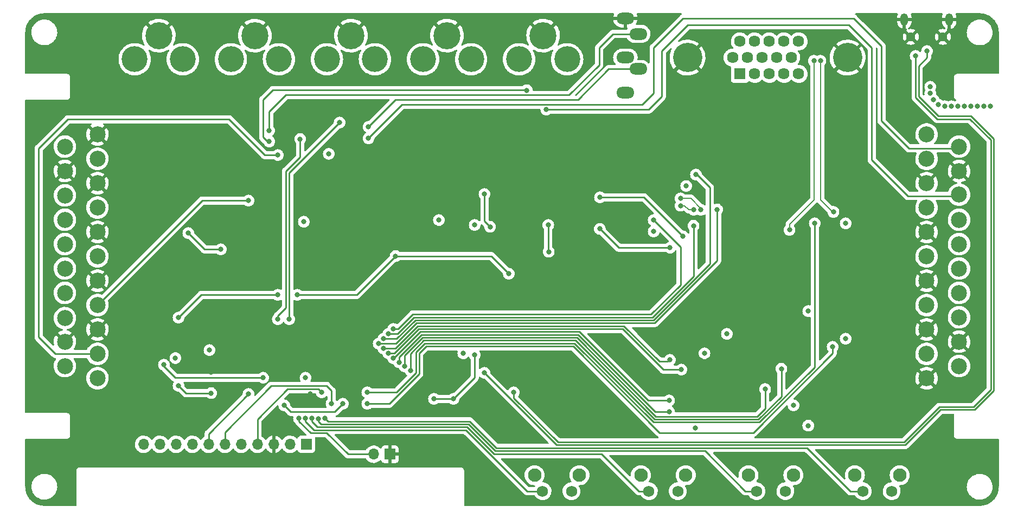
<source format=gbr>
%TF.GenerationSoftware,KiCad,Pcbnew,(6.0.8)*%
%TF.CreationDate,2023-03-28T17:34:24+02:00*%
%TF.ProjectId,RT5XP-EXP,52543558-502d-4455-9850-2e6b69636164,V1.0*%
%TF.SameCoordinates,Original*%
%TF.FileFunction,Copper,L4,Bot*%
%TF.FilePolarity,Positive*%
%FSLAX46Y46*%
G04 Gerber Fmt 4.6, Leading zero omitted, Abs format (unit mm)*
G04 Created by KiCad (PCBNEW (6.0.8)) date 2023-03-28 17:34:24*
%MOMM*%
%LPD*%
G01*
G04 APERTURE LIST*
%TA.AperFunction,ComponentPad*%
%ADD10C,4.035000*%
%TD*%
%TA.AperFunction,ComponentPad*%
%ADD11C,4.230000*%
%TD*%
%TA.AperFunction,ComponentPad*%
%ADD12O,1.200000X1.900000*%
%TD*%
%TA.AperFunction,ComponentPad*%
%ADD13C,1.450000*%
%TD*%
%TA.AperFunction,ComponentPad*%
%ADD14R,1.700000X1.700000*%
%TD*%
%TA.AperFunction,ComponentPad*%
%ADD15O,1.700000X1.700000*%
%TD*%
%TA.AperFunction,ComponentPad*%
%ADD16C,2.100000*%
%TD*%
%TA.AperFunction,ComponentPad*%
%ADD17C,1.750000*%
%TD*%
%TA.AperFunction,ComponentPad*%
%ADD18O,2.800000X1.800000*%
%TD*%
%TA.AperFunction,ComponentPad*%
%ADD19C,2.500000*%
%TD*%
%TA.AperFunction,ComponentPad*%
%ADD20C,4.575000*%
%TD*%
%TA.AperFunction,ComponentPad*%
%ADD21R,1.785000X1.785000*%
%TD*%
%TA.AperFunction,ComponentPad*%
%ADD22C,1.785000*%
%TD*%
%TA.AperFunction,ViaPad*%
%ADD23C,0.800000*%
%TD*%
%TA.AperFunction,Conductor*%
%ADD24C,0.254000*%
%TD*%
%TA.AperFunction,Conductor*%
%ADD25C,0.203200*%
%TD*%
%TA.AperFunction,Conductor*%
%ADD26C,0.152400*%
%TD*%
G04 APERTURE END LIST*
D10*
%TO.P,J5,1,In*%
%TO.N,RCA_AudioR*%
X44108000Y-11700000D03*
D11*
%TO.P,J5,2,Ext*%
%TO.N,GND*%
X40358000Y-8000000D03*
D10*
%TO.P,J5,3*%
%TO.N,N/C*%
X36608000Y-11700000D03*
%TD*%
%TO.P,J1,1,In*%
%TO.N,COMP_Red*%
X59108000Y-11700000D03*
D11*
%TO.P,J1,2,Ext*%
%TO.N,GND*%
X55358000Y-8000000D03*
D10*
%TO.P,J1,3*%
%TO.N,N/C*%
X51608000Y-11700000D03*
%TD*%
D12*
%TO.P,J12,6,Shield*%
%TO.N,GND*%
X141750000Y-5493500D03*
D13*
X147750000Y-8193500D03*
D12*
X148750000Y-5493500D03*
D13*
X142750000Y-8193500D03*
%TD*%
D14*
%TO.P,J11,1,Pin_1*%
%TO.N,VCC*%
X48400000Y-71875000D03*
D15*
%TO.P,J11,2,Pin_2*%
%TO.N,unconnected-(J11-Pad2)*%
X45860000Y-71875000D03*
%TO.P,J11,3,Pin_3*%
%TO.N,GND*%
X43320000Y-71875000D03*
%TO.P,J11,4,Pin_4*%
%TO.N,SCK*%
X40780000Y-71875000D03*
%TO.P,J11,5,Pin_5*%
%TO.N,MISO*%
X38240000Y-71875000D03*
%TO.P,J11,6,Pin_6*%
%TO.N,MOSI*%
X35700000Y-71875000D03*
%TO.P,J11,7,Pin_7*%
%TO.N,TCS*%
X33160000Y-71875000D03*
%TO.P,J11,8,Pin_8*%
%TO.N,RST*%
X30620000Y-71875000D03*
%TO.P,J11,9,Pin_9*%
%TO.N,DC*%
X28080000Y-71875000D03*
%TO.P,J11,10,Pin_10*%
%TO.N,SDCS*%
X25540000Y-71875000D03*
%TO.P,J11,11,Pin_11*%
%TO.N,LIT*%
X23000000Y-71875000D03*
%TD*%
D16*
%TO.P,SW2,*%
%TO.N,*%
X117415000Y-76700500D03*
X124425000Y-76700500D03*
D17*
%TO.P,SW2,1,1*%
%TO.N,VCC*%
X123175000Y-79190500D03*
%TO.P,SW2,2,2*%
%TO.N,MCU_B2*%
X118675000Y-79190500D03*
%TD*%
D10*
%TO.P,J2,1,In*%
%TO.N,COMP_Green*%
X74108000Y-11700000D03*
D11*
%TO.P,J2,2,Ext*%
%TO.N,GND*%
X70358000Y-8000000D03*
D10*
%TO.P,J2,3*%
%TO.N,N/C*%
X66608000Y-11700000D03*
%TD*%
D16*
%TO.P,SW4,*%
%TO.N,*%
X91028000Y-76700500D03*
X84018000Y-76700500D03*
D17*
%TO.P,SW4,1,1*%
%TO.N,VCC*%
X89778000Y-79190500D03*
%TO.P,SW4,2,2*%
%TO.N,MCU_B4*%
X85278000Y-79190500D03*
%TD*%
D10*
%TO.P,J3,1,In*%
%TO.N,COMP_Blue*%
X89108000Y-11700000D03*
D11*
%TO.P,J3,2,Ext*%
%TO.N,GND*%
X85358000Y-8000000D03*
D10*
%TO.P,J3,3*%
%TO.N,N/C*%
X81608000Y-11700000D03*
%TD*%
D18*
%TO.P,J7,R*%
%TO.N,AUX_AudioR*%
X100198000Y-13234000D03*
%TO.P,J7,RN*%
%TO.N,N/C*%
X98198000Y-11434000D03*
%TO.P,J7,S*%
%TO.N,GND*%
X98198000Y-5334000D03*
%TO.P,J7,T*%
%TO.N,AUX_AudioL*%
X100198000Y-7734000D03*
%TO.P,J7,TN*%
%TO.N,N/C*%
X98198000Y-16934000D03*
%TD*%
D19*
%TO.P,J9,1,Pin_1*%
%TO.N,unconnected-(J9-Pad1)*%
X145215000Y-23450000D03*
%TO.P,J9,2,Pin_2*%
%TO.N,SCART_AudioR*%
X150295000Y-25355000D03*
%TO.P,J9,3,Pin_3*%
%TO.N,unconnected-(J9-Pad3)*%
X145215000Y-27260000D03*
%TO.P,J9,4,Pin_4*%
%TO.N,GND*%
X150295000Y-29165000D03*
%TO.P,J9,5,Pin_5*%
X145215000Y-31070000D03*
%TO.P,J9,6,Pin_6*%
%TO.N,SCART_AudioL*%
X150295000Y-32840000D03*
%TO.P,J9,7,Pin_7*%
%TO.N,SCART_Blue*%
X145215000Y-34880000D03*
%TO.P,J9,8,Pin_8*%
%TO.N,unconnected-(J9-Pad8)*%
X150295000Y-36785000D03*
%TO.P,J9,9,Pin_9*%
%TO.N,GND*%
X145215000Y-38690000D03*
%TO.P,J9,10,Pin_10*%
%TO.N,unconnected-(J9-Pad10)*%
X150295000Y-40595000D03*
%TO.P,J9,11,Pin_11*%
%TO.N,SCART_Green*%
X145215000Y-42500000D03*
%TO.P,J9,12,Pin_12*%
%TO.N,unconnected-(J9-Pad12)*%
X150295000Y-44405000D03*
%TO.P,J9,13,Pin_13*%
%TO.N,GND*%
X145215000Y-46310000D03*
%TO.P,J9,14,Pin_14*%
%TO.N,unconnected-(J9-Pad14)*%
X150295000Y-48215000D03*
%TO.P,J9,15,Pin_15*%
%TO.N,SCART_Red*%
X145215000Y-50120000D03*
%TO.P,J9,16,Pin_16*%
%TO.N,unconnected-(J9-Pad16)*%
X150295000Y-52025000D03*
%TO.P,J9,17,Pin_17*%
%TO.N,GND*%
X145215000Y-53930000D03*
%TO.P,J9,18,Pin_18*%
X150295000Y-55835000D03*
%TO.P,J9,19,Pin_19*%
%TO.N,unconnected-(J9-Pad19)*%
X145215000Y-57740000D03*
%TO.P,J9,20,Pin_20*%
%TO.N,SCART_CVBS*%
X150295000Y-59645000D03*
%TO.P,J9,21,Pin_21*%
%TO.N,GND*%
X145215000Y-61550000D03*
%TD*%
D20*
%TO.P,J6,0*%
%TO.N,GND*%
X132891000Y-11440000D03*
X107901000Y-11440000D03*
D21*
%TO.P,J6,1*%
%TO.N,VGA_Red*%
X116071000Y-13980000D03*
D22*
%TO.P,J6,2*%
%TO.N,VGA_Green*%
X118361000Y-13980000D03*
%TO.P,J6,3*%
%TO.N,VGA_Blue*%
X120651000Y-13980000D03*
%TO.P,J6,4*%
%TO.N,unconnected-(J6-Pad4)*%
X122941000Y-13980000D03*
%TO.P,J6,5*%
%TO.N,unconnected-(J6-Pad5)*%
X125231000Y-13980000D03*
%TO.P,J6,6*%
%TO.N,unconnected-(J6-Pad6)*%
X114926000Y-11440000D03*
%TO.P,J6,7*%
%TO.N,unconnected-(J6-Pad7)*%
X117216000Y-11440000D03*
%TO.P,J6,8*%
%TO.N,unconnected-(J6-Pad8)*%
X119506000Y-11440000D03*
%TO.P,J6,9*%
%TO.N,unconnected-(J6-Pad9)*%
X121796000Y-11440000D03*
%TO.P,J6,10*%
%TO.N,unconnected-(J6-Pad10)*%
X124086000Y-11440000D03*
%TO.P,J6,11*%
%TO.N,unconnected-(J6-Pad11)*%
X116071000Y-8900000D03*
%TO.P,J6,12*%
%TO.N,unconnected-(J6-Pad12)*%
X118361000Y-8900000D03*
%TO.P,J6,13*%
%TO.N,VGA_HSync{slash}CSync*%
X120651000Y-8900000D03*
%TO.P,J6,14*%
%TO.N,VGA_VSync*%
X122941000Y-8900000D03*
%TO.P,J6,15*%
%TO.N,unconnected-(J6-Pad15)*%
X125231000Y-8900000D03*
%TD*%
D10*
%TO.P,J4,1,In*%
%TO.N,RCA_AudioL*%
X29108000Y-11700000D03*
D11*
%TO.P,J4,2,Ext*%
%TO.N,GND*%
X25358000Y-8000000D03*
D10*
%TO.P,J4,3*%
%TO.N,N/C*%
X21608000Y-11700000D03*
%TD*%
D16*
%TO.P,SW3,*%
%TO.N,*%
X107625000Y-76700500D03*
X100615000Y-76700500D03*
D17*
%TO.P,SW3,1,1*%
%TO.N,VCC*%
X106375000Y-79190500D03*
%TO.P,SW3,2,2*%
%TO.N,MCU_B3*%
X101875000Y-79190500D03*
%TD*%
D19*
%TO.P,J8,1,Pin_1*%
%TO.N,FINAL_AudioR*%
X15785000Y-61550000D03*
%TO.P,J8,2,Pin_2*%
%TO.N,unconnected-(J8-Pad2)*%
X10705000Y-59645000D03*
%TO.P,J8,3,Pin_3*%
%TO.N,FINAL_AudioL*%
X15785000Y-57740000D03*
%TO.P,J8,4,Pin_4*%
%TO.N,GND*%
X10705000Y-55835000D03*
%TO.P,J8,5,Pin_5*%
X15785000Y-53930000D03*
%TO.P,J8,6,Pin_6*%
%TO.N,unconnected-(J8-Pad6)*%
X10705000Y-52160000D03*
%TO.P,J8,7,Pin_7*%
%TO.N,FINAL_Blue*%
X15785000Y-50120000D03*
%TO.P,J8,8,Pin_8*%
%TO.N,unconnected-(J8-Pad8)*%
X10705000Y-48215000D03*
%TO.P,J8,9,Pin_9*%
%TO.N,GND*%
X15785000Y-46310000D03*
%TO.P,J8,10,Pin_10*%
%TO.N,unconnected-(J8-Pad10)*%
X10705000Y-44405000D03*
%TO.P,J8,11,Pin_11*%
%TO.N,FINAL_Green*%
X15785000Y-42500000D03*
%TO.P,J8,12,Pin_12*%
%TO.N,unconnected-(J8-Pad12)*%
X10705000Y-40595000D03*
%TO.P,J8,13,Pin_13*%
%TO.N,GND*%
X15785000Y-38690000D03*
%TO.P,J8,14,Pin_14*%
%TO.N,unconnected-(J8-Pad14)*%
X10705000Y-36785000D03*
%TO.P,J8,15,Pin_15*%
%TO.N,FINAL_Red*%
X15785000Y-34880000D03*
%TO.P,J8,16,Pin_16*%
%TO.N,unconnected-(J8-Pad16)*%
X10705000Y-32975000D03*
%TO.P,J8,17,Pin_17*%
%TO.N,GND*%
X15785000Y-31070000D03*
%TO.P,J8,18,Pin_18*%
X10705000Y-29165000D03*
%TO.P,J8,19,Pin_19*%
%TO.N,FINAL_CSync*%
X15785000Y-27260000D03*
%TO.P,J8,20,Pin_20*%
%TO.N,unconnected-(J8-Pad20)*%
X10700000Y-25355000D03*
%TO.P,J8,21,Pin_21*%
%TO.N,GND*%
X15785000Y-23450000D03*
%TD*%
D16*
%TO.P,SW1,*%
%TO.N,*%
X141025000Y-76700500D03*
X134015000Y-76700500D03*
D17*
%TO.P,SW1,1,1*%
%TO.N,VCC*%
X139775000Y-79190500D03*
%TO.P,SW1,2,2*%
%TO.N,MCU_B1*%
X135275000Y-79190500D03*
%TD*%
D14*
%TO.P,J10,1,Pin_1*%
%TO.N,GND*%
X61448000Y-73431000D03*
D15*
%TO.P,J10,2,Pin_2*%
%TO.N,UPDI*%
X58908000Y-73431000D03*
%TD*%
D23*
%TO.N,GND*%
X99314000Y-58674000D03*
X90424000Y-64262000D03*
%TO.N,VCC*%
X72898000Y-57658000D03*
%TO.N,GND*%
X75438000Y-63500000D03*
%TO.N,D+*%
X80772000Y-63754000D03*
%TO.N,D-*%
X76200000Y-60706000D03*
%TO.N,Net-(C8-Pad2)*%
X74676000Y-57912000D03*
X68326000Y-64770000D03*
X71374000Y-64770000D03*
%TO.N,GND*%
X30600000Y-58400000D03*
X150876000Y-12700000D03*
X21336000Y-61722000D03*
X70866000Y-73406000D03*
X113284000Y-65278000D03*
X27686000Y-26162000D03*
X106680000Y-19558000D03*
X57404000Y-37338000D03*
X88392000Y-24638000D03*
X133858000Y-19304000D03*
X129794000Y-51562000D03*
X141224000Y-9906000D03*
X90170000Y-38354000D03*
X31687000Y-53086000D03*
X124460000Y-19304000D03*
X133858000Y-27432000D03*
X27686000Y-17526000D03*
X115570000Y-41148000D03*
X139954000Y-7620000D03*
X143256000Y-9906000D03*
X139954000Y-5588000D03*
X129794000Y-40894000D03*
X85344000Y-45212000D03*
X27686000Y-46482000D03*
X107696000Y-30226000D03*
X49022000Y-20828000D03*
X33528000Y-60579000D03*
X138430000Y-54610000D03*
X49022000Y-64008000D03*
X100330000Y-43688000D03*
X129032000Y-48006000D03*
X39624000Y-57404000D03*
X112395000Y-50546000D03*
X139954000Y-6604000D03*
X124050000Y-67400000D03*
X62992000Y-51308000D03*
X49778286Y-58922286D03*
X85344000Y-29718000D03*
X138430000Y-44704000D03*
X81280000Y-50546000D03*
X74676000Y-35814000D03*
X90170000Y-41656000D03*
X130810000Y-67310000D03*
X101600000Y-37846000D03*
X59944000Y-33782000D03*
X33528000Y-65659000D03*
X11684000Y-73660000D03*
X12700000Y-10922000D03*
X80010000Y-34189900D03*
X59944000Y-28448000D03*
X139700000Y-65786000D03*
X142240000Y-9906000D03*
X113284000Y-19558000D03*
X42418000Y-46482000D03*
X45974000Y-60960000D03*
X122936000Y-70358000D03*
X112550000Y-57550000D03*
X139954000Y-8636000D03*
X140335000Y-9525000D03*
X148082000Y-74422000D03*
X94742000Y-45212000D03*
X121666000Y-46482000D03*
X80122000Y-37379000D03*
%TO.N,VCC*%
X48006000Y-37084000D03*
X126746000Y-51054000D03*
X74676000Y-37592000D03*
X126746000Y-68961000D03*
X69088000Y-36824500D03*
X76200000Y-32766000D03*
X147066000Y-18796000D03*
X124460000Y-65786000D03*
X107696000Y-31496000D03*
X51893000Y-26474000D03*
X109093000Y-69342000D03*
X110550000Y-57650000D03*
X27950000Y-58400000D03*
X132588000Y-55372000D03*
X150114000Y-19050000D03*
X146304000Y-18034000D03*
X154178000Y-19050000D03*
X77074000Y-37887000D03*
X33274000Y-57150000D03*
X153162000Y-19050000D03*
X48264000Y-61464000D03*
X149098000Y-19050000D03*
X152146000Y-19050000D03*
X145796000Y-16002000D03*
X132588000Y-37338000D03*
X114046000Y-54610000D03*
X148082000Y-19050000D03*
X102616000Y-38608000D03*
X145796000Y-17018000D03*
X151130000Y-19050000D03*
X155194000Y-19050000D03*
%TO.N,VGA{slash}SCART{slash}COMP_Green*%
X94204000Y-38197000D03*
X105156000Y-41148000D03*
%TO.N,VGA{slash}SCART{slash}COMP_Blue*%
X107188000Y-39370000D03*
X94234000Y-33274000D03*
%TO.N,SELECTED_CSync*%
X43942000Y-48514000D03*
X46990000Y-48514000D03*
X80010000Y-45212000D03*
X62327000Y-42448000D03*
X28448000Y-52070000D03*
%TO.N,FINAL_Blue*%
X39370000Y-33782000D03*
%TO.N,FINAL_Red*%
X35052000Y-41402000D03*
X29972000Y-38862000D03*
%TO.N,VGA{slash}SCART_Blue*%
X109986000Y-35219500D03*
X106811000Y-33441500D03*
%TO.N,VGA{slash}SCART_Green*%
X106811000Y-34584500D03*
X108843000Y-35219500D03*
%TO.N,MOSI*%
X52324000Y-65532000D03*
%TO.N,SCK*%
X50800000Y-63754000D03*
%TO.N,SCART_AudioR*%
X58103000Y-24048000D03*
%TO.N,AUX_AudioL*%
X42609000Y-22848000D03*
%TO.N,AUX_AudioR*%
X58103000Y-22270000D03*
%TO.N,SCART_AudioL*%
X82804000Y-16545500D03*
X42609000Y-24556000D03*
X85852000Y-19558000D03*
%TO.N,FINAL_AudioL*%
X43942000Y-26670000D03*
%TO.N,VGA{slash}SCART{slash}COMP_Green_75*%
X86233000Y-41783000D03*
X86166500Y-37592000D03*
%TO.N,VGA_VSync*%
X123825000Y-38354000D03*
X127635000Y-11938000D03*
%TO.N,VGA_HSync{slash}CSync*%
X130683000Y-35560000D03*
X128651000Y-11938000D03*
%TO.N,MCU_G_FILTER*%
X105156000Y-58674000D03*
X60452000Y-56896000D03*
%TO.N,MCU_G_HD*%
X106934000Y-60198000D03*
X61214000Y-57658000D03*
%TO.N,MCU_CSMUX_2*%
X61976000Y-58420000D03*
X105029000Y-65024000D03*
%TO.N,MCU_SCARTC_FILTER*%
X64643000Y-60325000D03*
X122555000Y-60071000D03*
%TO.N,MCU_CMUX*%
X54102000Y-65532000D03*
X44958000Y-65786000D03*
%TO.N,TCS*%
X39370000Y-64008000D03*
%TO.N,MCU_B4*%
X48260000Y-67818000D03*
%TO.N,MCU_B3*%
X49259475Y-67825439D03*
%TO.N,MCU_B2*%
X50264000Y-67846000D03*
%TO.N,MCU_B1*%
X51308000Y-67818000D03*
%TO.N,Net-(R42-Pad2)*%
X43942000Y-52324000D03*
X47435000Y-24175000D03*
%TO.N,Net-(R43-Pad2)*%
X45720000Y-52324000D03*
X53594000Y-21590000D03*
%TO.N,Net-(R17-Pad2)*%
X109220000Y-29718000D03*
X60452000Y-55372000D03*
%TO.N,UPDI*%
X47244000Y-67818000D03*
%TO.N,Net-(R24-Pad2)*%
X61976000Y-53848000D03*
X102616000Y-36830000D03*
%TO.N,Net-(R37-Pad2)*%
X28448000Y-62738000D03*
X33528000Y-63881000D03*
%TO.N,D-*%
X145288000Y-10414000D03*
%TO.N,D+*%
X143510000Y-11176000D03*
%TO.N,MCU_SCARTC_HD*%
X63754000Y-59690000D03*
X120015000Y-63246000D03*
%TO.N,MCU_CSMUX_1*%
X62859286Y-59049286D03*
X105029000Y-66802000D03*
%TO.N,Net-(R16-Pad2)*%
X59690000Y-56134000D03*
X112522000Y-35179000D03*
%TO.N,Net-(R23-Pad2)*%
X108839000Y-37719000D03*
X61214000Y-54610000D03*
%TO.N,Net-(R45-Pad2)*%
X57912000Y-63754000D03*
X127762000Y-37338000D03*
%TO.N,Net-(R62-Pad1)*%
X57912000Y-65532000D03*
X130556000Y-56642000D03*
%TO.N,MCU_HD*%
X41656000Y-61468000D03*
X26162000Y-59436000D03*
%TD*%
D24*
%TO.N,D+*%
X143510000Y-17660052D02*
X143510000Y-11176000D01*
X151957948Y-21028000D02*
X146877948Y-21028000D01*
X155248000Y-63311948D02*
X155248000Y-24318052D01*
X147192348Y-66033600D02*
X152526348Y-66033600D01*
X87672052Y-71536000D02*
X141689948Y-71536000D01*
X80772000Y-64635948D02*
X87672052Y-71536000D01*
X152526348Y-66033600D02*
X155248000Y-63311948D01*
X155248000Y-24318052D02*
X151957948Y-21028000D01*
X80772000Y-63754000D02*
X80772000Y-64635948D01*
X141689948Y-71536000D02*
X147192348Y-66033600D01*
X146877948Y-21028000D02*
X143510000Y-17660052D01*
%TO.N,D-*%
X145288000Y-11430000D02*
X145288000Y-10414000D01*
X143964000Y-12754000D02*
X145288000Y-11430000D01*
X143964000Y-17472000D02*
X143964000Y-12754000D01*
X147066000Y-20574000D02*
X143964000Y-17472000D01*
X152146000Y-20574000D02*
X147066000Y-20574000D01*
X155702000Y-63500000D02*
X155702000Y-24130000D01*
X147380400Y-66487600D02*
X152714400Y-66487600D01*
X155702000Y-24130000D02*
X152146000Y-20574000D01*
X141878000Y-71990000D02*
X147380400Y-66487600D01*
X87484000Y-71990000D02*
X141878000Y-71990000D01*
X76200000Y-60706000D02*
X87484000Y-71990000D01*
X152714400Y-66487600D02*
X155702000Y-63500000D01*
%TO.N,Net-(C8-Pad2)*%
X74676000Y-61468000D02*
X74676000Y-57912000D01*
X71374000Y-64770000D02*
X74676000Y-61468000D01*
X68326000Y-64770000D02*
X71374000Y-64770000D01*
%TO.N,Net-(R62-Pad1)*%
X130556000Y-57658000D02*
X130556000Y-56642000D01*
X103568792Y-70069000D02*
X118145000Y-70069000D01*
X118145000Y-70069000D02*
X130556000Y-57658000D01*
X90055792Y-56556000D02*
X103568792Y-70069000D01*
X65986000Y-57662572D02*
X67092572Y-56556000D01*
X61354119Y-65532000D02*
X65986000Y-60900119D01*
X65986000Y-60900119D02*
X65986000Y-57662572D01*
X57912000Y-65532000D02*
X61354119Y-65532000D01*
X67092572Y-56556000D02*
X90055792Y-56556000D01*
%TO.N,Net-(R45-Pad2)*%
X62490067Y-63754000D02*
X57912000Y-63754000D01*
X66904520Y-56102000D02*
X65532000Y-57474520D01*
X65532000Y-57474520D02*
X65532000Y-60712067D01*
X102578844Y-68437000D02*
X90243844Y-56102000D01*
X119134948Y-68437000D02*
X102578844Y-68437000D01*
X90243844Y-56102000D02*
X66904520Y-56102000D01*
X65532000Y-60712067D02*
X62490067Y-63754000D01*
X127762000Y-59809948D02*
X119134948Y-68437000D01*
X127762000Y-37338000D02*
X127762000Y-59809948D01*
%TO.N,MCU_SCARTC_FILTER*%
X122555000Y-64374896D02*
X122555000Y-60071000D01*
X102766896Y-67983000D02*
X118946896Y-67983000D01*
X118946896Y-67983000D02*
X122555000Y-64374896D01*
X66716468Y-55648000D02*
X90431896Y-55648000D01*
X64643000Y-60325000D02*
X64643000Y-57721468D01*
X64643000Y-57721468D02*
X66716468Y-55648000D01*
X90431896Y-55648000D02*
X102766896Y-67983000D01*
%TO.N,MCU_SCARTC_HD*%
X120015000Y-66272844D02*
X120015000Y-63246000D01*
X90619948Y-55194000D02*
X102954948Y-67529000D01*
X66528416Y-55194000D02*
X90619948Y-55194000D01*
X102954948Y-67529000D02*
X118758844Y-67529000D01*
X63754000Y-57968416D02*
X66528416Y-55194000D01*
X118758844Y-67529000D02*
X120015000Y-66272844D01*
X63754000Y-59690000D02*
X63754000Y-57968416D01*
%TO.N,MCU_CSMUX_1*%
X102870000Y-66802000D02*
X105029000Y-66802000D01*
X90808000Y-54740000D02*
X102870000Y-66802000D01*
X62859286Y-58221078D02*
X66340364Y-54740000D01*
X66340364Y-54740000D02*
X90808000Y-54740000D01*
X62859286Y-59049286D02*
X62859286Y-58221078D01*
%TO.N,MCU_CSMUX_2*%
X90996052Y-54286000D02*
X101734052Y-65024000D01*
X101734052Y-65024000D02*
X105029000Y-65024000D01*
X62018312Y-58420000D02*
X66152312Y-54286000D01*
X61976000Y-58420000D02*
X62018312Y-58420000D01*
X66152312Y-54286000D02*
X90996052Y-54286000D01*
%TO.N,MCU_G_HD*%
X104140000Y-60198000D02*
X106934000Y-60198000D01*
X65964260Y-53832000D02*
X97774000Y-53832000D01*
X62138260Y-57658000D02*
X65964260Y-53832000D01*
X61214000Y-57658000D02*
X62138260Y-57658000D01*
X97774000Y-53832000D02*
X104140000Y-60198000D01*
%TO.N,MCU_G_FILTER*%
X65776208Y-53378000D02*
X97962052Y-53378000D01*
X97962052Y-53378000D02*
X103512052Y-58928000D01*
X103512052Y-58928000D02*
X104902000Y-58928000D01*
X62258208Y-56896000D02*
X65776208Y-53378000D01*
X60452000Y-56896000D02*
X62258208Y-56896000D01*
%TO.N,Net-(R16-Pad2)*%
X62378156Y-56134000D02*
X65588156Y-52924000D01*
X65588156Y-52924000D02*
X102778000Y-52924000D01*
X112522000Y-43180000D02*
X112522000Y-35179000D01*
X59690000Y-56134000D02*
X62378156Y-56134000D01*
X102778000Y-52924000D02*
X112522000Y-43180000D01*
%TO.N,Net-(R17-Pad2)*%
X111379000Y-31750000D02*
X109347000Y-29718000D01*
X111379000Y-43680948D02*
X111379000Y-31750000D01*
X102589948Y-52470000D02*
X111379000Y-43680948D01*
X65400104Y-52470000D02*
X102589948Y-52470000D01*
X62498104Y-55372000D02*
X65400104Y-52470000D01*
X60452000Y-55372000D02*
X62498104Y-55372000D01*
%TO.N,Net-(R23-Pad2)*%
X108839000Y-45578896D02*
X108839000Y-37719000D01*
X65212052Y-52016000D02*
X102401896Y-52016000D01*
X102401896Y-52016000D02*
X108839000Y-45578896D01*
X62618052Y-54610000D02*
X65212052Y-52016000D01*
X61214000Y-54610000D02*
X62618052Y-54610000D01*
%TO.N,Net-(R24-Pad2)*%
X106807000Y-46968844D02*
X106807000Y-41021000D01*
X106807000Y-41021000D02*
X102616000Y-36830000D01*
X65024000Y-51562000D02*
X102213844Y-51562000D01*
X102213844Y-51562000D02*
X106807000Y-46968844D01*
X62738000Y-53848000D02*
X65024000Y-51562000D01*
X61976000Y-53848000D02*
X62738000Y-53848000D01*
%TO.N,VCC*%
X76200000Y-32766000D02*
X76200000Y-37013000D01*
X76200000Y-37013000D02*
X77074000Y-37887000D01*
%TO.N,VGA{slash}SCART{slash}COMP_Green*%
X97155000Y-41148000D02*
X94204000Y-38197000D01*
X105156000Y-41148000D02*
X97155000Y-41148000D01*
%TO.N,VGA{slash}SCART{slash}COMP_Blue*%
X94234000Y-33274000D02*
X101092000Y-33274000D01*
X101092000Y-33274000D02*
X107188000Y-39370000D01*
%TO.N,SELECTED_CSync*%
X32004000Y-48514000D02*
X43942000Y-48514000D01*
X28448000Y-52070000D02*
X32004000Y-48514000D01*
X77246000Y-42448000D02*
X62327000Y-42448000D01*
X80010000Y-45212000D02*
X77246000Y-42448000D01*
X56261000Y-48514000D02*
X62327000Y-42448000D01*
X46990000Y-48514000D02*
X56261000Y-48514000D01*
%TO.N,FINAL_Blue*%
X32123000Y-33782000D02*
X15785000Y-50120000D01*
X39370000Y-33782000D02*
X32123000Y-33782000D01*
%TO.N,FINAL_Red*%
X35052000Y-41402000D02*
X32512000Y-41402000D01*
X32512000Y-41402000D02*
X29972000Y-38862000D01*
D25*
%TO.N,VGA{slash}SCART_Blue*%
X106811000Y-33441500D02*
X108398500Y-33441500D01*
D26*
X109986000Y-35029000D02*
X109986000Y-35219500D01*
D25*
X108398500Y-33441500D02*
X109986000Y-35029000D01*
D26*
%TO.N,VGA{slash}SCART_Green*%
X107446000Y-34584500D02*
X106811000Y-34584500D01*
X108081000Y-35219500D02*
X107446000Y-34584500D01*
X108843000Y-35219500D02*
X108081000Y-35219500D01*
D24*
%TO.N,MOSI*%
X51562000Y-62738000D02*
X52324000Y-63500000D01*
X42926000Y-62738000D02*
X51562000Y-62738000D01*
X35700000Y-69964000D02*
X42926000Y-62738000D01*
X35700000Y-71875000D02*
X35700000Y-69964000D01*
X52324000Y-63500000D02*
X52324000Y-65532000D01*
%TO.N,SCK*%
X45462000Y-63250000D02*
X50296000Y-63250000D01*
X50296000Y-63250000D02*
X50800000Y-63754000D01*
X40780000Y-67932000D02*
X45462000Y-63250000D01*
X40780000Y-71875000D02*
X40780000Y-67932000D01*
%TO.N,SCART_AudioR*%
X138176000Y-21336000D02*
X142460000Y-25620000D01*
X102616000Y-17018000D02*
X102616000Y-9906000D01*
X63355000Y-18796000D02*
X100838000Y-18796000D01*
X133858000Y-5334000D02*
X138176000Y-9652000D01*
X138176000Y-9652000D02*
X138176000Y-21336000D01*
X142460000Y-25620000D02*
X150030000Y-25620000D01*
X100838000Y-18796000D02*
X102616000Y-17018000D01*
X102616000Y-9906000D02*
X107188000Y-5334000D01*
X58103000Y-24048000D02*
X63355000Y-18796000D01*
X107188000Y-5334000D02*
X133858000Y-5334000D01*
X150030000Y-25620000D02*
X150295000Y-25355000D01*
%TO.N,AUX_AudioL*%
X96279000Y-7734000D02*
X94107000Y-9906000D01*
X42609000Y-19875000D02*
X42609000Y-22848000D01*
X100198000Y-7734000D02*
X96279000Y-7734000D01*
X89408000Y-17272000D02*
X45212000Y-17272000D01*
X45212000Y-17272000D02*
X42609000Y-19875000D01*
X94107000Y-9906000D02*
X94107000Y-12573000D01*
X94107000Y-12573000D02*
X89408000Y-17272000D01*
%TO.N,AUX_AudioR*%
X95605000Y-13234000D02*
X100198000Y-13234000D01*
X62339000Y-18034000D02*
X90805000Y-18034000D01*
X90805000Y-18034000D02*
X95605000Y-13234000D01*
X58103000Y-22270000D02*
X62339000Y-18034000D01*
%TO.N,SCART_AudioL*%
X107950000Y-6350000D02*
X133096000Y-6350000D01*
X142270000Y-33050000D02*
X150085000Y-33050000D01*
X150085000Y-33050000D02*
X150295000Y-32840000D01*
X41656000Y-18034000D02*
X41656000Y-23876000D01*
X103886000Y-17526000D02*
X103886000Y-10414000D01*
X133096000Y-6350000D02*
X136652000Y-9906000D01*
X101854000Y-19558000D02*
X103886000Y-17526000D01*
X103886000Y-10414000D02*
X107950000Y-6350000D01*
X41656000Y-23876000D02*
X42336000Y-24556000D01*
X43180000Y-16510000D02*
X41656000Y-18034000D01*
X42336000Y-24556000D02*
X42609000Y-24556000D01*
X136652000Y-27432000D02*
X142270000Y-33050000D01*
X85852000Y-19558000D02*
X101854000Y-19558000D01*
X82768500Y-16510000D02*
X43180000Y-16510000D01*
X82804000Y-16545500D02*
X82768500Y-16510000D01*
X136652000Y-9906000D02*
X136652000Y-27432000D01*
%TO.N,FINAL_AudioL*%
X41910000Y-26670000D02*
X36322000Y-21082000D01*
X43942000Y-26670000D02*
X41910000Y-26670000D01*
X6604000Y-25654000D02*
X6604000Y-55118000D01*
X36322000Y-21082000D02*
X11176000Y-21082000D01*
X11176000Y-21082000D02*
X6604000Y-25654000D01*
X6604000Y-55118000D02*
X9226000Y-57740000D01*
X9226000Y-57740000D02*
X15785000Y-57740000D01*
%TO.N,VGA{slash}SCART{slash}COMP_Green_75*%
X86166500Y-41716500D02*
X86233000Y-41783000D01*
X86166500Y-37592000D02*
X86166500Y-41716500D01*
D25*
%TO.N,VGA_VSync*%
X127635000Y-33655000D02*
X123825000Y-37465000D01*
X123825000Y-37465000D02*
X123825000Y-38354000D01*
X127635000Y-11938000D02*
X127635000Y-33655000D01*
%TO.N,VGA_HSync{slash}CSync*%
X130683000Y-35560000D02*
X130556000Y-35560000D01*
X130556000Y-35560000D02*
X128651000Y-33655000D01*
X128651000Y-33655000D02*
X128651000Y-11938000D01*
%TO.N,MCU_G_FILTER*%
X105156000Y-58674000D02*
X104902000Y-58928000D01*
D24*
%TO.N,MCU_CMUX*%
X52832000Y-66802000D02*
X45974000Y-66802000D01*
X54102000Y-65532000D02*
X52832000Y-66802000D01*
X45974000Y-66802000D02*
X44958000Y-65786000D01*
%TO.N,TCS*%
X33160000Y-70218000D02*
X33160000Y-71875000D01*
X39370000Y-64008000D02*
X33160000Y-70218000D01*
%TO.N,MCU_B4*%
X73311844Y-69650000D02*
X82852344Y-79190500D01*
X49565525Y-69650000D02*
X73311844Y-69650000D01*
X82852344Y-79190500D02*
X85278000Y-79190500D01*
X48260000Y-67818000D02*
X48260000Y-68344475D01*
X48260000Y-68344475D02*
X49565525Y-69650000D01*
%TO.N,MCU_B3*%
X100272500Y-79190500D02*
X94488000Y-73406000D01*
X73499896Y-69196000D02*
X50146000Y-69196000D01*
X77709896Y-73406000D02*
X73499896Y-69196000D01*
X101875000Y-79190500D02*
X100272500Y-79190500D01*
X49259475Y-68309475D02*
X49259475Y-67825439D01*
X50146000Y-69196000D02*
X49259475Y-68309475D01*
X94488000Y-73406000D02*
X77709896Y-73406000D01*
%TO.N,MCU_B2*%
X77843948Y-72898000D02*
X73687948Y-68742000D01*
X116909500Y-79190500D02*
X110617000Y-72898000D01*
X110617000Y-72898000D02*
X77843948Y-72898000D01*
X73687948Y-68742000D02*
X50694000Y-68742000D01*
X118675000Y-79190500D02*
X116909500Y-79190500D01*
X50264000Y-68312000D02*
X50264000Y-67846000D01*
X50694000Y-68742000D02*
X50264000Y-68312000D01*
%TO.N,MCU_B1*%
X78032000Y-72444000D02*
X73876000Y-68288000D01*
X51778000Y-68288000D02*
X51308000Y-67818000D01*
X135275000Y-79190500D02*
X133292500Y-79190500D01*
X73876000Y-68288000D02*
X51778000Y-68288000D01*
X126546000Y-72444000D02*
X78032000Y-72444000D01*
X133292500Y-79190500D02*
X126546000Y-72444000D01*
%TO.N,Net-(R42-Pad2)*%
X45212000Y-50546000D02*
X45212000Y-29210000D01*
X43942000Y-52324000D02*
X43942000Y-51816000D01*
X47435000Y-26987000D02*
X47435000Y-24175000D01*
X45212000Y-29210000D02*
X47435000Y-26987000D01*
X43942000Y-51816000D02*
X45212000Y-50546000D01*
%TO.N,Net-(R43-Pad2)*%
X45720000Y-29464000D02*
X53594000Y-21590000D01*
X45720000Y-52324000D02*
X45720000Y-29464000D01*
D25*
%TO.N,Net-(R17-Pad2)*%
X109220000Y-29718000D02*
X109347000Y-29718000D01*
D24*
%TO.N,UPDI*%
X54889000Y-73431000D02*
X58928000Y-73431000D01*
X47244000Y-68275263D02*
X49072737Y-70104000D01*
X47244000Y-67818000D02*
X47244000Y-68275263D01*
X51562000Y-70104000D02*
X54889000Y-73431000D01*
X49072737Y-70104000D02*
X51562000Y-70104000D01*
%TO.N,Net-(R37-Pad2)*%
X29591000Y-63881000D02*
X28448000Y-62738000D01*
X33528000Y-63881000D02*
X29591000Y-63881000D01*
%TO.N,MCU_HD*%
X26162000Y-59436000D02*
X26162000Y-59690000D01*
X26162000Y-59690000D02*
X27940000Y-61468000D01*
X27940000Y-61468000D02*
X41656000Y-61468000D01*
%TD*%
%TA.AperFunction,Conductor*%
%TO.N,GND*%
G36*
X96400846Y-4528502D02*
G01*
X96447339Y-4582158D01*
X96457443Y-4652432D01*
X96445042Y-4691605D01*
X96391149Y-4797606D01*
X96387148Y-4807459D01*
X96319456Y-5025461D01*
X96317172Y-5035848D01*
X96313700Y-5062043D01*
X96315896Y-5076207D01*
X96329081Y-5080000D01*
X100065282Y-5080000D01*
X100078813Y-5076027D01*
X100080338Y-5065420D01*
X100052587Y-4933160D01*
X100049527Y-4922963D01*
X99965685Y-4710660D01*
X99960952Y-4701126D01*
X99960190Y-4699870D01*
X99960030Y-4699268D01*
X99958580Y-4696347D01*
X99959175Y-4696052D01*
X99941948Y-4631256D01*
X99963697Y-4563673D01*
X100018531Y-4518577D01*
X100067906Y-4508500D01*
X106876813Y-4508500D01*
X106944934Y-4528502D01*
X106991427Y-4582158D01*
X107001531Y-4652432D01*
X106972037Y-4717012D01*
X106933215Y-4745473D01*
X106933606Y-4746133D01*
X106916094Y-4756489D01*
X106898343Y-4765185D01*
X106886785Y-4769761D01*
X106886780Y-4769764D01*
X106879412Y-4772681D01*
X106872997Y-4777342D01*
X106843507Y-4798767D01*
X106833585Y-4805284D01*
X106802228Y-4823828D01*
X106802225Y-4823830D01*
X106795401Y-4827866D01*
X106781014Y-4842253D01*
X106765980Y-4855094D01*
X106749513Y-4867058D01*
X106744460Y-4873166D01*
X106721228Y-4901249D01*
X106713238Y-4910029D01*
X102222517Y-9400750D01*
X102214191Y-9408326D01*
X102207697Y-9412447D01*
X102202274Y-9418222D01*
X102160915Y-9462265D01*
X102158160Y-9465107D01*
X102138361Y-9484906D01*
X102135937Y-9488031D01*
X102135929Y-9488040D01*
X102135863Y-9488126D01*
X102128155Y-9497151D01*
X102097783Y-9529494D01*
X102093965Y-9536438D01*
X102093964Y-9536440D01*
X102087978Y-9547329D01*
X102077127Y-9563847D01*
X102064650Y-9579933D01*
X102047024Y-9620666D01*
X102041807Y-9631314D01*
X102020431Y-9670197D01*
X102018460Y-9677872D01*
X102018458Y-9677878D01*
X102015369Y-9689911D01*
X102008966Y-9708613D01*
X102000883Y-9727292D01*
X101996883Y-9752547D01*
X101993940Y-9771127D01*
X101991535Y-9782740D01*
X101980500Y-9825718D01*
X101980500Y-9846065D01*
X101978949Y-9865776D01*
X101975765Y-9885879D01*
X101976511Y-9893771D01*
X101979941Y-9930056D01*
X101980500Y-9941914D01*
X101980500Y-12225384D01*
X101960498Y-12293505D01*
X101906842Y-12339998D01*
X101836568Y-12350102D01*
X101771988Y-12320608D01*
X101759334Y-12307964D01*
X101687007Y-12224614D01*
X101687005Y-12224612D01*
X101683507Y-12220581D01*
X101679381Y-12217198D01*
X101679377Y-12217194D01*
X101502795Y-12072407D01*
X101498667Y-12069022D01*
X101494031Y-12066383D01*
X101494028Y-12066381D01*
X101295577Y-11953416D01*
X101290934Y-11950773D01*
X101066247Y-11869216D01*
X101060998Y-11868267D01*
X101060995Y-11868266D01*
X100835115Y-11827420D01*
X100835107Y-11827419D01*
X100831031Y-11826682D01*
X100812641Y-11825815D01*
X100807456Y-11825570D01*
X100807449Y-11825570D01*
X100805968Y-11825500D01*
X100210761Y-11825500D01*
X100142640Y-11805498D01*
X100096147Y-11751842D01*
X100085853Y-11682944D01*
X100109323Y-11505872D01*
X100109323Y-11505869D01*
X100110023Y-11500589D01*
X100101055Y-11261726D01*
X100071689Y-11121769D01*
X100053067Y-11033016D01*
X100053066Y-11033013D01*
X100051970Y-11027789D01*
X99964171Y-10805467D01*
X99840168Y-10601117D01*
X99806718Y-10562569D01*
X99687007Y-10424614D01*
X99687005Y-10424612D01*
X99683507Y-10420581D01*
X99679381Y-10417198D01*
X99679377Y-10417194D01*
X99506859Y-10275739D01*
X99498667Y-10269022D01*
X99494031Y-10266383D01*
X99494028Y-10266381D01*
X99295577Y-10153416D01*
X99290934Y-10150773D01*
X99066247Y-10069216D01*
X99060998Y-10068267D01*
X99060995Y-10068266D01*
X98835115Y-10027420D01*
X98835107Y-10027419D01*
X98831031Y-10026682D01*
X98812641Y-10025815D01*
X98807456Y-10025570D01*
X98807449Y-10025570D01*
X98805968Y-10025500D01*
X97637988Y-10025500D01*
X97459825Y-10040617D01*
X97454661Y-10041957D01*
X97454657Y-10041958D01*
X97233625Y-10099327D01*
X97233620Y-10099329D01*
X97228460Y-10100668D01*
X97223594Y-10102860D01*
X97015381Y-10196653D01*
X97015378Y-10196654D01*
X97010520Y-10198843D01*
X96812238Y-10332334D01*
X96808381Y-10336013D01*
X96808379Y-10336015D01*
X96756360Y-10385639D01*
X96639282Y-10497326D01*
X96636099Y-10501603D01*
X96636099Y-10501604D01*
X96596148Y-10555300D01*
X96496598Y-10689100D01*
X96494182Y-10693851D01*
X96494180Y-10693855D01*
X96441698Y-10797081D01*
X96388267Y-10902172D01*
X96352826Y-11016312D01*
X96318968Y-11125349D01*
X96318967Y-11125355D01*
X96317384Y-11130452D01*
X96307453Y-11205377D01*
X96287533Y-11355673D01*
X96285977Y-11367411D01*
X96286177Y-11372740D01*
X96286177Y-11372741D01*
X96287056Y-11396148D01*
X96294945Y-11606274D01*
X96308461Y-11670691D01*
X96341455Y-11827937D01*
X96344030Y-11840211D01*
X96431829Y-12062533D01*
X96555832Y-12266883D01*
X96559329Y-12270913D01*
X96662598Y-12389920D01*
X96692137Y-12454479D01*
X96682083Y-12524760D01*
X96635628Y-12578449D01*
X96567432Y-12598500D01*
X95684020Y-12598500D01*
X95672786Y-12597970D01*
X95665281Y-12596292D01*
X95598452Y-12598392D01*
X95596988Y-12598438D01*
X95593031Y-12598500D01*
X95565017Y-12598500D01*
X95561092Y-12598996D01*
X95561091Y-12598996D01*
X95560996Y-12599008D01*
X95549151Y-12599941D01*
X95519330Y-12600878D01*
X95512718Y-12601086D01*
X95512717Y-12601086D01*
X95504795Y-12601335D01*
X95485252Y-12607013D01*
X95465888Y-12611023D01*
X95453560Y-12612580D01*
X95453558Y-12612580D01*
X95445701Y-12613573D01*
X95438337Y-12616489D01*
X95438332Y-12616490D01*
X95404444Y-12629907D01*
X95393215Y-12633752D01*
X95376535Y-12638598D01*
X95350607Y-12646131D01*
X95343780Y-12650169D01*
X95343777Y-12650170D01*
X95333094Y-12656488D01*
X95315336Y-12665188D01*
X95303785Y-12669761D01*
X95303779Y-12669765D01*
X95296412Y-12672681D01*
X95290001Y-12677339D01*
X95289999Y-12677340D01*
X95260512Y-12698764D01*
X95250590Y-12705281D01*
X95219232Y-12723826D01*
X95219228Y-12723829D01*
X95212402Y-12727866D01*
X95198018Y-12742250D01*
X95182984Y-12755091D01*
X95166513Y-12767058D01*
X95161460Y-12773166D01*
X95138223Y-12801255D01*
X95130233Y-12810035D01*
X90578672Y-17361595D01*
X90516360Y-17395621D01*
X90489577Y-17398500D01*
X90484422Y-17398500D01*
X90416301Y-17378498D01*
X90369808Y-17324842D01*
X90359704Y-17254568D01*
X90389198Y-17189988D01*
X90395327Y-17183405D01*
X92350152Y-15228581D01*
X94500483Y-13078250D01*
X94508809Y-13070674D01*
X94515303Y-13066553D01*
X94562086Y-13016734D01*
X94564840Y-13013893D01*
X94584639Y-12994094D01*
X94587068Y-12990963D01*
X94587072Y-12990958D01*
X94587139Y-12990872D01*
X94594847Y-12981847D01*
X94619792Y-12955283D01*
X94625217Y-12949506D01*
X94629035Y-12942561D01*
X94629038Y-12942557D01*
X94635026Y-12931666D01*
X94645878Y-12915145D01*
X94653492Y-12905329D01*
X94653492Y-12905328D01*
X94658350Y-12899066D01*
X94675974Y-12858338D01*
X94681196Y-12847681D01*
X94698748Y-12815754D01*
X94698749Y-12815751D01*
X94702569Y-12808803D01*
X94707632Y-12789085D01*
X94714034Y-12770386D01*
X94715474Y-12767058D01*
X94722117Y-12751707D01*
X94723356Y-12743883D01*
X94723358Y-12743877D01*
X94729060Y-12707880D01*
X94731466Y-12696260D01*
X94740528Y-12660963D01*
X94740528Y-12660962D01*
X94742500Y-12653282D01*
X94742500Y-12632934D01*
X94744051Y-12613223D01*
X94745995Y-12600949D01*
X94747235Y-12593120D01*
X94743059Y-12548944D01*
X94742500Y-12537086D01*
X94742500Y-10221422D01*
X94762502Y-10153301D01*
X94779405Y-10132327D01*
X96505328Y-8406405D01*
X96567640Y-8372379D01*
X96594423Y-8369500D01*
X98365132Y-8369500D01*
X98433253Y-8389502D01*
X98472850Y-8430133D01*
X98555832Y-8566883D01*
X98559329Y-8570913D01*
X98707915Y-8742143D01*
X98712493Y-8747419D01*
X98716619Y-8750802D01*
X98716623Y-8750806D01*
X98748722Y-8777125D01*
X98897333Y-8898978D01*
X98901969Y-8901617D01*
X98901972Y-8901619D01*
X99047696Y-8984570D01*
X99105066Y-9017227D01*
X99329753Y-9098784D01*
X99335002Y-9099733D01*
X99335005Y-9099734D01*
X99560885Y-9140580D01*
X99560893Y-9140581D01*
X99564969Y-9141318D01*
X99583359Y-9142185D01*
X99588544Y-9142430D01*
X99588551Y-9142430D01*
X99590032Y-9142500D01*
X100758012Y-9142500D01*
X100936175Y-9127383D01*
X100941339Y-9126043D01*
X100941343Y-9126042D01*
X101162375Y-9068673D01*
X101162380Y-9068671D01*
X101167540Y-9067332D01*
X101284636Y-9014584D01*
X101380619Y-8971347D01*
X101380622Y-8971346D01*
X101385480Y-8969157D01*
X101583762Y-8835666D01*
X101756718Y-8670674D01*
X101773770Y-8647756D01*
X101896216Y-8483182D01*
X101899402Y-8478900D01*
X101929567Y-8419571D01*
X102005314Y-8270586D01*
X102005314Y-8270585D01*
X102007733Y-8265828D01*
X102043174Y-8151688D01*
X102077032Y-8042651D01*
X102077033Y-8042645D01*
X102078616Y-8037548D01*
X102103524Y-7849624D01*
X102109323Y-7805873D01*
X102109323Y-7805869D01*
X102110023Y-7800589D01*
X102107459Y-7732283D01*
X102104774Y-7660785D01*
X102101055Y-7561726D01*
X102056676Y-7350218D01*
X102053067Y-7333016D01*
X102053066Y-7333013D01*
X102051970Y-7327789D01*
X101964171Y-7105467D01*
X101840168Y-6901117D01*
X101833486Y-6893417D01*
X101687007Y-6724614D01*
X101687005Y-6724612D01*
X101683507Y-6720581D01*
X101679381Y-6717198D01*
X101679377Y-6717194D01*
X101544200Y-6606357D01*
X101498667Y-6569022D01*
X101494031Y-6566383D01*
X101494028Y-6566381D01*
X101295577Y-6453416D01*
X101290934Y-6450773D01*
X101066247Y-6369216D01*
X101060998Y-6368267D01*
X101060995Y-6368266D01*
X100835115Y-6327420D01*
X100835107Y-6327419D01*
X100831031Y-6326682D01*
X100812641Y-6325815D01*
X100807456Y-6325570D01*
X100807449Y-6325570D01*
X100805968Y-6325500D01*
X99966100Y-6325500D01*
X99897979Y-6305498D01*
X99851486Y-6251842D01*
X99841382Y-6181568D01*
X99865010Y-6124288D01*
X99895791Y-6082916D01*
X99901394Y-6073881D01*
X100004851Y-5870394D01*
X100008852Y-5860541D01*
X100076544Y-5642539D01*
X100078828Y-5632152D01*
X100082300Y-5605957D01*
X100080104Y-5591793D01*
X100066919Y-5588000D01*
X98470115Y-5588000D01*
X98454876Y-5592475D01*
X98453671Y-5593865D01*
X98452000Y-5601548D01*
X98452000Y-6723885D01*
X98456475Y-6739124D01*
X98457865Y-6740329D01*
X98459544Y-6740694D01*
X98521857Y-6774718D01*
X98555883Y-6837030D01*
X98550819Y-6907846D01*
X98533853Y-6939027D01*
X98521025Y-6956269D01*
X98496598Y-6989100D01*
X98494182Y-6993851D01*
X98494180Y-6993855D01*
X98476004Y-7029605D01*
X98427300Y-7081263D01*
X98363687Y-7098500D01*
X96358032Y-7098500D01*
X96346793Y-7097970D01*
X96339281Y-7096291D01*
X96331356Y-7096540D01*
X96331355Y-7096540D01*
X96270970Y-7098438D01*
X96267012Y-7098500D01*
X96239017Y-7098500D01*
X96235083Y-7098997D01*
X96235081Y-7098997D01*
X96234994Y-7099008D01*
X96223160Y-7099940D01*
X96178795Y-7101335D01*
X96171182Y-7103547D01*
X96171181Y-7103547D01*
X96159252Y-7107013D01*
X96139888Y-7111023D01*
X96127560Y-7112580D01*
X96127558Y-7112580D01*
X96119701Y-7113573D01*
X96112337Y-7116489D01*
X96112332Y-7116490D01*
X96078444Y-7129907D01*
X96067215Y-7133752D01*
X96050535Y-7138598D01*
X96024607Y-7146131D01*
X96017780Y-7150169D01*
X96017777Y-7150170D01*
X96007094Y-7156488D01*
X95989336Y-7165188D01*
X95977785Y-7169761D01*
X95977779Y-7169765D01*
X95970412Y-7172681D01*
X95964001Y-7177339D01*
X95963999Y-7177340D01*
X95934512Y-7198764D01*
X95924590Y-7205281D01*
X95893232Y-7223826D01*
X95893228Y-7223829D01*
X95886402Y-7227866D01*
X95872018Y-7242250D01*
X95856984Y-7255091D01*
X95840513Y-7267058D01*
X95835460Y-7273166D01*
X95812223Y-7301255D01*
X95804233Y-7310035D01*
X93713517Y-9400750D01*
X93705191Y-9408326D01*
X93698697Y-9412447D01*
X93693274Y-9418222D01*
X93651915Y-9462265D01*
X93649160Y-9465107D01*
X93629361Y-9484906D01*
X93626937Y-9488031D01*
X93626929Y-9488040D01*
X93626863Y-9488126D01*
X93619155Y-9497151D01*
X93588783Y-9529494D01*
X93584965Y-9536438D01*
X93584964Y-9536440D01*
X93578978Y-9547329D01*
X93568127Y-9563847D01*
X93555650Y-9579933D01*
X93538024Y-9620666D01*
X93532807Y-9631314D01*
X93511431Y-9670197D01*
X93509460Y-9677872D01*
X93509458Y-9677878D01*
X93506369Y-9689911D01*
X93499966Y-9708613D01*
X93491883Y-9727292D01*
X93487883Y-9752547D01*
X93484940Y-9771127D01*
X93482535Y-9782740D01*
X93471500Y-9825718D01*
X93471500Y-9846065D01*
X93469949Y-9865776D01*
X93466765Y-9885879D01*
X93467511Y-9893771D01*
X93470941Y-9930056D01*
X93471500Y-9941914D01*
X93471500Y-12257577D01*
X93451498Y-12325698D01*
X93434595Y-12346672D01*
X89181672Y-16599595D01*
X89119360Y-16633621D01*
X89092577Y-16636500D01*
X83840520Y-16636500D01*
X83772399Y-16616498D01*
X83725906Y-16562842D01*
X83715210Y-16523671D01*
X83698232Y-16362135D01*
X83698232Y-16362133D01*
X83697542Y-16355572D01*
X83638527Y-16173944D01*
X83543040Y-16008556D01*
X83536781Y-16001604D01*
X83419675Y-15871545D01*
X83419674Y-15871544D01*
X83415253Y-15866634D01*
X83260752Y-15754382D01*
X83254724Y-15751698D01*
X83254722Y-15751697D01*
X83092319Y-15679391D01*
X83092318Y-15679391D01*
X83086288Y-15676706D01*
X82964284Y-15650773D01*
X82905944Y-15638372D01*
X82905939Y-15638372D01*
X82899487Y-15637000D01*
X82708513Y-15637000D01*
X82702061Y-15638372D01*
X82702056Y-15638372D01*
X82643716Y-15650773D01*
X82521712Y-15676706D01*
X82515682Y-15679391D01*
X82515681Y-15679391D01*
X82353278Y-15751697D01*
X82353276Y-15751698D01*
X82347248Y-15754382D01*
X82234891Y-15836015D01*
X82215042Y-15850436D01*
X82148175Y-15874294D01*
X82140981Y-15874500D01*
X43259020Y-15874500D01*
X43247791Y-15873971D01*
X43240281Y-15872292D01*
X43232355Y-15872541D01*
X43232354Y-15872541D01*
X43172002Y-15874438D01*
X43168044Y-15874500D01*
X43140017Y-15874500D01*
X43135971Y-15875011D01*
X43124143Y-15875942D01*
X43079795Y-15877336D01*
X43072178Y-15879549D01*
X43060253Y-15883013D01*
X43040894Y-15887022D01*
X43039633Y-15887181D01*
X43020701Y-15889573D01*
X43013337Y-15892489D01*
X43013332Y-15892490D01*
X42991421Y-15901166D01*
X42979428Y-15905914D01*
X42968224Y-15909751D01*
X42925607Y-15922132D01*
X42908094Y-15932489D01*
X42890343Y-15941185D01*
X42878785Y-15945761D01*
X42878780Y-15945764D01*
X42871412Y-15948681D01*
X42864997Y-15953342D01*
X42835507Y-15974767D01*
X42825585Y-15981284D01*
X42794228Y-15999828D01*
X42794225Y-15999830D01*
X42787401Y-16003866D01*
X42773014Y-16018253D01*
X42757980Y-16031094D01*
X42741513Y-16043058D01*
X42736460Y-16049166D01*
X42713228Y-16077249D01*
X42705238Y-16086029D01*
X41262517Y-17528750D01*
X41254191Y-17536326D01*
X41247697Y-17540447D01*
X41214373Y-17575934D01*
X41200915Y-17590265D01*
X41198160Y-17593107D01*
X41178361Y-17612906D01*
X41175937Y-17616031D01*
X41175929Y-17616040D01*
X41175863Y-17616126D01*
X41168155Y-17625151D01*
X41137783Y-17657494D01*
X41129797Y-17672021D01*
X41127978Y-17675329D01*
X41117127Y-17691847D01*
X41104650Y-17707933D01*
X41087024Y-17748666D01*
X41081807Y-17759314D01*
X41060431Y-17798197D01*
X41058460Y-17805872D01*
X41058458Y-17805878D01*
X41055369Y-17817911D01*
X41048966Y-17836613D01*
X41040883Y-17855292D01*
X41036230Y-17884671D01*
X41033940Y-17899127D01*
X41031535Y-17910740D01*
X41020500Y-17953718D01*
X41020500Y-17974065D01*
X41018949Y-17993776D01*
X41015765Y-18013879D01*
X41016511Y-18021771D01*
X41019941Y-18058056D01*
X41020500Y-18069914D01*
X41020500Y-23796980D01*
X41019970Y-23808214D01*
X41018292Y-23815719D01*
X41018541Y-23823638D01*
X41020438Y-23884012D01*
X41020500Y-23887969D01*
X41020500Y-23915983D01*
X41020996Y-23919908D01*
X41020996Y-23919909D01*
X41021008Y-23920004D01*
X41021941Y-23931849D01*
X41023335Y-23976205D01*
X41026693Y-23987763D01*
X41029013Y-23995748D01*
X41033023Y-24015112D01*
X41035573Y-24035299D01*
X41038489Y-24042663D01*
X41038490Y-24042668D01*
X41051907Y-24076556D01*
X41055752Y-24087785D01*
X41060598Y-24104465D01*
X41068131Y-24130393D01*
X41072169Y-24137220D01*
X41072170Y-24137223D01*
X41078488Y-24147906D01*
X41087188Y-24165664D01*
X41091761Y-24177215D01*
X41091765Y-24177221D01*
X41094681Y-24184588D01*
X41099339Y-24190999D01*
X41099340Y-24191001D01*
X41120764Y-24220488D01*
X41127281Y-24230410D01*
X41145826Y-24261768D01*
X41145829Y-24261772D01*
X41149866Y-24268598D01*
X41164250Y-24282982D01*
X41177091Y-24298016D01*
X41189058Y-24314487D01*
X41195166Y-24319540D01*
X41223255Y-24342777D01*
X41232035Y-24350767D01*
X41736548Y-24855280D01*
X41767285Y-24905437D01*
X41772429Y-24921268D01*
X41772432Y-24921275D01*
X41774473Y-24927556D01*
X41869960Y-25092944D01*
X41874378Y-25097851D01*
X41874379Y-25097852D01*
X41892587Y-25118074D01*
X41997747Y-25234866D01*
X42080967Y-25295329D01*
X42117221Y-25321669D01*
X42152248Y-25347118D01*
X42158276Y-25349802D01*
X42158278Y-25349803D01*
X42320681Y-25422109D01*
X42326712Y-25424794D01*
X42417704Y-25444135D01*
X42507056Y-25463128D01*
X42507061Y-25463128D01*
X42513513Y-25464500D01*
X42704487Y-25464500D01*
X42710939Y-25463128D01*
X42710944Y-25463128D01*
X42800296Y-25444135D01*
X42891288Y-25424794D01*
X42897319Y-25422109D01*
X43059722Y-25349803D01*
X43059724Y-25349802D01*
X43065752Y-25347118D01*
X43100780Y-25321669D01*
X43137033Y-25295329D01*
X43220253Y-25234866D01*
X43325413Y-25118074D01*
X43343621Y-25097852D01*
X43343622Y-25097851D01*
X43348040Y-25092944D01*
X43411822Y-24982471D01*
X43440223Y-24933279D01*
X43440224Y-24933277D01*
X43443527Y-24927556D01*
X43502542Y-24745928D01*
X43504138Y-24730749D01*
X43521814Y-24562565D01*
X43522504Y-24556000D01*
X43502542Y-24366072D01*
X43443527Y-24184444D01*
X43439354Y-24177215D01*
X43384425Y-24082077D01*
X43348040Y-24019056D01*
X43327054Y-23995748D01*
X43224675Y-23882045D01*
X43224674Y-23882044D01*
X43220253Y-23877134D01*
X43119505Y-23803936D01*
X43076151Y-23747714D01*
X43070076Y-23676977D01*
X43103208Y-23614186D01*
X43119505Y-23600064D01*
X43194714Y-23545421D01*
X43220253Y-23526866D01*
X43247924Y-23496134D01*
X43343621Y-23389852D01*
X43343622Y-23389851D01*
X43348040Y-23384944D01*
X43443527Y-23219556D01*
X43502542Y-23037928D01*
X43517549Y-22895149D01*
X43521814Y-22854565D01*
X43522504Y-22848000D01*
X43517588Y-22801226D01*
X43503232Y-22664635D01*
X43503232Y-22664633D01*
X43502542Y-22658072D01*
X43443527Y-22476444D01*
X43438791Y-22468240D01*
X43401276Y-22403264D01*
X43348040Y-22311056D01*
X43276864Y-22232007D01*
X43246146Y-22168000D01*
X43244500Y-22147697D01*
X43244500Y-20190422D01*
X43264502Y-20122301D01*
X43281405Y-20101327D01*
X45438328Y-17944405D01*
X45500640Y-17910379D01*
X45527423Y-17907500D01*
X61262577Y-17907500D01*
X61330698Y-17927502D01*
X61377191Y-17981158D01*
X61387295Y-18051432D01*
X61357801Y-18116012D01*
X61351672Y-18122595D01*
X58149672Y-21324595D01*
X58087360Y-21358621D01*
X58060577Y-21361500D01*
X58007513Y-21361500D01*
X58001061Y-21362872D01*
X58001056Y-21362872D01*
X57939376Y-21375983D01*
X57820712Y-21401206D01*
X57814682Y-21403891D01*
X57814681Y-21403891D01*
X57652278Y-21476197D01*
X57652276Y-21476198D01*
X57646248Y-21478882D01*
X57640907Y-21482762D01*
X57640906Y-21482763D01*
X57613282Y-21502833D01*
X57491747Y-21591134D01*
X57487326Y-21596044D01*
X57487325Y-21596045D01*
X57377967Y-21717500D01*
X57363960Y-21733056D01*
X57268473Y-21898444D01*
X57209458Y-22080072D01*
X57208768Y-22086633D01*
X57208768Y-22086635D01*
X57197267Y-22196063D01*
X57189496Y-22270000D01*
X57190186Y-22276565D01*
X57206340Y-22430258D01*
X57209458Y-22459928D01*
X57268473Y-22641556D01*
X57271776Y-22647278D01*
X57271777Y-22647279D01*
X57281798Y-22664635D01*
X57363960Y-22806944D01*
X57368378Y-22811851D01*
X57368379Y-22811852D01*
X57482977Y-22939126D01*
X57491747Y-22948866D01*
X57605297Y-23031365D01*
X57640668Y-23057064D01*
X57684022Y-23113287D01*
X57690097Y-23184023D01*
X57656965Y-23246814D01*
X57640668Y-23260936D01*
X57491747Y-23369134D01*
X57487326Y-23374044D01*
X57487325Y-23374045D01*
X57460499Y-23403839D01*
X57363960Y-23511056D01*
X57313637Y-23598218D01*
X57272520Y-23669435D01*
X57268473Y-23676444D01*
X57209458Y-23858072D01*
X57208768Y-23864633D01*
X57208768Y-23864635D01*
X57202959Y-23919909D01*
X57189496Y-24048000D01*
X57190186Y-24054565D01*
X57193678Y-24087785D01*
X57209458Y-24237928D01*
X57268473Y-24419556D01*
X57363960Y-24584944D01*
X57368378Y-24589851D01*
X57368379Y-24589852D01*
X57471390Y-24704257D01*
X57491747Y-24726866D01*
X57646248Y-24839118D01*
X57652276Y-24841802D01*
X57652278Y-24841803D01*
X57814681Y-24914109D01*
X57820712Y-24916794D01*
X57914113Y-24936647D01*
X58001056Y-24955128D01*
X58001061Y-24955128D01*
X58007513Y-24956500D01*
X58198487Y-24956500D01*
X58204939Y-24955128D01*
X58204944Y-24955128D01*
X58291887Y-24936647D01*
X58385288Y-24916794D01*
X58391319Y-24914109D01*
X58553722Y-24841803D01*
X58553724Y-24841802D01*
X58559752Y-24839118D01*
X58714253Y-24726866D01*
X58734610Y-24704257D01*
X58837621Y-24589852D01*
X58837622Y-24589851D01*
X58842040Y-24584944D01*
X58937527Y-24419556D01*
X58996542Y-24237928D01*
X59013575Y-24075867D01*
X59040588Y-24010210D01*
X59049790Y-23999942D01*
X63581328Y-19468405D01*
X63643640Y-19434379D01*
X63670423Y-19431500D01*
X84813186Y-19431500D01*
X84881307Y-19451502D01*
X84927800Y-19505158D01*
X84938756Y-19555524D01*
X84938496Y-19558000D01*
X84939186Y-19564565D01*
X84956863Y-19732749D01*
X84958458Y-19747928D01*
X85017473Y-19929556D01*
X85020776Y-19935278D01*
X85020777Y-19935279D01*
X85033392Y-19957128D01*
X85112960Y-20094944D01*
X85117378Y-20099851D01*
X85117379Y-20099852D01*
X85201700Y-20193500D01*
X85240747Y-20236866D01*
X85395248Y-20349118D01*
X85401276Y-20351802D01*
X85401278Y-20351803D01*
X85563681Y-20424109D01*
X85569712Y-20426794D01*
X85652033Y-20444292D01*
X85750056Y-20465128D01*
X85750061Y-20465128D01*
X85756513Y-20466500D01*
X85947487Y-20466500D01*
X85953939Y-20465128D01*
X85953944Y-20465128D01*
X86051967Y-20444292D01*
X86134288Y-20426794D01*
X86140319Y-20424109D01*
X86302722Y-20351803D01*
X86302724Y-20351802D01*
X86308752Y-20349118D01*
X86463253Y-20236866D01*
X86467668Y-20231963D01*
X86472580Y-20227540D01*
X86474221Y-20229362D01*
X86525210Y-20197950D01*
X86558399Y-20193500D01*
X101774980Y-20193500D01*
X101786214Y-20194030D01*
X101793719Y-20195708D01*
X101862012Y-20193562D01*
X101865969Y-20193500D01*
X101893983Y-20193500D01*
X101897908Y-20193004D01*
X101897909Y-20193004D01*
X101898004Y-20192992D01*
X101909849Y-20192059D01*
X101939670Y-20191122D01*
X101946282Y-20190914D01*
X101946283Y-20190914D01*
X101954205Y-20190665D01*
X101973749Y-20184987D01*
X101993112Y-20180977D01*
X102005440Y-20179420D01*
X102005442Y-20179420D01*
X102013299Y-20178427D01*
X102020663Y-20175511D01*
X102020668Y-20175510D01*
X102054556Y-20162093D01*
X102065785Y-20158248D01*
X102082465Y-20153402D01*
X102108393Y-20145869D01*
X102115220Y-20141831D01*
X102115223Y-20141830D01*
X102125906Y-20135512D01*
X102143664Y-20126812D01*
X102155215Y-20122239D01*
X102155221Y-20122235D01*
X102162588Y-20119319D01*
X102198491Y-20093234D01*
X102208410Y-20086719D01*
X102239768Y-20068174D01*
X102239772Y-20068171D01*
X102246598Y-20064134D01*
X102260982Y-20049750D01*
X102276016Y-20036909D01*
X102286073Y-20029602D01*
X102292487Y-20024942D01*
X102320778Y-19990744D01*
X102328767Y-19981965D01*
X104279483Y-18031250D01*
X104287809Y-18023674D01*
X104294303Y-18019553D01*
X104341086Y-17969734D01*
X104343840Y-17966893D01*
X104363639Y-17947094D01*
X104366063Y-17943969D01*
X104366071Y-17943960D01*
X104366137Y-17943874D01*
X104373845Y-17934849D01*
X104391517Y-17916030D01*
X104404217Y-17902506D01*
X104414023Y-17884669D01*
X104424873Y-17868153D01*
X104437350Y-17852067D01*
X104454976Y-17811334D01*
X104460193Y-17800686D01*
X104473334Y-17776782D01*
X104481569Y-17761803D01*
X104483540Y-17754128D01*
X104483542Y-17754122D01*
X104486631Y-17742089D01*
X104493034Y-17723387D01*
X104501117Y-17704708D01*
X104508060Y-17660873D01*
X104510467Y-17649251D01*
X104521500Y-17606282D01*
X104521500Y-17585935D01*
X104523051Y-17566224D01*
X104524995Y-17553950D01*
X104526235Y-17546121D01*
X104522059Y-17501944D01*
X104521500Y-17490086D01*
X104521500Y-13591248D01*
X106115292Y-13591248D01*
X106115310Y-13591499D01*
X106121226Y-13600246D01*
X106136071Y-13613753D01*
X106141695Y-13618308D01*
X106397607Y-13802199D01*
X106403737Y-13806089D01*
X106679078Y-13959342D01*
X106685598Y-13962494D01*
X106976740Y-14083089D01*
X106983591Y-14085475D01*
X107286646Y-14171802D01*
X107293735Y-14173387D01*
X107604715Y-14224312D01*
X107611921Y-14225069D01*
X107926696Y-14239913D01*
X107933946Y-14239837D01*
X108248332Y-14218405D01*
X108255541Y-14217494D01*
X108565385Y-14160068D01*
X108572415Y-14158341D01*
X108873607Y-14065683D01*
X108880419Y-14063149D01*
X109168958Y-13936489D01*
X109175413Y-13933200D01*
X109447488Y-13774213D01*
X109453537Y-13770194D01*
X109678049Y-13601625D01*
X109686503Y-13590298D01*
X109679758Y-13577968D01*
X107913812Y-11812022D01*
X107899868Y-11804408D01*
X107898035Y-11804539D01*
X107891420Y-11808790D01*
X106122906Y-13577304D01*
X106115292Y-13591248D01*
X104521500Y-13591248D01*
X104521500Y-10729422D01*
X104541502Y-10661301D01*
X104558405Y-10640327D01*
X105236261Y-9962471D01*
X105298573Y-9928445D01*
X105369388Y-9933510D01*
X105426224Y-9976057D01*
X105451035Y-10042577D01*
X105436402Y-10111104D01*
X105431615Y-10120032D01*
X105298929Y-10405881D01*
X105296269Y-10412600D01*
X105197317Y-10711800D01*
X105195441Y-10718803D01*
X105131537Y-11027383D01*
X105130480Y-11034544D01*
X105102467Y-11348421D01*
X105102239Y-11355673D01*
X105110488Y-11670691D01*
X105111094Y-11677912D01*
X105155496Y-11989894D01*
X105156927Y-11996996D01*
X105236896Y-12301818D01*
X105239132Y-12308698D01*
X105353604Y-12602303D01*
X105356619Y-12608890D01*
X105504082Y-12887400D01*
X105507828Y-12893585D01*
X105686321Y-13153294D01*
X105690766Y-13159023D01*
X105740357Y-13215870D01*
X105753531Y-13224275D01*
X105763383Y-13218407D01*
X107540658Y-11441132D01*
X108265408Y-11441132D01*
X108265539Y-11442965D01*
X108269790Y-11449580D01*
X110036405Y-13216195D01*
X110049759Y-13223487D01*
X110059731Y-13216433D01*
X110146758Y-13112349D01*
X110151068Y-13106546D01*
X110324090Y-12843145D01*
X110327704Y-12836883D01*
X110469304Y-12555345D01*
X110472176Y-12548707D01*
X110580474Y-12252769D01*
X110582570Y-12245828D01*
X110656135Y-11939408D01*
X110657419Y-11932269D01*
X110695376Y-11618607D01*
X110695800Y-11613037D01*
X110701150Y-11442797D01*
X110701077Y-11437204D01*
X110699258Y-11405653D01*
X113520618Y-11405653D01*
X113520915Y-11410806D01*
X113520915Y-11410809D01*
X113526749Y-11511991D01*
X113533879Y-11635650D01*
X113535016Y-11640696D01*
X113535017Y-11640702D01*
X113561016Y-11756067D01*
X113584527Y-11860392D01*
X113586469Y-11865174D01*
X113586470Y-11865178D01*
X113669257Y-12069058D01*
X113671201Y-12073845D01*
X113791574Y-12270275D01*
X113794955Y-12274178D01*
X113939027Y-12440500D01*
X113939031Y-12440504D01*
X113942412Y-12444407D01*
X113946387Y-12447707D01*
X113946390Y-12447710D01*
X113972306Y-12469226D01*
X114119665Y-12591566D01*
X114318573Y-12707798D01*
X114533794Y-12789983D01*
X114538856Y-12791013D01*
X114538860Y-12791014D01*
X114567504Y-12796841D01*
X114587136Y-12800835D01*
X114649900Y-12834017D01*
X114684763Y-12895864D01*
X114680433Y-12961881D01*
X114681356Y-12962100D01*
X114680062Y-12967541D01*
X114679997Y-12968536D01*
X114676755Y-12977184D01*
X114670000Y-13039366D01*
X114670000Y-14920634D01*
X114676755Y-14982816D01*
X114727885Y-15119205D01*
X114815239Y-15235761D01*
X114931795Y-15323115D01*
X115068184Y-15374245D01*
X115130366Y-15381000D01*
X117011634Y-15381000D01*
X117073816Y-15374245D01*
X117210205Y-15323115D01*
X117326761Y-15235761D01*
X117383503Y-15160051D01*
X117440363Y-15117536D01*
X117511181Y-15112511D01*
X117554641Y-15131546D01*
X117554665Y-15131566D01*
X117753573Y-15247798D01*
X117968794Y-15329983D01*
X117973860Y-15331014D01*
X117973861Y-15331014D01*
X118026798Y-15341784D01*
X118194547Y-15375913D01*
X118323213Y-15380631D01*
X118419607Y-15384166D01*
X118419611Y-15384166D01*
X118424771Y-15384355D01*
X118429891Y-15383699D01*
X118429893Y-15383699D01*
X118648155Y-15355739D01*
X118648156Y-15355739D01*
X118653283Y-15355082D01*
X118873945Y-15288880D01*
X118878584Y-15286607D01*
X118878590Y-15286605D01*
X119076193Y-15189800D01*
X119080831Y-15187528D01*
X119155628Y-15134176D01*
X119264174Y-15056751D01*
X119264179Y-15056747D01*
X119268386Y-15053746D01*
X119376916Y-14945594D01*
X119419073Y-14903584D01*
X119481445Y-14869668D01*
X119552251Y-14874856D01*
X119603250Y-14910337D01*
X119664026Y-14980499D01*
X119664031Y-14980504D01*
X119667412Y-14984407D01*
X119671387Y-14987707D01*
X119671390Y-14987710D01*
X119682763Y-14997152D01*
X119844665Y-15131566D01*
X120043573Y-15247798D01*
X120258794Y-15329983D01*
X120263860Y-15331014D01*
X120263861Y-15331014D01*
X120316798Y-15341784D01*
X120484547Y-15375913D01*
X120613213Y-15380631D01*
X120709607Y-15384166D01*
X120709611Y-15384166D01*
X120714771Y-15384355D01*
X120719891Y-15383699D01*
X120719893Y-15383699D01*
X120938155Y-15355739D01*
X120938156Y-15355739D01*
X120943283Y-15355082D01*
X121163945Y-15288880D01*
X121168584Y-15286607D01*
X121168590Y-15286605D01*
X121366193Y-15189800D01*
X121370831Y-15187528D01*
X121445628Y-15134176D01*
X121554174Y-15056751D01*
X121554179Y-15056747D01*
X121558386Y-15053746D01*
X121666916Y-14945594D01*
X121709073Y-14903584D01*
X121771445Y-14869668D01*
X121842251Y-14874856D01*
X121893250Y-14910337D01*
X121954026Y-14980499D01*
X121954031Y-14980504D01*
X121957412Y-14984407D01*
X121961387Y-14987707D01*
X121961390Y-14987710D01*
X121972763Y-14997152D01*
X122134665Y-15131566D01*
X122333573Y-15247798D01*
X122548794Y-15329983D01*
X122553860Y-15331014D01*
X122553861Y-15331014D01*
X122606798Y-15341784D01*
X122774547Y-15375913D01*
X122903213Y-15380631D01*
X122999607Y-15384166D01*
X122999611Y-15384166D01*
X123004771Y-15384355D01*
X123009891Y-15383699D01*
X123009893Y-15383699D01*
X123228155Y-15355739D01*
X123228156Y-15355739D01*
X123233283Y-15355082D01*
X123453945Y-15288880D01*
X123458584Y-15286607D01*
X123458590Y-15286605D01*
X123656193Y-15189800D01*
X123660831Y-15187528D01*
X123735628Y-15134176D01*
X123844174Y-15056751D01*
X123844179Y-15056747D01*
X123848386Y-15053746D01*
X123956916Y-14945594D01*
X123999073Y-14903584D01*
X124061445Y-14869668D01*
X124132251Y-14874856D01*
X124183250Y-14910337D01*
X124244026Y-14980499D01*
X124244031Y-14980504D01*
X124247412Y-14984407D01*
X124251387Y-14987707D01*
X124251390Y-14987710D01*
X124262763Y-14997152D01*
X124424665Y-15131566D01*
X124623573Y-15247798D01*
X124838794Y-15329983D01*
X124843860Y-15331014D01*
X124843861Y-15331014D01*
X124896798Y-15341784D01*
X125064547Y-15375913D01*
X125193213Y-15380631D01*
X125289607Y-15384166D01*
X125289611Y-15384166D01*
X125294771Y-15384355D01*
X125299891Y-15383699D01*
X125299893Y-15383699D01*
X125518155Y-15355739D01*
X125518156Y-15355739D01*
X125523283Y-15355082D01*
X125743945Y-15288880D01*
X125748584Y-15286607D01*
X125748590Y-15286605D01*
X125946193Y-15189800D01*
X125950831Y-15187528D01*
X126025628Y-15134176D01*
X126134174Y-15056751D01*
X126134179Y-15056747D01*
X126138386Y-15053746D01*
X126184206Y-15008086D01*
X126297916Y-14894771D01*
X126301572Y-14891128D01*
X126436008Y-14704042D01*
X126488030Y-14598784D01*
X126535788Y-14502152D01*
X126535789Y-14502150D01*
X126538082Y-14497510D01*
X126605053Y-14277081D01*
X126635124Y-14048673D01*
X126635372Y-14038529D01*
X126636720Y-13983365D01*
X126636720Y-13983361D01*
X126636802Y-13980000D01*
X126617925Y-13750396D01*
X126561801Y-13526958D01*
X126469938Y-13315687D01*
X126410291Y-13223487D01*
X126347613Y-13126601D01*
X126347608Y-13126595D01*
X126344802Y-13122257D01*
X126335787Y-13112349D01*
X126249237Y-13017232D01*
X126189755Y-12951862D01*
X126185704Y-12948663D01*
X126185700Y-12948659D01*
X126013017Y-12812283D01*
X126008959Y-12809078D01*
X125807271Y-12697740D01*
X125663463Y-12646815D01*
X125594981Y-12622564D01*
X125594977Y-12622563D01*
X125590106Y-12620838D01*
X125585013Y-12619931D01*
X125585010Y-12619930D01*
X125503814Y-12605467D01*
X125363298Y-12580437D01*
X125293638Y-12579586D01*
X125231472Y-12578826D01*
X125163601Y-12557993D01*
X125117767Y-12503773D01*
X125108523Y-12433381D01*
X125138803Y-12369165D01*
X125144074Y-12363583D01*
X125152911Y-12354777D01*
X125152915Y-12354772D01*
X125156572Y-12351128D01*
X125291008Y-12164042D01*
X125393082Y-11957510D01*
X125460053Y-11737081D01*
X125490124Y-11508673D01*
X125490206Y-11505323D01*
X125491720Y-11443365D01*
X125491720Y-11443361D01*
X125491802Y-11440000D01*
X125472925Y-11210396D01*
X125416801Y-10986958D01*
X125335903Y-10800904D01*
X125326998Y-10780424D01*
X125326996Y-10780421D01*
X125324938Y-10775687D01*
X125317823Y-10764689D01*
X125202613Y-10586601D01*
X125202608Y-10586595D01*
X125199802Y-10582257D01*
X125181888Y-10562569D01*
X125136654Y-10512858D01*
X125105602Y-10449012D01*
X125113998Y-10378514D01*
X125159175Y-10323746D01*
X125226790Y-10302096D01*
X125234464Y-10302144D01*
X125289606Y-10304166D01*
X125289611Y-10304166D01*
X125294771Y-10304355D01*
X125299891Y-10303699D01*
X125299893Y-10303699D01*
X125518155Y-10275739D01*
X125518156Y-10275739D01*
X125523283Y-10275082D01*
X125543296Y-10269078D01*
X125738992Y-10210366D01*
X125743945Y-10208880D01*
X125748584Y-10206607D01*
X125748590Y-10206605D01*
X125946193Y-10109800D01*
X125950831Y-10107528D01*
X126045269Y-10040166D01*
X126134174Y-9976751D01*
X126134179Y-9976747D01*
X126138386Y-9973746D01*
X126149701Y-9962471D01*
X126267625Y-9844957D01*
X126301572Y-9811128D01*
X126436008Y-9624042D01*
X126500862Y-9492819D01*
X126535788Y-9422152D01*
X126535789Y-9422150D01*
X126538082Y-9417510D01*
X126576146Y-9292226D01*
X131107309Y-9292226D01*
X131113704Y-9303494D01*
X132878188Y-11067978D01*
X132892132Y-11075592D01*
X132893965Y-11075461D01*
X132900580Y-11071210D01*
X134667344Y-9304446D01*
X134674736Y-9290909D01*
X134667948Y-9281208D01*
X134586793Y-9211894D01*
X134580996Y-9207494D01*
X134319445Y-9031738D01*
X134313222Y-9028058D01*
X134033179Y-8883517D01*
X134026568Y-8880574D01*
X133731785Y-8769185D01*
X133724859Y-8767014D01*
X133419226Y-8690245D01*
X133412119Y-8688889D01*
X133099688Y-8647756D01*
X133092446Y-8647225D01*
X132777379Y-8642275D01*
X132770119Y-8642579D01*
X132456555Y-8673878D01*
X132449404Y-8675010D01*
X132141505Y-8742143D01*
X132134527Y-8744091D01*
X131836387Y-8846167D01*
X131829680Y-8848904D01*
X131545253Y-8984570D01*
X131538895Y-8988065D01*
X131271960Y-9155513D01*
X131266032Y-9159725D01*
X131115779Y-9280100D01*
X131107309Y-9292226D01*
X126576146Y-9292226D01*
X126605053Y-9197081D01*
X126635124Y-8968673D01*
X126635206Y-8965323D01*
X126636720Y-8903365D01*
X126636720Y-8903361D01*
X126636802Y-8900000D01*
X126617925Y-8670396D01*
X126561801Y-8446958D01*
X126494466Y-8292098D01*
X126471998Y-8240424D01*
X126471996Y-8240421D01*
X126469938Y-8235687D01*
X126467132Y-8231349D01*
X126347613Y-8046601D01*
X126347608Y-8046595D01*
X126344802Y-8042257D01*
X126189755Y-7871862D01*
X126185704Y-7868663D01*
X126185700Y-7868659D01*
X126013017Y-7732283D01*
X126008959Y-7729078D01*
X125807271Y-7617740D01*
X125672844Y-7570137D01*
X125594981Y-7542564D01*
X125594977Y-7542563D01*
X125590106Y-7540838D01*
X125585013Y-7539931D01*
X125585010Y-7539930D01*
X125502781Y-7525283D01*
X125363298Y-7500437D01*
X125276885Y-7499381D01*
X125138106Y-7497685D01*
X125138104Y-7497685D01*
X125132936Y-7497622D01*
X124905208Y-7532470D01*
X124686230Y-7604043D01*
X124681642Y-7606431D01*
X124681638Y-7606433D01*
X124486470Y-7708031D01*
X124481881Y-7710420D01*
X124477748Y-7713523D01*
X124477745Y-7713525D01*
X124302303Y-7845251D01*
X124297651Y-7848744D01*
X124294079Y-7852482D01*
X124176406Y-7975620D01*
X124114882Y-8011050D01*
X124043969Y-8007593D01*
X123992118Y-7973368D01*
X123987864Y-7968693D01*
X123899755Y-7871862D01*
X123895704Y-7868663D01*
X123895700Y-7868659D01*
X123723017Y-7732283D01*
X123718959Y-7729078D01*
X123517271Y-7617740D01*
X123382844Y-7570137D01*
X123304981Y-7542564D01*
X123304977Y-7542563D01*
X123300106Y-7540838D01*
X123295013Y-7539931D01*
X123295010Y-7539930D01*
X123212781Y-7525283D01*
X123073298Y-7500437D01*
X122986885Y-7499381D01*
X122848106Y-7497685D01*
X122848104Y-7497685D01*
X122842936Y-7497622D01*
X122615208Y-7532470D01*
X122396230Y-7604043D01*
X122391642Y-7606431D01*
X122391638Y-7606433D01*
X122196470Y-7708031D01*
X122191881Y-7710420D01*
X122187748Y-7713523D01*
X122187745Y-7713525D01*
X122012303Y-7845251D01*
X122007651Y-7848744D01*
X122004079Y-7852482D01*
X121886406Y-7975620D01*
X121824882Y-8011050D01*
X121753969Y-8007593D01*
X121702118Y-7973368D01*
X121697864Y-7968693D01*
X121609755Y-7871862D01*
X121605704Y-7868663D01*
X121605700Y-7868659D01*
X121433017Y-7732283D01*
X121428959Y-7729078D01*
X121227271Y-7617740D01*
X121092844Y-7570137D01*
X121014981Y-7542564D01*
X121014977Y-7542563D01*
X121010106Y-7540838D01*
X121005013Y-7539931D01*
X121005010Y-7539930D01*
X120922781Y-7525283D01*
X120783298Y-7500437D01*
X120696885Y-7499381D01*
X120558106Y-7497685D01*
X120558104Y-7497685D01*
X120552936Y-7497622D01*
X120325208Y-7532470D01*
X120106230Y-7604043D01*
X120101642Y-7606431D01*
X120101638Y-7606433D01*
X119906470Y-7708031D01*
X119901881Y-7710420D01*
X119897748Y-7713523D01*
X119897745Y-7713525D01*
X119722303Y-7845251D01*
X119717651Y-7848744D01*
X119714079Y-7852482D01*
X119596406Y-7975620D01*
X119534882Y-8011050D01*
X119463969Y-8007593D01*
X119412118Y-7973368D01*
X119407864Y-7968693D01*
X119319755Y-7871862D01*
X119315704Y-7868663D01*
X119315700Y-7868659D01*
X119143017Y-7732283D01*
X119138959Y-7729078D01*
X118937271Y-7617740D01*
X118802844Y-7570137D01*
X118724981Y-7542564D01*
X118724977Y-7542563D01*
X118720106Y-7540838D01*
X118715013Y-7539931D01*
X118715010Y-7539930D01*
X118632781Y-7525283D01*
X118493298Y-7500437D01*
X118406885Y-7499381D01*
X118268106Y-7497685D01*
X118268104Y-7497685D01*
X118262936Y-7497622D01*
X118035208Y-7532470D01*
X117816230Y-7604043D01*
X117811642Y-7606431D01*
X117811638Y-7606433D01*
X117616470Y-7708031D01*
X117611881Y-7710420D01*
X117607748Y-7713523D01*
X117607745Y-7713525D01*
X117432303Y-7845251D01*
X117427651Y-7848744D01*
X117424079Y-7852482D01*
X117306406Y-7975620D01*
X117244882Y-8011050D01*
X117173969Y-8007593D01*
X117122118Y-7973368D01*
X117117864Y-7968693D01*
X117029755Y-7871862D01*
X117025704Y-7868663D01*
X117025700Y-7868659D01*
X116853017Y-7732283D01*
X116848959Y-7729078D01*
X116647271Y-7617740D01*
X116512844Y-7570137D01*
X116434981Y-7542564D01*
X116434977Y-7542563D01*
X116430106Y-7540838D01*
X116425013Y-7539931D01*
X116425010Y-7539930D01*
X116342781Y-7525283D01*
X116203298Y-7500437D01*
X116116885Y-7499381D01*
X115978106Y-7497685D01*
X115978104Y-7497685D01*
X115972936Y-7497622D01*
X115745208Y-7532470D01*
X115526230Y-7604043D01*
X115521642Y-7606431D01*
X115521638Y-7606433D01*
X115326470Y-7708031D01*
X115321881Y-7710420D01*
X115317748Y-7713523D01*
X115317745Y-7713525D01*
X115142303Y-7845251D01*
X115137651Y-7848744D01*
X115134079Y-7852482D01*
X114990986Y-8002221D01*
X114978487Y-8015300D01*
X114975573Y-8019572D01*
X114975572Y-8019573D01*
X114908497Y-8117901D01*
X114848662Y-8205616D01*
X114802928Y-8304141D01*
X114771254Y-8372379D01*
X114751665Y-8414579D01*
X114690099Y-8636579D01*
X114665618Y-8865653D01*
X114665915Y-8870806D01*
X114665915Y-8870809D01*
X114671365Y-8965323D01*
X114678879Y-9095650D01*
X114680016Y-9100696D01*
X114680017Y-9100702D01*
X114705402Y-9213340D01*
X114729527Y-9320392D01*
X114731469Y-9325174D01*
X114731470Y-9325178D01*
X114814257Y-9529058D01*
X114816201Y-9533845D01*
X114936574Y-9730275D01*
X114939955Y-9734178D01*
X115023251Y-9830338D01*
X115052733Y-9894923D01*
X115042618Y-9965196D01*
X114996117Y-10018844D01*
X114926474Y-10038826D01*
X114833106Y-10037685D01*
X114833104Y-10037685D01*
X114827936Y-10037622D01*
X114600208Y-10072470D01*
X114381230Y-10144043D01*
X114376642Y-10146431D01*
X114376638Y-10146433D01*
X114200150Y-10238307D01*
X114176881Y-10250420D01*
X114172748Y-10253523D01*
X114172745Y-10253525D01*
X113996786Y-10385639D01*
X113992651Y-10388744D01*
X113989079Y-10392482D01*
X113889072Y-10497134D01*
X113833487Y-10555300D01*
X113830573Y-10559572D01*
X113830572Y-10559573D01*
X113779700Y-10634148D01*
X113703662Y-10745616D01*
X113691717Y-10771349D01*
X113611007Y-10945226D01*
X113606665Y-10954579D01*
X113545099Y-11176579D01*
X113520618Y-11405653D01*
X110699258Y-11405653D01*
X110682889Y-11121769D01*
X110682057Y-11114579D01*
X110627877Y-10804136D01*
X110626222Y-10797081D01*
X110536722Y-10494938D01*
X110534264Y-10488109D01*
X110410629Y-10198253D01*
X110407412Y-10191770D01*
X110251268Y-9918021D01*
X110247336Y-9911966D01*
X110062289Y-9660056D01*
X110050811Y-9653232D01*
X110050202Y-9653253D01*
X110041725Y-9658485D01*
X108273022Y-11427188D01*
X108265408Y-11441132D01*
X107540658Y-11441132D01*
X109677344Y-9304446D01*
X109684736Y-9290909D01*
X109677948Y-9281208D01*
X109596793Y-9211894D01*
X109590996Y-9207494D01*
X109329445Y-9031738D01*
X109323222Y-9028058D01*
X109043179Y-8883517D01*
X109036568Y-8880574D01*
X108741785Y-8769185D01*
X108734859Y-8767014D01*
X108429226Y-8690245D01*
X108422119Y-8688889D01*
X108109688Y-8647756D01*
X108102446Y-8647225D01*
X107787379Y-8642275D01*
X107780119Y-8642579D01*
X107466555Y-8673878D01*
X107459404Y-8675010D01*
X107151505Y-8742143D01*
X107144527Y-8744091D01*
X106846387Y-8846167D01*
X106839687Y-8848902D01*
X106564948Y-8979946D01*
X106494852Y-8991219D01*
X106429789Y-8962806D01*
X106390415Y-8903728D01*
X106389232Y-8832741D01*
X106421608Y-8777125D01*
X108176328Y-7022405D01*
X108238640Y-6988379D01*
X108265423Y-6985500D01*
X132780578Y-6985500D01*
X132848699Y-7005502D01*
X132869673Y-7022405D01*
X135979595Y-10132327D01*
X136013621Y-10194639D01*
X136016500Y-10221422D01*
X136016500Y-27352980D01*
X136015970Y-27364214D01*
X136014292Y-27371719D01*
X136014541Y-27379638D01*
X136016438Y-27440012D01*
X136016500Y-27443969D01*
X136016500Y-27471983D01*
X136016996Y-27475908D01*
X136016996Y-27475909D01*
X136017008Y-27476004D01*
X136017941Y-27487849D01*
X136019335Y-27532205D01*
X136021547Y-27539817D01*
X136025013Y-27551748D01*
X136029023Y-27571112D01*
X136031573Y-27591299D01*
X136034489Y-27598663D01*
X136034490Y-27598668D01*
X136047907Y-27632556D01*
X136051752Y-27643785D01*
X136056598Y-27660465D01*
X136064131Y-27686393D01*
X136068169Y-27693220D01*
X136068170Y-27693223D01*
X136074488Y-27703906D01*
X136083188Y-27721664D01*
X136087761Y-27733215D01*
X136087765Y-27733221D01*
X136090681Y-27740588D01*
X136095339Y-27746999D01*
X136095340Y-27747001D01*
X136116764Y-27776488D01*
X136123281Y-27786410D01*
X136141826Y-27817768D01*
X136141829Y-27817772D01*
X136145866Y-27824598D01*
X136160250Y-27838982D01*
X136173091Y-27854016D01*
X136185058Y-27870487D01*
X136191166Y-27875540D01*
X136219255Y-27898777D01*
X136228035Y-27906767D01*
X141764750Y-33443483D01*
X141772326Y-33451809D01*
X141776447Y-33458303D01*
X141797859Y-33478410D01*
X141826265Y-33505085D01*
X141829107Y-33507840D01*
X141848906Y-33527639D01*
X141852031Y-33530063D01*
X141852040Y-33530071D01*
X141852126Y-33530137D01*
X141861151Y-33537845D01*
X141893494Y-33568217D01*
X141900438Y-33572035D01*
X141900440Y-33572036D01*
X141911329Y-33578022D01*
X141927847Y-33588873D01*
X141943933Y-33601350D01*
X141984666Y-33618976D01*
X141995314Y-33624193D01*
X142006942Y-33630585D01*
X142034197Y-33645569D01*
X142041872Y-33647540D01*
X142041878Y-33647542D01*
X142053911Y-33650631D01*
X142072613Y-33657034D01*
X142091292Y-33665117D01*
X142125128Y-33670476D01*
X142135127Y-33672060D01*
X142146740Y-33674465D01*
X142189718Y-33685500D01*
X142210065Y-33685500D01*
X142229777Y-33687051D01*
X142249879Y-33690235D01*
X142257771Y-33689489D01*
X142294056Y-33686059D01*
X142305914Y-33685500D01*
X143658965Y-33685500D01*
X143727086Y-33705502D01*
X143773579Y-33759158D01*
X143783683Y-33829432D01*
X143766685Y-33876862D01*
X143643771Y-34079419D01*
X143542697Y-34320455D01*
X143478359Y-34573783D01*
X143477891Y-34578434D01*
X143477890Y-34578438D01*
X143470875Y-34648109D01*
X143452173Y-34833839D01*
X143452397Y-34838505D01*
X143452397Y-34838511D01*
X143457742Y-34949771D01*
X143464713Y-35094908D01*
X143515704Y-35351256D01*
X143604026Y-35597252D01*
X143606242Y-35601376D01*
X143717934Y-35809246D01*
X143727737Y-35827491D01*
X143730532Y-35831234D01*
X143730534Y-35831237D01*
X143881330Y-36033177D01*
X143881335Y-36033183D01*
X143884122Y-36036915D01*
X143887431Y-36040195D01*
X143887436Y-36040201D01*
X144025306Y-36176872D01*
X144069743Y-36220923D01*
X144073505Y-36223681D01*
X144073508Y-36223684D01*
X144250968Y-36353803D01*
X144280524Y-36375474D01*
X144284667Y-36377654D01*
X144284669Y-36377655D01*
X144507684Y-36494989D01*
X144507689Y-36494991D01*
X144511834Y-36497172D01*
X144758590Y-36583344D01*
X144763183Y-36584216D01*
X145010785Y-36631224D01*
X145010788Y-36631224D01*
X145015374Y-36632095D01*
X145145959Y-36637226D01*
X145271875Y-36642174D01*
X145271881Y-36642174D01*
X145276543Y-36642357D01*
X145355977Y-36633657D01*
X145531707Y-36614412D01*
X145531712Y-36614411D01*
X145536360Y-36613902D01*
X145649116Y-36584216D01*
X145784594Y-36548548D01*
X145784596Y-36548547D01*
X145789117Y-36547357D01*
X145801242Y-36542148D01*
X145971017Y-36469206D01*
X146029262Y-36444182D01*
X146251519Y-36306646D01*
X146255082Y-36303629D01*
X146255087Y-36303626D01*
X146447439Y-36140787D01*
X146447440Y-36140786D01*
X146451005Y-36137768D01*
X146496747Y-36085609D01*
X146620257Y-35944774D01*
X146620261Y-35944769D01*
X146623339Y-35941259D01*
X146636049Y-35921500D01*
X146723212Y-35785989D01*
X146764733Y-35721437D01*
X146872083Y-35483129D01*
X146873353Y-35478626D01*
X146941760Y-35236076D01*
X146941761Y-35236073D01*
X146943030Y-35231572D01*
X146948883Y-35185565D01*
X146975616Y-34975421D01*
X146975616Y-34975417D01*
X146976014Y-34972291D01*
X146976290Y-34961779D01*
X146977422Y-34918527D01*
X146978431Y-34880000D01*
X146970462Y-34772763D01*
X146959407Y-34624000D01*
X146959406Y-34623996D01*
X146959061Y-34619348D01*
X146955217Y-34602357D01*
X146906685Y-34387882D01*
X146901377Y-34364423D01*
X146890968Y-34337655D01*
X146808340Y-34125176D01*
X146808339Y-34125173D01*
X146806647Y-34120823D01*
X146796446Y-34102974D01*
X146755827Y-34031906D01*
X146676951Y-33893902D01*
X146673490Y-33889511D01*
X146673369Y-33889210D01*
X146671441Y-33886352D01*
X146672054Y-33885938D01*
X146647021Y-33823635D01*
X146660369Y-33753904D01*
X146709298Y-33702460D01*
X146772435Y-33685500D01*
X148677600Y-33685500D01*
X148745721Y-33705502D01*
X148788592Y-33751862D01*
X148805520Y-33783366D01*
X148805524Y-33783372D01*
X148807737Y-33787491D01*
X148829352Y-33816437D01*
X148961330Y-33993177D01*
X148961335Y-33993183D01*
X148964122Y-33996915D01*
X148967431Y-34000195D01*
X148967436Y-34000201D01*
X149115796Y-34147271D01*
X149149743Y-34180923D01*
X149153505Y-34183681D01*
X149153508Y-34183684D01*
X149355186Y-34331560D01*
X149360524Y-34335474D01*
X149364667Y-34337654D01*
X149364669Y-34337655D01*
X149587684Y-34454989D01*
X149587689Y-34454991D01*
X149591834Y-34457172D01*
X149703738Y-34496251D01*
X149830830Y-34540634D01*
X149838590Y-34543344D01*
X149843183Y-34544216D01*
X150090785Y-34591224D01*
X150090788Y-34591224D01*
X150095374Y-34592095D01*
X150225959Y-34597226D01*
X150351875Y-34602174D01*
X150351881Y-34602174D01*
X150356543Y-34602357D01*
X150435977Y-34593657D01*
X150611707Y-34574412D01*
X150611712Y-34574411D01*
X150616360Y-34573902D01*
X150729116Y-34544216D01*
X150864594Y-34508548D01*
X150864596Y-34508547D01*
X150869117Y-34507357D01*
X150874499Y-34505045D01*
X151061382Y-34424753D01*
X151109262Y-34404182D01*
X151116667Y-34399600D01*
X151327547Y-34269104D01*
X151327548Y-34269104D01*
X151331519Y-34266646D01*
X151335082Y-34263629D01*
X151335087Y-34263626D01*
X151527439Y-34100787D01*
X151527440Y-34100786D01*
X151531005Y-34097768D01*
X151575040Y-34047556D01*
X151700257Y-33904774D01*
X151700261Y-33904769D01*
X151703339Y-33901259D01*
X151712928Y-33886352D01*
X151829254Y-33705502D01*
X151844733Y-33681437D01*
X151952083Y-33443129D01*
X151963601Y-33402288D01*
X152021760Y-33196076D01*
X152021761Y-33196073D01*
X152023030Y-33191572D01*
X152033656Y-33108045D01*
X152055616Y-32935421D01*
X152055616Y-32935417D01*
X152056014Y-32932291D01*
X152056105Y-32928839D01*
X152057777Y-32864975D01*
X152058431Y-32840000D01*
X152056659Y-32816160D01*
X152039407Y-32584000D01*
X152039406Y-32583996D01*
X152039061Y-32579348D01*
X152037559Y-32572706D01*
X151990982Y-32366872D01*
X151981377Y-32324423D01*
X151979684Y-32320069D01*
X151888340Y-32085176D01*
X151888339Y-32085173D01*
X151886647Y-32080823D01*
X151862538Y-32038640D01*
X151764755Y-31867556D01*
X151756951Y-31853902D01*
X151595138Y-31648643D01*
X151404763Y-31469557D01*
X151218174Y-31340115D01*
X151193851Y-31323241D01*
X151193848Y-31323239D01*
X151190009Y-31320576D01*
X151185816Y-31318508D01*
X150959781Y-31207040D01*
X150959778Y-31207039D01*
X150955593Y-31204975D01*
X150909449Y-31190204D01*
X150711123Y-31126720D01*
X150706665Y-31125293D01*
X150702041Y-31124540D01*
X150697509Y-31123452D01*
X150697840Y-31122074D01*
X150639449Y-31094078D01*
X150602189Y-31033645D01*
X150603515Y-30962661D01*
X150643009Y-30903662D01*
X150691647Y-30878564D01*
X150864431Y-30833074D01*
X150873251Y-30830037D01*
X151104736Y-30730583D01*
X151113008Y-30726276D01*
X151327249Y-30593700D01*
X151334188Y-30588658D01*
X151342518Y-30576019D01*
X151336456Y-30565666D01*
X150307812Y-29537022D01*
X150293868Y-29529408D01*
X150292035Y-29529539D01*
X150285420Y-29533790D01*
X149257270Y-30561940D01*
X149250612Y-30574133D01*
X149259325Y-30585653D01*
X149357018Y-30657284D01*
X149364928Y-30662227D01*
X149587890Y-30779533D01*
X149596453Y-30783256D01*
X149834304Y-30866318D01*
X149843315Y-30868733D01*
X149891055Y-30877796D01*
X149954250Y-30910153D01*
X149989919Y-30971539D01*
X149986738Y-31042464D01*
X149945717Y-31100411D01*
X149902812Y-31122551D01*
X149893405Y-31125293D01*
X149677433Y-31188243D01*
X149673180Y-31190203D01*
X149673179Y-31190204D01*
X149636659Y-31207040D01*
X149440072Y-31297668D01*
X149403063Y-31321932D01*
X149225404Y-31438410D01*
X149225399Y-31438414D01*
X149221491Y-31440976D01*
X149114427Y-31536535D01*
X149034623Y-31607763D01*
X149026494Y-31615018D01*
X148859363Y-31815970D01*
X148856934Y-31819973D01*
X148731170Y-32027226D01*
X148723771Y-32039419D01*
X148622697Y-32280455D01*
X148621548Y-32284979D01*
X148621547Y-32284982D01*
X148612777Y-32319515D01*
X148576623Y-32380616D01*
X148513174Y-32412471D01*
X148490654Y-32414500D01*
X146652366Y-32414500D01*
X146584245Y-32394498D01*
X146537752Y-32340842D01*
X146527648Y-32270568D01*
X146557634Y-32205422D01*
X146619862Y-32134464D01*
X146625465Y-32127030D01*
X146761765Y-31915127D01*
X146766212Y-31906936D01*
X146869691Y-31677222D01*
X146872882Y-31668455D01*
X146941269Y-31425976D01*
X146943129Y-31416834D01*
X146975116Y-31165396D01*
X146975597Y-31159108D01*
X146977847Y-31073160D01*
X146977696Y-31066851D01*
X146958912Y-30814074D01*
X146957536Y-30804868D01*
X146901929Y-30559126D01*
X146899205Y-30550215D01*
X146807888Y-30315392D01*
X146803877Y-30306983D01*
X146678854Y-30088240D01*
X146673643Y-30080514D01*
X146636391Y-30033261D01*
X146624466Y-30024790D01*
X146612934Y-30031276D01*
X145304095Y-31340115D01*
X145241783Y-31374141D01*
X145170968Y-31369076D01*
X145125905Y-31340115D01*
X143816321Y-30030531D01*
X143803013Y-30023264D01*
X143792974Y-30030386D01*
X143782761Y-30042666D01*
X143777346Y-30050258D01*
X143646646Y-30265646D01*
X143642408Y-30273963D01*
X143544981Y-30506299D01*
X143542020Y-30515149D01*
X143480006Y-30759331D01*
X143478384Y-30768528D01*
X143453143Y-31019198D01*
X143452898Y-31028523D01*
X143464987Y-31280175D01*
X143466124Y-31289435D01*
X143515274Y-31536535D01*
X143517768Y-31545528D01*
X143602900Y-31782639D01*
X143606700Y-31791174D01*
X143725946Y-32013101D01*
X143730957Y-32020968D01*
X143874438Y-32213111D01*
X143899170Y-32279661D01*
X143883996Y-32349017D01*
X143833734Y-32399159D01*
X143773480Y-32414500D01*
X142585422Y-32414500D01*
X142517301Y-32394498D01*
X142496327Y-32377595D01*
X139777536Y-29658803D01*
X144168216Y-29658803D01*
X144172789Y-29668579D01*
X145202188Y-30697978D01*
X145216132Y-30705592D01*
X145217965Y-30705461D01*
X145224580Y-30701210D01*
X146253419Y-29672371D01*
X146259803Y-29660681D01*
X146250391Y-29648570D01*
X146113593Y-29553670D01*
X146105565Y-29548942D01*
X145879593Y-29437505D01*
X145870960Y-29434017D01*
X145630998Y-29357205D01*
X145621938Y-29355029D01*
X145373260Y-29314529D01*
X145363973Y-29313717D01*
X145112053Y-29310419D01*
X145102742Y-29310989D01*
X144853097Y-29344964D01*
X144843978Y-29346902D01*
X144602098Y-29417404D01*
X144593367Y-29420667D01*
X144364558Y-29526151D01*
X144356406Y-29530670D01*
X144177353Y-29648062D01*
X144168216Y-29658803D01*
X139777536Y-29658803D01*
X139242256Y-29123523D01*
X148532898Y-29123523D01*
X148544987Y-29375175D01*
X148546124Y-29384435D01*
X148595274Y-29631535D01*
X148597768Y-29640528D01*
X148682900Y-29877639D01*
X148686700Y-29886174D01*
X148805946Y-30108101D01*
X148810957Y-30115968D01*
X148874446Y-30200990D01*
X148885704Y-30209439D01*
X148898123Y-30202667D01*
X149922978Y-29177812D01*
X149929356Y-29166132D01*
X150659408Y-29166132D01*
X150659539Y-29167965D01*
X150663790Y-29174580D01*
X151694913Y-30205703D01*
X151707293Y-30212463D01*
X151715634Y-30206219D01*
X151841765Y-30010127D01*
X151846212Y-30001936D01*
X151949691Y-29772222D01*
X151952882Y-29763455D01*
X152021269Y-29520976D01*
X152023129Y-29511834D01*
X152055116Y-29260396D01*
X152055597Y-29254108D01*
X152057847Y-29168160D01*
X152057696Y-29161851D01*
X152038912Y-28909074D01*
X152037536Y-28899868D01*
X151981929Y-28654126D01*
X151979205Y-28645215D01*
X151887888Y-28410392D01*
X151883877Y-28401983D01*
X151758854Y-28183240D01*
X151753643Y-28175514D01*
X151716391Y-28128261D01*
X151704466Y-28119790D01*
X151692934Y-28126276D01*
X150667022Y-29152188D01*
X150659408Y-29166132D01*
X149929356Y-29166132D01*
X149930592Y-29163868D01*
X149930461Y-29162035D01*
X149926210Y-29155420D01*
X148896321Y-28125531D01*
X148883013Y-28118264D01*
X148872974Y-28125386D01*
X148862761Y-28137666D01*
X148857346Y-28145258D01*
X148726646Y-28360646D01*
X148722408Y-28368963D01*
X148624981Y-28601299D01*
X148622020Y-28610149D01*
X148560006Y-28854331D01*
X148558384Y-28863528D01*
X148533143Y-29114198D01*
X148532898Y-29123523D01*
X139242256Y-29123523D01*
X137324405Y-27205672D01*
X137290379Y-27143360D01*
X137287500Y-27116577D01*
X137287500Y-21316146D01*
X137292945Y-21297604D01*
X137289799Y-21291516D01*
X137287500Y-21267556D01*
X137287500Y-9985020D01*
X137288029Y-9973792D01*
X137289708Y-9966281D01*
X137289553Y-9961346D01*
X137315385Y-9896648D01*
X137373179Y-9855412D01*
X137444092Y-9851968D01*
X137505610Y-9887410D01*
X137538201Y-9950484D01*
X137540500Y-9974444D01*
X137540500Y-21256980D01*
X137539971Y-21268208D01*
X137538292Y-21275719D01*
X137538447Y-21280654D01*
X137535555Y-21287898D01*
X137539438Y-21312189D01*
X137540438Y-21344012D01*
X137540500Y-21347969D01*
X137540500Y-21375983D01*
X137540996Y-21379908D01*
X137540996Y-21379909D01*
X137541008Y-21380004D01*
X137541941Y-21391849D01*
X137542320Y-21403891D01*
X137543070Y-21427756D01*
X137543335Y-21436205D01*
X137545547Y-21443817D01*
X137549013Y-21455748D01*
X137553023Y-21475112D01*
X137554200Y-21484426D01*
X137555573Y-21495299D01*
X137558489Y-21502663D01*
X137558490Y-21502668D01*
X137571907Y-21536556D01*
X137575752Y-21547785D01*
X137588131Y-21590393D01*
X137592169Y-21597220D01*
X137592170Y-21597223D01*
X137598488Y-21607906D01*
X137607188Y-21625664D01*
X137611761Y-21637215D01*
X137611765Y-21637221D01*
X137614681Y-21644588D01*
X137619339Y-21650999D01*
X137619340Y-21651001D01*
X137640764Y-21680488D01*
X137647281Y-21690410D01*
X137665826Y-21721768D01*
X137665829Y-21721772D01*
X137669866Y-21728598D01*
X137684250Y-21742982D01*
X137697091Y-21758016D01*
X137709058Y-21774487D01*
X137736190Y-21796932D01*
X137743255Y-21802777D01*
X137752035Y-21810767D01*
X141954750Y-26013483D01*
X141962326Y-26021809D01*
X141966447Y-26028303D01*
X141972222Y-26033726D01*
X142016265Y-26075085D01*
X142019107Y-26077840D01*
X142038906Y-26097639D01*
X142042031Y-26100063D01*
X142042040Y-26100071D01*
X142042126Y-26100137D01*
X142051151Y-26107845D01*
X142083494Y-26138217D01*
X142090438Y-26142035D01*
X142090440Y-26142036D01*
X142101329Y-26148022D01*
X142117847Y-26158873D01*
X142133933Y-26171350D01*
X142174666Y-26188976D01*
X142185314Y-26194193D01*
X142224197Y-26215569D01*
X142231872Y-26217540D01*
X142231878Y-26217542D01*
X142243911Y-26220631D01*
X142262613Y-26227034D01*
X142281292Y-26235117D01*
X142315128Y-26240476D01*
X142325127Y-26242060D01*
X142336740Y-26244465D01*
X142379718Y-26255500D01*
X142400065Y-26255500D01*
X142419777Y-26257051D01*
X142439879Y-26260235D01*
X142447771Y-26259489D01*
X142484056Y-26256059D01*
X142495914Y-26255500D01*
X143543670Y-26255500D01*
X143611791Y-26275502D01*
X143658284Y-26329158D01*
X143668388Y-26399432D01*
X143651390Y-26446863D01*
X143643771Y-26459419D01*
X143542697Y-26700455D01*
X143478359Y-26953783D01*
X143477891Y-26958434D01*
X143477890Y-26958438D01*
X143467986Y-27056802D01*
X143452173Y-27213839D01*
X143452397Y-27218505D01*
X143452397Y-27218511D01*
X143458211Y-27339540D01*
X143464713Y-27474908D01*
X143515704Y-27731256D01*
X143604026Y-27977252D01*
X143606242Y-27981376D01*
X143714707Y-28183240D01*
X143727737Y-28207491D01*
X143730532Y-28211234D01*
X143730534Y-28211237D01*
X143881330Y-28413177D01*
X143881335Y-28413183D01*
X143884122Y-28416915D01*
X143887431Y-28420195D01*
X143887436Y-28420201D01*
X144066426Y-28597635D01*
X144069743Y-28600923D01*
X144073505Y-28603681D01*
X144073508Y-28603684D01*
X144211345Y-28704750D01*
X144280524Y-28755474D01*
X144284667Y-28757654D01*
X144284669Y-28757655D01*
X144507684Y-28874989D01*
X144507689Y-28874991D01*
X144511834Y-28877172D01*
X144758590Y-28963344D01*
X144763183Y-28964216D01*
X145010785Y-29011224D01*
X145010788Y-29011224D01*
X145015374Y-29012095D01*
X145145958Y-29017226D01*
X145271875Y-29022174D01*
X145271881Y-29022174D01*
X145276543Y-29022357D01*
X145355977Y-29013657D01*
X145531707Y-28994412D01*
X145531712Y-28994411D01*
X145536360Y-28993902D01*
X145582031Y-28981878D01*
X145784594Y-28928548D01*
X145784596Y-28928547D01*
X145789117Y-28927357D01*
X145795416Y-28924651D01*
X145974211Y-28847834D01*
X146029262Y-28824182D01*
X146079688Y-28792978D01*
X146247547Y-28689104D01*
X146247548Y-28689104D01*
X146251519Y-28686646D01*
X146255082Y-28683629D01*
X146255087Y-28683626D01*
X146447439Y-28520787D01*
X146447440Y-28520786D01*
X146451005Y-28517768D01*
X146542729Y-28413177D01*
X146620257Y-28324774D01*
X146620261Y-28324769D01*
X146623339Y-28321259D01*
X146764733Y-28101437D01*
X146872083Y-27863129D01*
X146878893Y-27838982D01*
X146902916Y-27753803D01*
X149248216Y-27753803D01*
X149252789Y-27763579D01*
X150282188Y-28792978D01*
X150296132Y-28800592D01*
X150297965Y-28800461D01*
X150304580Y-28796210D01*
X151333419Y-27767371D01*
X151339803Y-27755681D01*
X151330391Y-27743570D01*
X151193593Y-27648670D01*
X151185565Y-27643942D01*
X150959593Y-27532505D01*
X150950960Y-27529017D01*
X150710998Y-27452205D01*
X150701938Y-27450029D01*
X150453260Y-27409529D01*
X150443973Y-27408717D01*
X150192053Y-27405419D01*
X150182742Y-27405989D01*
X149933097Y-27439964D01*
X149923978Y-27441902D01*
X149682098Y-27512404D01*
X149673367Y-27515667D01*
X149444558Y-27621151D01*
X149436406Y-27625670D01*
X149257353Y-27743062D01*
X149248216Y-27753803D01*
X146902916Y-27753803D01*
X146941760Y-27616076D01*
X146941761Y-27616073D01*
X146943030Y-27611572D01*
X146955230Y-27515667D01*
X146975616Y-27355421D01*
X146975616Y-27355417D01*
X146976014Y-27352291D01*
X146976233Y-27343955D01*
X146978088Y-27273096D01*
X146978431Y-27260000D01*
X146973825Y-27198022D01*
X146959407Y-27004000D01*
X146959406Y-27003996D01*
X146959061Y-26999348D01*
X146953262Y-26973717D01*
X146902408Y-26748980D01*
X146901377Y-26744423D01*
X146874989Y-26676565D01*
X146808340Y-26505176D01*
X146808339Y-26505173D01*
X146806647Y-26500823D01*
X146774183Y-26444023D01*
X146757746Y-26374956D01*
X146781259Y-26307966D01*
X146837257Y-26264322D01*
X146883576Y-26255500D01*
X148709482Y-26255500D01*
X148777603Y-26275502D01*
X148810440Y-26306111D01*
X148961330Y-26508177D01*
X148961335Y-26508183D01*
X148964122Y-26511915D01*
X148967431Y-26515195D01*
X148967436Y-26515201D01*
X149130215Y-26676565D01*
X149149743Y-26695923D01*
X149153505Y-26698681D01*
X149153508Y-26698684D01*
X149356750Y-26847707D01*
X149360524Y-26850474D01*
X149364667Y-26852654D01*
X149364669Y-26852655D01*
X149587684Y-26969989D01*
X149587689Y-26969991D01*
X149591834Y-26972172D01*
X149838590Y-27058344D01*
X149843183Y-27059216D01*
X150090785Y-27106224D01*
X150090788Y-27106224D01*
X150095374Y-27107095D01*
X150225958Y-27112226D01*
X150351875Y-27117174D01*
X150351881Y-27117174D01*
X150356543Y-27117357D01*
X150435977Y-27108657D01*
X150611707Y-27089412D01*
X150611712Y-27089411D01*
X150616360Y-27088902D01*
X150656618Y-27078303D01*
X150864594Y-27023548D01*
X150864596Y-27023547D01*
X150869117Y-27022357D01*
X150895682Y-27010944D01*
X151104972Y-26921025D01*
X151109262Y-26919182D01*
X151238398Y-26839271D01*
X151327547Y-26784104D01*
X151327548Y-26784104D01*
X151331519Y-26781646D01*
X151335082Y-26778629D01*
X151335087Y-26778626D01*
X151527439Y-26615787D01*
X151527440Y-26615786D01*
X151531005Y-26612768D01*
X151625361Y-26505176D01*
X151700257Y-26419774D01*
X151700261Y-26419769D01*
X151703339Y-26416259D01*
X151714163Y-26399432D01*
X151819056Y-26236356D01*
X151844733Y-26196437D01*
X151952083Y-25958129D01*
X151970518Y-25892763D01*
X152021760Y-25711076D01*
X152021761Y-25711073D01*
X152023030Y-25706572D01*
X152033148Y-25627040D01*
X152055616Y-25450421D01*
X152055616Y-25450417D01*
X152056014Y-25447291D01*
X152056674Y-25422109D01*
X152058348Y-25358160D01*
X152058431Y-25355000D01*
X152053997Y-25295329D01*
X152039407Y-25099000D01*
X152039406Y-25098996D01*
X152039061Y-25094348D01*
X152037450Y-25087226D01*
X151992712Y-24889516D01*
X151981377Y-24839423D01*
X151951399Y-24762333D01*
X151888340Y-24600176D01*
X151888339Y-24600173D01*
X151886647Y-24595823D01*
X151867639Y-24562565D01*
X151759270Y-24372960D01*
X151756951Y-24368902D01*
X151595138Y-24163643D01*
X151404763Y-23984557D01*
X151210164Y-23849558D01*
X151193851Y-23838241D01*
X151193848Y-23838239D01*
X151190009Y-23835576D01*
X151185816Y-23833508D01*
X150959781Y-23722040D01*
X150959778Y-23722039D01*
X150955593Y-23719975D01*
X150918121Y-23707980D01*
X150711123Y-23641720D01*
X150706665Y-23640293D01*
X150448693Y-23598279D01*
X150334942Y-23596790D01*
X150192022Y-23594919D01*
X150192019Y-23594919D01*
X150187345Y-23594858D01*
X149928362Y-23630104D01*
X149677433Y-23703243D01*
X149673180Y-23705203D01*
X149673179Y-23705204D01*
X149636659Y-23722040D01*
X149440072Y-23812668D01*
X149401067Y-23838241D01*
X149225404Y-23953410D01*
X149225399Y-23953414D01*
X149221491Y-23955976D01*
X149026494Y-24130018D01*
X148859363Y-24330970D01*
X148856934Y-24334973D01*
X148752348Y-24507326D01*
X148723771Y-24554419D01*
X148622697Y-24795455D01*
X148613624Y-24831180D01*
X148598808Y-24889516D01*
X148562653Y-24950617D01*
X148499204Y-24982471D01*
X148476685Y-24984500D01*
X146467962Y-24984500D01*
X146399841Y-24964498D01*
X146353348Y-24910842D01*
X146343244Y-24840568D01*
X146372738Y-24775988D01*
X146386551Y-24762333D01*
X146447433Y-24710793D01*
X146447441Y-24710785D01*
X146451005Y-24707768D01*
X146539451Y-24606915D01*
X146620257Y-24514774D01*
X146620261Y-24514769D01*
X146623339Y-24511259D01*
X146764733Y-24291437D01*
X146872083Y-24053129D01*
X146891277Y-23985072D01*
X146941760Y-23806076D01*
X146941761Y-23806073D01*
X146943030Y-23801572D01*
X146959840Y-23669435D01*
X146975616Y-23545421D01*
X146975616Y-23545417D01*
X146976014Y-23542291D01*
X146976098Y-23539108D01*
X146978348Y-23453160D01*
X146978431Y-23450000D01*
X146973806Y-23387763D01*
X146959407Y-23194000D01*
X146959406Y-23193996D01*
X146959061Y-23189348D01*
X146957857Y-23184023D01*
X146902408Y-22938980D01*
X146901377Y-22934423D01*
X146806647Y-22690823D01*
X146676951Y-22463902D01*
X146515138Y-22258643D01*
X146324763Y-22079557D01*
X146154666Y-21961556D01*
X146113851Y-21933241D01*
X146113848Y-21933239D01*
X146110009Y-21930576D01*
X146105816Y-21928508D01*
X145879781Y-21817040D01*
X145879778Y-21817039D01*
X145875593Y-21814975D01*
X145862448Y-21810767D01*
X145631123Y-21736720D01*
X145626665Y-21735293D01*
X145368693Y-21693279D01*
X145254942Y-21691790D01*
X145112022Y-21689919D01*
X145112019Y-21689919D01*
X145107345Y-21689858D01*
X144848362Y-21725104D01*
X144843876Y-21726412D01*
X144843874Y-21726412D01*
X144821080Y-21733056D01*
X144597433Y-21798243D01*
X144593180Y-21800203D01*
X144593179Y-21800204D01*
X144556659Y-21817040D01*
X144360072Y-21907668D01*
X144321067Y-21933241D01*
X144145404Y-22048410D01*
X144145399Y-22048414D01*
X144141491Y-22050976D01*
X143946494Y-22225018D01*
X143779363Y-22425970D01*
X143643771Y-22649419D01*
X143542697Y-22890455D01*
X143478359Y-23143783D01*
X143452173Y-23403839D01*
X143452397Y-23408505D01*
X143452397Y-23408511D01*
X143456420Y-23492251D01*
X143464713Y-23664908D01*
X143515704Y-23921256D01*
X143604026Y-24167252D01*
X143632631Y-24220488D01*
X143713614Y-24371206D01*
X143727737Y-24397491D01*
X143730532Y-24401234D01*
X143730534Y-24401237D01*
X143881330Y-24603177D01*
X143881335Y-24603183D01*
X143884122Y-24606915D01*
X143887431Y-24610195D01*
X143887436Y-24610201D01*
X144047645Y-24769017D01*
X144081941Y-24831180D01*
X144077186Y-24902017D01*
X144034887Y-24959038D01*
X143968476Y-24984139D01*
X143958939Y-24984500D01*
X142775422Y-24984500D01*
X142707301Y-24964498D01*
X142686327Y-24947595D01*
X138848405Y-21109672D01*
X138814379Y-21047360D01*
X138811500Y-21020577D01*
X138811500Y-9731020D01*
X138812030Y-9719786D01*
X138813708Y-9712281D01*
X138811562Y-9643988D01*
X138811500Y-9640031D01*
X138811500Y-9612017D01*
X138810992Y-9607996D01*
X138810058Y-9596144D01*
X138809778Y-9587209D01*
X138808665Y-9551795D01*
X138802987Y-9532251D01*
X138798977Y-9512888D01*
X138797420Y-9500560D01*
X138797420Y-9500558D01*
X138796427Y-9492701D01*
X138793511Y-9485337D01*
X138793510Y-9485332D01*
X138780093Y-9451444D01*
X138776248Y-9440215D01*
X138769651Y-9417510D01*
X138763869Y-9397607D01*
X138753510Y-9380091D01*
X138744813Y-9362341D01*
X138737319Y-9343412D01*
X138711240Y-9307517D01*
X138704722Y-9297595D01*
X138686170Y-9266224D01*
X138686166Y-9266219D01*
X138682134Y-9259401D01*
X138667747Y-9245014D01*
X138654906Y-9229980D01*
X138651804Y-9225711D01*
X142082344Y-9225711D01*
X142091640Y-9237726D01*
X142126637Y-9262231D01*
X142136132Y-9267714D01*
X142321696Y-9354244D01*
X142331988Y-9357990D01*
X142529759Y-9410982D01*
X142540554Y-9412885D01*
X142744525Y-9430731D01*
X142755475Y-9430731D01*
X142959446Y-9412885D01*
X142970241Y-9410982D01*
X143168012Y-9357990D01*
X143178304Y-9354244D01*
X143363868Y-9267714D01*
X143373363Y-9262231D01*
X143409197Y-9237140D01*
X143417573Y-9226661D01*
X143417074Y-9225711D01*
X147082344Y-9225711D01*
X147091640Y-9237726D01*
X147126637Y-9262231D01*
X147136132Y-9267714D01*
X147321696Y-9354244D01*
X147331988Y-9357990D01*
X147529759Y-9410982D01*
X147540554Y-9412885D01*
X147744525Y-9430731D01*
X147755475Y-9430731D01*
X147959446Y-9412885D01*
X147970241Y-9410982D01*
X148168012Y-9357990D01*
X148178304Y-9354244D01*
X148363868Y-9267714D01*
X148373363Y-9262231D01*
X148409197Y-9237140D01*
X148417573Y-9226661D01*
X148410505Y-9213215D01*
X147762812Y-8565522D01*
X147748868Y-8557908D01*
X147747035Y-8558039D01*
X147740420Y-8562290D01*
X147088774Y-9213936D01*
X147082344Y-9225711D01*
X143417074Y-9225711D01*
X143410505Y-9213215D01*
X142762812Y-8565522D01*
X142748868Y-8557908D01*
X142747035Y-8558039D01*
X142740420Y-8562290D01*
X142088774Y-9213936D01*
X142082344Y-9225711D01*
X138651804Y-9225711D01*
X138647602Y-9219927D01*
X138642942Y-9213513D01*
X138608750Y-9185227D01*
X138599971Y-9177238D01*
X137621708Y-8198975D01*
X141512769Y-8198975D01*
X141530615Y-8402946D01*
X141532518Y-8413741D01*
X141585510Y-8611512D01*
X141589256Y-8621804D01*
X141675786Y-8807368D01*
X141681269Y-8816863D01*
X141706360Y-8852697D01*
X141716839Y-8861073D01*
X141730285Y-8854005D01*
X142377978Y-8206312D01*
X142384356Y-8194632D01*
X143114408Y-8194632D01*
X143114539Y-8196465D01*
X143118790Y-8203080D01*
X143770436Y-8854726D01*
X143782211Y-8861156D01*
X143794226Y-8851860D01*
X143818731Y-8816863D01*
X143824214Y-8807368D01*
X143910744Y-8621804D01*
X143914490Y-8611512D01*
X143967482Y-8413741D01*
X143969385Y-8402946D01*
X143987231Y-8198975D01*
X146512769Y-8198975D01*
X146530615Y-8402946D01*
X146532518Y-8413741D01*
X146585510Y-8611512D01*
X146589256Y-8621804D01*
X146675786Y-8807368D01*
X146681269Y-8816863D01*
X146706360Y-8852697D01*
X146716839Y-8861073D01*
X146730285Y-8854005D01*
X147377978Y-8206312D01*
X147384356Y-8194632D01*
X148114408Y-8194632D01*
X148114539Y-8196465D01*
X148118790Y-8203080D01*
X148770436Y-8854726D01*
X148782211Y-8861156D01*
X148794226Y-8851860D01*
X148818731Y-8816863D01*
X148824214Y-8807368D01*
X148910744Y-8621804D01*
X148914490Y-8611512D01*
X148967482Y-8413741D01*
X148969385Y-8402946D01*
X148987231Y-8198975D01*
X148987231Y-8188025D01*
X148969385Y-7984054D01*
X148967482Y-7973259D01*
X148914490Y-7775488D01*
X148910744Y-7765196D01*
X148824214Y-7579632D01*
X148818731Y-7570137D01*
X148793640Y-7534303D01*
X148783161Y-7525927D01*
X148769715Y-7532995D01*
X148122022Y-8180688D01*
X148114408Y-8194632D01*
X147384356Y-8194632D01*
X147385592Y-8192368D01*
X147385461Y-8190535D01*
X147381210Y-8183920D01*
X146729564Y-7532274D01*
X146717789Y-7525844D01*
X146705774Y-7535140D01*
X146681269Y-7570137D01*
X146675786Y-7579632D01*
X146589256Y-7765196D01*
X146585510Y-7775488D01*
X146532518Y-7973259D01*
X146530615Y-7984054D01*
X146512769Y-8188025D01*
X146512769Y-8198975D01*
X143987231Y-8198975D01*
X143987231Y-8188025D01*
X143969385Y-7984054D01*
X143967482Y-7973259D01*
X143914490Y-7775488D01*
X143910744Y-7765196D01*
X143824214Y-7579632D01*
X143818731Y-7570137D01*
X143793640Y-7534303D01*
X143783161Y-7525927D01*
X143769715Y-7532995D01*
X143122022Y-8180688D01*
X143114408Y-8194632D01*
X142384356Y-8194632D01*
X142385592Y-8192368D01*
X142385461Y-8190535D01*
X142381210Y-8183920D01*
X141729564Y-7532274D01*
X141717789Y-7525844D01*
X141705774Y-7535140D01*
X141681269Y-7570137D01*
X141675786Y-7579632D01*
X141589256Y-7765196D01*
X141585510Y-7775488D01*
X141532518Y-7973259D01*
X141530615Y-7984054D01*
X141512769Y-8188025D01*
X141512769Y-8198975D01*
X137621708Y-8198975D01*
X135316065Y-5893332D01*
X140642000Y-5893332D01*
X140642285Y-5899308D01*
X140656471Y-6047994D01*
X140658730Y-6059728D01*
X140714872Y-6251099D01*
X140719302Y-6262175D01*
X140810619Y-6439478D01*
X140817069Y-6449524D01*
X140940262Y-6606357D01*
X140948499Y-6615006D01*
X141099123Y-6745712D01*
X141108847Y-6752647D01*
X141281467Y-6852510D01*
X141292331Y-6857484D01*
X141480727Y-6922907D01*
X141481716Y-6923148D01*
X141492008Y-6921680D01*
X141496000Y-6908115D01*
X141496000Y-6903902D01*
X142004000Y-6903902D01*
X142007973Y-6917432D01*
X142036938Y-6921596D01*
X142101519Y-6951089D01*
X142139903Y-7010815D01*
X142139903Y-7081812D01*
X142101520Y-7141538D01*
X142091280Y-7149525D01*
X142090805Y-7149858D01*
X142082427Y-7160339D01*
X142089495Y-7173785D01*
X142737188Y-7821478D01*
X142751132Y-7829092D01*
X142752965Y-7828961D01*
X142759580Y-7824710D01*
X143411226Y-7173064D01*
X143417656Y-7161289D01*
X143416921Y-7160339D01*
X147082427Y-7160339D01*
X147089495Y-7173785D01*
X147737188Y-7821478D01*
X147751132Y-7829092D01*
X147752965Y-7828961D01*
X147759580Y-7824710D01*
X148154557Y-7429733D01*
X151487822Y-7429733D01*
X151487975Y-7434121D01*
X151487975Y-7434127D01*
X151496844Y-7688083D01*
X151497625Y-7710458D01*
X151498387Y-7714781D01*
X151498388Y-7714788D01*
X151522916Y-7853893D01*
X151546402Y-7987087D01*
X151633203Y-8254235D01*
X151635131Y-8258188D01*
X151635133Y-8258193D01*
X151657544Y-8304141D01*
X151756340Y-8506702D01*
X151758795Y-8510341D01*
X151758798Y-8510347D01*
X151816784Y-8596314D01*
X151913415Y-8739576D01*
X151916360Y-8742847D01*
X151916361Y-8742848D01*
X151938120Y-8767014D01*
X152101371Y-8948322D01*
X152104733Y-8951143D01*
X152104734Y-8951144D01*
X152134997Y-8976538D01*
X152316550Y-9128879D01*
X152554764Y-9277731D01*
X152718836Y-9350781D01*
X152794903Y-9384648D01*
X152811375Y-9391982D01*
X153081390Y-9469407D01*
X153085740Y-9470018D01*
X153085743Y-9470019D01*
X153188690Y-9484487D01*
X153359552Y-9508500D01*
X153570146Y-9508500D01*
X153572332Y-9508347D01*
X153572336Y-9508347D01*
X153775827Y-9494118D01*
X153775832Y-9494117D01*
X153780212Y-9493811D01*
X154054970Y-9435409D01*
X154059099Y-9433906D01*
X154059103Y-9433905D01*
X154314781Y-9340846D01*
X154314785Y-9340844D01*
X154318926Y-9339337D01*
X154566942Y-9207464D01*
X154570503Y-9204877D01*
X154790629Y-9044947D01*
X154790632Y-9044944D01*
X154794192Y-9042358D01*
X154805190Y-9031738D01*
X154894947Y-8945060D01*
X154996252Y-8847231D01*
X155156143Y-8642579D01*
X155166481Y-8629347D01*
X155166482Y-8629346D01*
X155169188Y-8625882D01*
X155171384Y-8622078D01*
X155171389Y-8622071D01*
X155291668Y-8413741D01*
X155309636Y-8382619D01*
X155414862Y-8122176D01*
X155431046Y-8057267D01*
X155481753Y-7853893D01*
X155481754Y-7853888D01*
X155482817Y-7849624D01*
X155485776Y-7821478D01*
X155511719Y-7574636D01*
X155511719Y-7574633D01*
X155512178Y-7570267D01*
X155511584Y-7553250D01*
X155502529Y-7293939D01*
X155502528Y-7293933D01*
X155502375Y-7289542D01*
X155499488Y-7273166D01*
X155456073Y-7026951D01*
X155453598Y-7012913D01*
X155366797Y-6745765D01*
X155362779Y-6737525D01*
X155303021Y-6615006D01*
X155243660Y-6493298D01*
X155241205Y-6489659D01*
X155241202Y-6489653D01*
X155159325Y-6368266D01*
X155086585Y-6260424D01*
X154898629Y-6051678D01*
X154683450Y-5871121D01*
X154445236Y-5722269D01*
X154188625Y-5608018D01*
X153918610Y-5530593D01*
X153914260Y-5529982D01*
X153914257Y-5529981D01*
X153811310Y-5515513D01*
X153640448Y-5491500D01*
X153429854Y-5491500D01*
X153427668Y-5491653D01*
X153427664Y-5491653D01*
X153224173Y-5505882D01*
X153224168Y-5505883D01*
X153219788Y-5506189D01*
X152945030Y-5564591D01*
X152940901Y-5566094D01*
X152940897Y-5566095D01*
X152685219Y-5659154D01*
X152685215Y-5659156D01*
X152681074Y-5660663D01*
X152433058Y-5792536D01*
X152429499Y-5795122D01*
X152429497Y-5795123D01*
X152219484Y-5947706D01*
X152205808Y-5957642D01*
X152202644Y-5960698D01*
X152202641Y-5960700D01*
X152163282Y-5998709D01*
X152003748Y-6152769D01*
X151884424Y-6305498D01*
X151851836Y-6347209D01*
X151830812Y-6374118D01*
X151828616Y-6377922D01*
X151828611Y-6377929D01*
X151736386Y-6537669D01*
X151690364Y-6617381D01*
X151585138Y-6877824D01*
X151584073Y-6882097D01*
X151584072Y-6882099D01*
X151519387Y-7141538D01*
X151517183Y-7150376D01*
X151516724Y-7154744D01*
X151516723Y-7154749D01*
X151497987Y-7333016D01*
X151487822Y-7429733D01*
X148154557Y-7429733D01*
X148411226Y-7173064D01*
X148417656Y-7161289D01*
X148396651Y-7134139D01*
X148397868Y-7133197D01*
X148369390Y-7097570D01*
X148362080Y-7026951D01*
X148394111Y-6963590D01*
X148455312Y-6927605D01*
X148468201Y-6925075D01*
X148492008Y-6921680D01*
X148496000Y-6908115D01*
X148496000Y-6903902D01*
X149004000Y-6903902D01*
X149007973Y-6917433D01*
X149017399Y-6918788D01*
X149106537Y-6897306D01*
X149117832Y-6893417D01*
X149299382Y-6810871D01*
X149309724Y-6804924D01*
X149472397Y-6689532D01*
X149481425Y-6681739D01*
X149619342Y-6537669D01*
X149626738Y-6528304D01*
X149734921Y-6360759D01*
X149740417Y-6350155D01*
X149814961Y-6165188D01*
X149818355Y-6153730D01*
X149856857Y-5956572D01*
X149857934Y-5947706D01*
X149858000Y-5945000D01*
X149858000Y-5765615D01*
X149853525Y-5750376D01*
X149852135Y-5749171D01*
X149844452Y-5747500D01*
X149022115Y-5747500D01*
X149006876Y-5751975D01*
X149005671Y-5753365D01*
X149004000Y-5761048D01*
X149004000Y-6903902D01*
X148496000Y-6903902D01*
X148496000Y-5765615D01*
X148491525Y-5750376D01*
X148490135Y-5749171D01*
X148482452Y-5747500D01*
X147660115Y-5747500D01*
X147644876Y-5751975D01*
X147643671Y-5753365D01*
X147642000Y-5761048D01*
X147642000Y-5893332D01*
X147642285Y-5899308D01*
X147656471Y-6047994D01*
X147658730Y-6059728D01*
X147714872Y-6251099D01*
X147719302Y-6262175D01*
X147810619Y-6439478D01*
X147817069Y-6449524D01*
X147940262Y-6606357D01*
X147948499Y-6615006D01*
X148099123Y-6745712D01*
X148108847Y-6752647D01*
X148122032Y-6760275D01*
X148170981Y-6811700D01*
X148184356Y-6881426D01*
X148157911Y-6947314D01*
X148100043Y-6988445D01*
X148026326Y-6991046D01*
X147970241Y-6976018D01*
X147959446Y-6974115D01*
X147755475Y-6956269D01*
X147744525Y-6956269D01*
X147540554Y-6974115D01*
X147529759Y-6976018D01*
X147331988Y-7029010D01*
X147321696Y-7032756D01*
X147136132Y-7119286D01*
X147126637Y-7124769D01*
X147090803Y-7149860D01*
X147082427Y-7160339D01*
X143416921Y-7160339D01*
X143408360Y-7149274D01*
X143373363Y-7124769D01*
X143363868Y-7119286D01*
X143178304Y-7032756D01*
X143168012Y-7029010D01*
X142970241Y-6976018D01*
X142959446Y-6974115D01*
X142755475Y-6956269D01*
X142744525Y-6956269D01*
X142540554Y-6974115D01*
X142529762Y-6976018D01*
X142466656Y-6992927D01*
X142395679Y-6991237D01*
X142336883Y-6951443D01*
X142308935Y-6886179D01*
X142320708Y-6816165D01*
X142361144Y-6768451D01*
X142472390Y-6689538D01*
X142481425Y-6681739D01*
X142619342Y-6537669D01*
X142626738Y-6528304D01*
X142734921Y-6360759D01*
X142740417Y-6350155D01*
X142814961Y-6165188D01*
X142818355Y-6153730D01*
X142856857Y-5956572D01*
X142857934Y-5947706D01*
X142858000Y-5945000D01*
X142858000Y-5765615D01*
X142853525Y-5750376D01*
X142852135Y-5749171D01*
X142844452Y-5747500D01*
X142022115Y-5747500D01*
X142006876Y-5751975D01*
X142005671Y-5753365D01*
X142004000Y-5761048D01*
X142004000Y-6903902D01*
X141496000Y-6903902D01*
X141496000Y-5765615D01*
X141491525Y-5750376D01*
X141490135Y-5749171D01*
X141482452Y-5747500D01*
X140660115Y-5747500D01*
X140644876Y-5751975D01*
X140643671Y-5753365D01*
X140642000Y-5761048D01*
X140642000Y-5893332D01*
X135316065Y-5893332D01*
X134363250Y-4940517D01*
X134355674Y-4932191D01*
X134351553Y-4925697D01*
X134301734Y-4878914D01*
X134298893Y-4876160D01*
X134279094Y-4856361D01*
X134275969Y-4853937D01*
X134275960Y-4853929D01*
X134275874Y-4853863D01*
X134266849Y-4846155D01*
X134240285Y-4821210D01*
X134234506Y-4815783D01*
X134216669Y-4805977D01*
X134200153Y-4795127D01*
X134184067Y-4782650D01*
X134143334Y-4765024D01*
X134132687Y-4759807D01*
X134105597Y-4744914D01*
X134055538Y-4694569D01*
X134040645Y-4625152D01*
X134065646Y-4558703D01*
X134122603Y-4516319D01*
X134166298Y-4508500D01*
X140624681Y-4508500D01*
X140692802Y-4528502D01*
X140739295Y-4582158D01*
X140749399Y-4652432D01*
X140741547Y-4681599D01*
X140685038Y-4821815D01*
X140681645Y-4833270D01*
X140643143Y-5030428D01*
X140642066Y-5039291D01*
X140642000Y-5042000D01*
X140642000Y-5221385D01*
X140646475Y-5236624D01*
X140647865Y-5237829D01*
X140655548Y-5239500D01*
X142839885Y-5239500D01*
X142855124Y-5235025D01*
X142856329Y-5233635D01*
X142858000Y-5225952D01*
X142858000Y-5093668D01*
X142857715Y-5087692D01*
X142843529Y-4939006D01*
X142841270Y-4927272D01*
X142785128Y-4735901D01*
X142780698Y-4724825D01*
X142763891Y-4692192D01*
X142750482Y-4622473D01*
X142776896Y-4556572D01*
X142834744Y-4515413D01*
X142875907Y-4508500D01*
X147624681Y-4508500D01*
X147692802Y-4528502D01*
X147739295Y-4582158D01*
X147749399Y-4652432D01*
X147741547Y-4681599D01*
X147685038Y-4821815D01*
X147681645Y-4833270D01*
X147643143Y-5030428D01*
X147642066Y-5039291D01*
X147642000Y-5042000D01*
X147642000Y-5221385D01*
X147646475Y-5236624D01*
X147647865Y-5237829D01*
X147655548Y-5239500D01*
X149839885Y-5239500D01*
X149855124Y-5235025D01*
X149856329Y-5233635D01*
X149858000Y-5225952D01*
X149858000Y-5093668D01*
X149857715Y-5087692D01*
X149843529Y-4939006D01*
X149841270Y-4927272D01*
X149785128Y-4735901D01*
X149780698Y-4724825D01*
X149763891Y-4692192D01*
X149750482Y-4622473D01*
X149776896Y-4556572D01*
X149834744Y-4515413D01*
X149875907Y-4508500D01*
X153450633Y-4508500D01*
X153470018Y-4510000D01*
X153484851Y-4512310D01*
X153484855Y-4512310D01*
X153493724Y-4513691D01*
X153512436Y-4511244D01*
X153535366Y-4510353D01*
X153806103Y-4524542D01*
X153819209Y-4525919D01*
X154012745Y-4556572D01*
X154115445Y-4572838D01*
X154128345Y-4575580D01*
X154152895Y-4582158D01*
X154418052Y-4653207D01*
X154430586Y-4657279D01*
X154705129Y-4762667D01*
X154710587Y-4764762D01*
X154722635Y-4770126D01*
X154795905Y-4807459D01*
X154989870Y-4906289D01*
X155001286Y-4912880D01*
X155252832Y-5076236D01*
X155263492Y-5083982D01*
X155453478Y-5237829D01*
X155496573Y-5272727D01*
X155506374Y-5281552D01*
X155718448Y-5493626D01*
X155727273Y-5503427D01*
X155914668Y-5734840D01*
X155916016Y-5736505D01*
X155923764Y-5747168D01*
X156063516Y-5962367D01*
X156087117Y-5998709D01*
X156093711Y-6010130D01*
X156229874Y-6277365D01*
X156235237Y-6289412D01*
X156341557Y-6566381D01*
X156342719Y-6569409D01*
X156346793Y-6581948D01*
X156378225Y-6699251D01*
X156424420Y-6871655D01*
X156427162Y-6884555D01*
X156437102Y-6947314D01*
X156471610Y-7165188D01*
X156474080Y-7180785D01*
X156475458Y-7193902D01*
X156489262Y-7457299D01*
X156487935Y-7483276D01*
X156487691Y-7484846D01*
X156487691Y-7484850D01*
X156486309Y-7493724D01*
X156487473Y-7502626D01*
X156487473Y-7502628D01*
X156490436Y-7525283D01*
X156491500Y-7541621D01*
X156491500Y-13865500D01*
X156471498Y-13933621D01*
X156417842Y-13980114D01*
X156365500Y-13991500D01*
X150008623Y-13991500D01*
X150007853Y-13991498D01*
X150007037Y-13991493D01*
X149930279Y-13991024D01*
X149907918Y-13997415D01*
X149901847Y-13999150D01*
X149885085Y-14002728D01*
X149855813Y-14006920D01*
X149847645Y-14010634D01*
X149847644Y-14010634D01*
X149832438Y-14017548D01*
X149814914Y-14023996D01*
X149790229Y-14031051D01*
X149782635Y-14035843D01*
X149782632Y-14035844D01*
X149765220Y-14046830D01*
X149750137Y-14054969D01*
X149723218Y-14067208D01*
X149716416Y-14073069D01*
X149703765Y-14083970D01*
X149688761Y-14095073D01*
X149667042Y-14108776D01*
X149661103Y-14115501D01*
X149661099Y-14115504D01*
X149647468Y-14130938D01*
X149635276Y-14142982D01*
X149619673Y-14156427D01*
X149619671Y-14156430D01*
X149612873Y-14162287D01*
X149607993Y-14169816D01*
X149607992Y-14169817D01*
X149598906Y-14183835D01*
X149587615Y-14198709D01*
X149576569Y-14211217D01*
X149570622Y-14217951D01*
X149560311Y-14239913D01*
X149558058Y-14244711D01*
X149549737Y-14259691D01*
X149538529Y-14276983D01*
X149538527Y-14276988D01*
X149533648Y-14284515D01*
X149531078Y-14293108D01*
X149531076Y-14293113D01*
X149526289Y-14309120D01*
X149519628Y-14326564D01*
X149515355Y-14335666D01*
X149508719Y-14349800D01*
X149507338Y-14358667D01*
X149507338Y-14358668D01*
X149504170Y-14379015D01*
X149500387Y-14395732D01*
X149494485Y-14415466D01*
X149494484Y-14415472D01*
X149491914Y-14424066D01*
X149491859Y-14433037D01*
X149491859Y-14433038D01*
X149491704Y-14458497D01*
X149491671Y-14459289D01*
X149491500Y-14460386D01*
X149491500Y-14491377D01*
X149491498Y-14492147D01*
X149491024Y-14569721D01*
X149491408Y-14571065D01*
X149491500Y-14572410D01*
X149491500Y-17491377D01*
X149491498Y-17492147D01*
X149491024Y-17569721D01*
X149493491Y-17578352D01*
X149499150Y-17598153D01*
X149502728Y-17614915D01*
X149506920Y-17644187D01*
X149510634Y-17652355D01*
X149510634Y-17652356D01*
X149517548Y-17667562D01*
X149523996Y-17685086D01*
X149531051Y-17709771D01*
X149535843Y-17717365D01*
X149535844Y-17717368D01*
X149546830Y-17734780D01*
X149554969Y-17749863D01*
X149567208Y-17776782D01*
X149573069Y-17783584D01*
X149583970Y-17796235D01*
X149595073Y-17811239D01*
X149608776Y-17832958D01*
X149615501Y-17838897D01*
X149615504Y-17838901D01*
X149630938Y-17852532D01*
X149642982Y-17864724D01*
X149656427Y-17880327D01*
X149656430Y-17880329D01*
X149662287Y-17887127D01*
X149669816Y-17892007D01*
X149669817Y-17892008D01*
X149683835Y-17901094D01*
X149698709Y-17912385D01*
X149708776Y-17921275D01*
X149717951Y-17929378D01*
X149744711Y-17941942D01*
X149759691Y-17950263D01*
X149776981Y-17961469D01*
X149784515Y-17966352D01*
X149793111Y-17968923D01*
X149793878Y-17969277D01*
X149847327Y-18016008D01*
X149867026Y-18084217D01*
X149846721Y-18152248D01*
X149792276Y-18198764D01*
X149657248Y-18258882D01*
X149586882Y-18268316D01*
X149554753Y-18258882D01*
X149554752Y-18258882D01*
X149380288Y-18181206D01*
X149286888Y-18161353D01*
X149199944Y-18142872D01*
X149199939Y-18142872D01*
X149193487Y-18141500D01*
X149002513Y-18141500D01*
X148996061Y-18142872D01*
X148996056Y-18142872D01*
X148909112Y-18161353D01*
X148815712Y-18181206D01*
X148641248Y-18258882D01*
X148570882Y-18268316D01*
X148538753Y-18258882D01*
X148538752Y-18258882D01*
X148364288Y-18181206D01*
X148270888Y-18161353D01*
X148183944Y-18142872D01*
X148183939Y-18142872D01*
X148177487Y-18141500D01*
X147986513Y-18141500D01*
X147980060Y-18142872D01*
X147980047Y-18142873D01*
X147816505Y-18177636D01*
X147745715Y-18172235D01*
X147696672Y-18138700D01*
X147681678Y-18122047D01*
X147681671Y-18122041D01*
X147677253Y-18117134D01*
X147658615Y-18103592D01*
X147528094Y-18008763D01*
X147528093Y-18008762D01*
X147522752Y-18004882D01*
X147516724Y-18002198D01*
X147516722Y-18002197D01*
X147354319Y-17929891D01*
X147354318Y-17929891D01*
X147348288Y-17927206D01*
X147286529Y-17914079D01*
X147224057Y-17880351D01*
X147192894Y-17829768D01*
X147192162Y-17827513D01*
X147138527Y-17662444D01*
X147043040Y-17497056D01*
X147038620Y-17492147D01*
X146919675Y-17360045D01*
X146919674Y-17360044D01*
X146915253Y-17355134D01*
X146818055Y-17284515D01*
X146766097Y-17246765D01*
X146766094Y-17246764D01*
X146760752Y-17242882D01*
X146759574Y-17242357D01*
X146711942Y-17192401D01*
X146698626Y-17121495D01*
X146699533Y-17112873D01*
X146709504Y-17018000D01*
X146689542Y-16828072D01*
X146630527Y-16646444D01*
X146624350Y-16635744D01*
X146588124Y-16573000D01*
X146571386Y-16504005D01*
X146588124Y-16447000D01*
X146627223Y-16379279D01*
X146627224Y-16379278D01*
X146630527Y-16373556D01*
X146689542Y-16191928D01*
X146709504Y-16002000D01*
X146697583Y-15888580D01*
X146690232Y-15818635D01*
X146690232Y-15818633D01*
X146689542Y-15812072D01*
X146630527Y-15630444D01*
X146535040Y-15465056D01*
X146462207Y-15384166D01*
X146411675Y-15328045D01*
X146411674Y-15328044D01*
X146407253Y-15323134D01*
X146286995Y-15235761D01*
X146258094Y-15214763D01*
X146258093Y-15214762D01*
X146252752Y-15210882D01*
X146246724Y-15208198D01*
X146246722Y-15208197D01*
X146084319Y-15135891D01*
X146084318Y-15135891D01*
X146078288Y-15133206D01*
X145972863Y-15110797D01*
X145897944Y-15094872D01*
X145897939Y-15094872D01*
X145891487Y-15093500D01*
X145700513Y-15093500D01*
X145694061Y-15094872D01*
X145694056Y-15094872D01*
X145619137Y-15110797D01*
X145513712Y-15133206D01*
X145507682Y-15135891D01*
X145507681Y-15135891D01*
X145345278Y-15208197D01*
X145345276Y-15208198D01*
X145339248Y-15210882D01*
X145333907Y-15214762D01*
X145333906Y-15214763D01*
X145305005Y-15235761D01*
X145184747Y-15323134D01*
X145180326Y-15328044D01*
X145180325Y-15328045D01*
X145129794Y-15384166D01*
X145056960Y-15465056D01*
X144961473Y-15630444D01*
X144902458Y-15812072D01*
X144901768Y-15818633D01*
X144901768Y-15818635D01*
X144894417Y-15888580D01*
X144882496Y-16002000D01*
X144902458Y-16191928D01*
X144961473Y-16373556D01*
X144964776Y-16379278D01*
X144964777Y-16379279D01*
X145003876Y-16447000D01*
X145020614Y-16515995D01*
X145003876Y-16573000D01*
X144967651Y-16635744D01*
X144961473Y-16646444D01*
X144902458Y-16828072D01*
X144882496Y-17018000D01*
X144883186Y-17024564D01*
X144883186Y-17024565D01*
X144900946Y-17193543D01*
X144888174Y-17263381D01*
X144839672Y-17315228D01*
X144770839Y-17332622D01*
X144703529Y-17310041D01*
X144686541Y-17295808D01*
X144636405Y-17245672D01*
X144602379Y-17183360D01*
X144599500Y-17156577D01*
X144599500Y-13069422D01*
X144619502Y-13001301D01*
X144636405Y-12980327D01*
X145147507Y-12469226D01*
X145681483Y-11935250D01*
X145689809Y-11927674D01*
X145696303Y-11923553D01*
X145743086Y-11873734D01*
X145745840Y-11870893D01*
X145765639Y-11851094D01*
X145768063Y-11847969D01*
X145768071Y-11847960D01*
X145768137Y-11847874D01*
X145775845Y-11838849D01*
X145786092Y-11827937D01*
X145806217Y-11806506D01*
X145816023Y-11788669D01*
X145826873Y-11772153D01*
X145839350Y-11756067D01*
X145856976Y-11715334D01*
X145862193Y-11704686D01*
X145868585Y-11693058D01*
X145883569Y-11665803D01*
X145885540Y-11658128D01*
X145885542Y-11658122D01*
X145888631Y-11646089D01*
X145895034Y-11627387D01*
X145903117Y-11608708D01*
X145910060Y-11564873D01*
X145912467Y-11553251D01*
X145923500Y-11510282D01*
X145923500Y-11489935D01*
X145925051Y-11470224D01*
X145926995Y-11457950D01*
X145928235Y-11450121D01*
X145924059Y-11405944D01*
X145923500Y-11394086D01*
X145923500Y-11114303D01*
X145943502Y-11046182D01*
X145955864Y-11029993D01*
X145957849Y-11027789D01*
X146027040Y-10950944D01*
X146107993Y-10810729D01*
X146119223Y-10791279D01*
X146119224Y-10791278D01*
X146122527Y-10785556D01*
X146181542Y-10603928D01*
X146186117Y-10560405D01*
X146200814Y-10420565D01*
X146201504Y-10414000D01*
X146192657Y-10329823D01*
X146182232Y-10230635D01*
X146182232Y-10230633D01*
X146181542Y-10224072D01*
X146122527Y-10042444D01*
X146112745Y-10025500D01*
X146064486Y-9941914D01*
X146027040Y-9877056D01*
X146017101Y-9866017D01*
X145903675Y-9740045D01*
X145903674Y-9740044D01*
X145899253Y-9735134D01*
X145786525Y-9653232D01*
X145750094Y-9626763D01*
X145750093Y-9626762D01*
X145744752Y-9622882D01*
X145738724Y-9620198D01*
X145738722Y-9620197D01*
X145576319Y-9547891D01*
X145576318Y-9547891D01*
X145570288Y-9545206D01*
X145476887Y-9525353D01*
X145389944Y-9506872D01*
X145389939Y-9506872D01*
X145383487Y-9505500D01*
X145192513Y-9505500D01*
X145186061Y-9506872D01*
X145186056Y-9506872D01*
X145099113Y-9525353D01*
X145005712Y-9545206D01*
X144999682Y-9547891D01*
X144999681Y-9547891D01*
X144837278Y-9620197D01*
X144837276Y-9620198D01*
X144831248Y-9622882D01*
X144825907Y-9626762D01*
X144825906Y-9626763D01*
X144789475Y-9653232D01*
X144676747Y-9735134D01*
X144672326Y-9740044D01*
X144672325Y-9740045D01*
X144558900Y-9866017D01*
X144548960Y-9877056D01*
X144511514Y-9941914D01*
X144463256Y-10025500D01*
X144453473Y-10042444D01*
X144394458Y-10224072D01*
X144393768Y-10230633D01*
X144393768Y-10230635D01*
X144383343Y-10329823D01*
X144374496Y-10414000D01*
X144375186Y-10420565D01*
X144375186Y-10420568D01*
X144377321Y-10440885D01*
X144364548Y-10510723D01*
X144316045Y-10562569D01*
X144247212Y-10579962D01*
X144179902Y-10557379D01*
X144158382Y-10538370D01*
X144121253Y-10497134D01*
X144015865Y-10420565D01*
X143972094Y-10388763D01*
X143972093Y-10388762D01*
X143966752Y-10384882D01*
X143960724Y-10382198D01*
X143960722Y-10382197D01*
X143798319Y-10309891D01*
X143798318Y-10309891D01*
X143792288Y-10307206D01*
X143698887Y-10287353D01*
X143611944Y-10268872D01*
X143611939Y-10268872D01*
X143605487Y-10267500D01*
X143414513Y-10267500D01*
X143408061Y-10268872D01*
X143408056Y-10268872D01*
X143321113Y-10287353D01*
X143227712Y-10307206D01*
X143221682Y-10309891D01*
X143221681Y-10309891D01*
X143059278Y-10382197D01*
X143059276Y-10382198D01*
X143053248Y-10384882D01*
X143047907Y-10388762D01*
X143047906Y-10388763D01*
X143004135Y-10420565D01*
X142898747Y-10497134D01*
X142894326Y-10502044D01*
X142894325Y-10502045D01*
X142794623Y-10612776D01*
X142770960Y-10639056D01*
X142767659Y-10644774D01*
X142694175Y-10772052D01*
X142675473Y-10804444D01*
X142616458Y-10986072D01*
X142615768Y-10992633D01*
X142615768Y-10992635D01*
X142602196Y-11121769D01*
X142596496Y-11176000D01*
X142597186Y-11182565D01*
X142604826Y-11255251D01*
X142616458Y-11365928D01*
X142675473Y-11547556D01*
X142770960Y-11712944D01*
X142775378Y-11717851D01*
X142775379Y-11717852D01*
X142842136Y-11791993D01*
X142872854Y-11856000D01*
X142874500Y-11876303D01*
X142874500Y-17581032D01*
X142873970Y-17592266D01*
X142872292Y-17599771D01*
X142872959Y-17620985D01*
X142874438Y-17668064D01*
X142874500Y-17672021D01*
X142874500Y-17700035D01*
X142874996Y-17703960D01*
X142874996Y-17703961D01*
X142875008Y-17704056D01*
X142875941Y-17715901D01*
X142876463Y-17732487D01*
X142877009Y-17749865D01*
X142877335Y-17760257D01*
X142879547Y-17767869D01*
X142883013Y-17779800D01*
X142887023Y-17799164D01*
X142888550Y-17811249D01*
X142889573Y-17819351D01*
X142892489Y-17826715D01*
X142892490Y-17826720D01*
X142905907Y-17860608D01*
X142909752Y-17871837D01*
X142912219Y-17880327D01*
X142922131Y-17914445D01*
X142926169Y-17921272D01*
X142926170Y-17921275D01*
X142932488Y-17931958D01*
X142941188Y-17949716D01*
X142945761Y-17961267D01*
X142945765Y-17961273D01*
X142948681Y-17968640D01*
X142953339Y-17975051D01*
X142953340Y-17975053D01*
X142974764Y-18004540D01*
X142981281Y-18014462D01*
X142999826Y-18045820D01*
X142999829Y-18045824D01*
X143003866Y-18052650D01*
X143018250Y-18067034D01*
X143031091Y-18082068D01*
X143032652Y-18084217D01*
X143043058Y-18098539D01*
X143049166Y-18103592D01*
X143077255Y-18126829D01*
X143086035Y-18134819D01*
X146372698Y-21421483D01*
X146380274Y-21429809D01*
X146384395Y-21436303D01*
X146390170Y-21441726D01*
X146434213Y-21483085D01*
X146437055Y-21485840D01*
X146456854Y-21505639D01*
X146459979Y-21508063D01*
X146459988Y-21508071D01*
X146460074Y-21508137D01*
X146469099Y-21515845D01*
X146501442Y-21546217D01*
X146508386Y-21550035D01*
X146508388Y-21550036D01*
X146519277Y-21556022D01*
X146535795Y-21566873D01*
X146551881Y-21579350D01*
X146592614Y-21596976D01*
X146603262Y-21602193D01*
X146642145Y-21623569D01*
X146649820Y-21625540D01*
X146649826Y-21625542D01*
X146661859Y-21628631D01*
X146680561Y-21635034D01*
X146699240Y-21643117D01*
X146733076Y-21648476D01*
X146743075Y-21650060D01*
X146754688Y-21652465D01*
X146797666Y-21663500D01*
X146818013Y-21663500D01*
X146837725Y-21665051D01*
X146857827Y-21668235D01*
X146865719Y-21667489D01*
X146902004Y-21664059D01*
X146913862Y-21663500D01*
X151642526Y-21663500D01*
X151710647Y-21683502D01*
X151731621Y-21700405D01*
X154575595Y-24544379D01*
X154609621Y-24606691D01*
X154612500Y-24633474D01*
X154612500Y-62996525D01*
X154592498Y-63064646D01*
X154575595Y-63085620D01*
X152300020Y-65361195D01*
X152237708Y-65395221D01*
X152210925Y-65398100D01*
X147271380Y-65398100D01*
X147260141Y-65397570D01*
X147252629Y-65395891D01*
X147244704Y-65396140D01*
X147244703Y-65396140D01*
X147184318Y-65398038D01*
X147180360Y-65398100D01*
X147152365Y-65398100D01*
X147148431Y-65398597D01*
X147148429Y-65398597D01*
X147148342Y-65398608D01*
X147136508Y-65399540D01*
X147092143Y-65400935D01*
X147084530Y-65403147D01*
X147084529Y-65403147D01*
X147072600Y-65406613D01*
X147053236Y-65410623D01*
X147040908Y-65412180D01*
X147040906Y-65412180D01*
X147033049Y-65413173D01*
X147025685Y-65416089D01*
X147025680Y-65416090D01*
X146991792Y-65429507D01*
X146980563Y-65433352D01*
X146966589Y-65437412D01*
X146937955Y-65445731D01*
X146931129Y-65449768D01*
X146920439Y-65456090D01*
X146902689Y-65464787D01*
X146883760Y-65472281D01*
X146877346Y-65476941D01*
X146847862Y-65498362D01*
X146837942Y-65504878D01*
X146806577Y-65523427D01*
X146806574Y-65523429D01*
X146799750Y-65527465D01*
X146785362Y-65541853D01*
X146770328Y-65554694D01*
X146753861Y-65566658D01*
X146748808Y-65572766D01*
X146725576Y-65600849D01*
X146717586Y-65609629D01*
X141463620Y-70863595D01*
X141401308Y-70897621D01*
X141374525Y-70900500D01*
X118442324Y-70900500D01*
X118374203Y-70880498D01*
X118327710Y-70826842D01*
X118317606Y-70756568D01*
X118347100Y-70691988D01*
X118392121Y-70658982D01*
X118399393Y-70656869D01*
X118406219Y-70652832D01*
X118406221Y-70652831D01*
X118416906Y-70646512D01*
X118434664Y-70637812D01*
X118446215Y-70633239D01*
X118446221Y-70633235D01*
X118453588Y-70630319D01*
X118462977Y-70623498D01*
X118489488Y-70604236D01*
X118499410Y-70597719D01*
X118530768Y-70579174D01*
X118530772Y-70579171D01*
X118537598Y-70575134D01*
X118551982Y-70560750D01*
X118567016Y-70547909D01*
X118577073Y-70540602D01*
X118583487Y-70535942D01*
X118611778Y-70501744D01*
X118619767Y-70492965D01*
X120151732Y-68961000D01*
X125832496Y-68961000D01*
X125852458Y-69150928D01*
X125911473Y-69332556D01*
X125914776Y-69338278D01*
X125914777Y-69338279D01*
X125942518Y-69386327D01*
X126006960Y-69497944D01*
X126134747Y-69639866D01*
X126142101Y-69645209D01*
X126283458Y-69747911D01*
X126289248Y-69752118D01*
X126295276Y-69754802D01*
X126295278Y-69754803D01*
X126457681Y-69827109D01*
X126463712Y-69829794D01*
X126551434Y-69848440D01*
X126644056Y-69868128D01*
X126644061Y-69868128D01*
X126650513Y-69869500D01*
X126841487Y-69869500D01*
X126847939Y-69868128D01*
X126847944Y-69868128D01*
X126940566Y-69848440D01*
X127028288Y-69829794D01*
X127034319Y-69827109D01*
X127196722Y-69754803D01*
X127196724Y-69754802D01*
X127202752Y-69752118D01*
X127208543Y-69747911D01*
X127349899Y-69645209D01*
X127357253Y-69639866D01*
X127485040Y-69497944D01*
X127549482Y-69386327D01*
X127577223Y-69338279D01*
X127577224Y-69338278D01*
X127580527Y-69332556D01*
X127639542Y-69150928D01*
X127659504Y-68961000D01*
X127639542Y-68771072D01*
X127580527Y-68589444D01*
X127561050Y-68555708D01*
X127488341Y-68429774D01*
X127485040Y-68424056D01*
X127357253Y-68282134D01*
X127229831Y-68189556D01*
X127208094Y-68173763D01*
X127208093Y-68173762D01*
X127202752Y-68169882D01*
X127196724Y-68167198D01*
X127196722Y-68167197D01*
X127034319Y-68094891D01*
X127034318Y-68094891D01*
X127028288Y-68092206D01*
X126934887Y-68072353D01*
X126847944Y-68053872D01*
X126847939Y-68053872D01*
X126841487Y-68052500D01*
X126650513Y-68052500D01*
X126644061Y-68053872D01*
X126644056Y-68053872D01*
X126557113Y-68072353D01*
X126463712Y-68092206D01*
X126457682Y-68094891D01*
X126457681Y-68094891D01*
X126295278Y-68167197D01*
X126295276Y-68167198D01*
X126289248Y-68169882D01*
X126283907Y-68173762D01*
X126283906Y-68173763D01*
X126262169Y-68189556D01*
X126134747Y-68282134D01*
X126006960Y-68424056D01*
X126003659Y-68429774D01*
X125930951Y-68555708D01*
X125911473Y-68589444D01*
X125852458Y-68771072D01*
X125832496Y-68961000D01*
X120151732Y-68961000D01*
X123338802Y-65773930D01*
X123401114Y-65739904D01*
X123471929Y-65744969D01*
X123528765Y-65787516D01*
X123553207Y-65849854D01*
X123565768Y-65969365D01*
X123566458Y-65975928D01*
X123625473Y-66157556D01*
X123628776Y-66163278D01*
X123628777Y-66163279D01*
X123630637Y-66166500D01*
X123720960Y-66322944D01*
X123848747Y-66464866D01*
X124003248Y-66577118D01*
X124009276Y-66579802D01*
X124009278Y-66579803D01*
X124081756Y-66612072D01*
X124177712Y-66654794D01*
X124271112Y-66674647D01*
X124358056Y-66693128D01*
X124358061Y-66693128D01*
X124364513Y-66694500D01*
X124555487Y-66694500D01*
X124561939Y-66693128D01*
X124561944Y-66693128D01*
X124648888Y-66674647D01*
X124742288Y-66654794D01*
X124838244Y-66612072D01*
X124910722Y-66579803D01*
X124910724Y-66579802D01*
X124916752Y-66577118D01*
X125071253Y-66464866D01*
X125199040Y-66322944D01*
X125289363Y-66166500D01*
X125291223Y-66163279D01*
X125291224Y-66163278D01*
X125294527Y-66157556D01*
X125353542Y-65975928D01*
X125354718Y-65964745D01*
X125372814Y-65792565D01*
X125373504Y-65786000D01*
X125366080Y-65715365D01*
X125354232Y-65602635D01*
X125354232Y-65602633D01*
X125353542Y-65596072D01*
X125294527Y-65414444D01*
X125283816Y-65395891D01*
X125202341Y-65254774D01*
X125199040Y-65249056D01*
X125173064Y-65220206D01*
X125075675Y-65112045D01*
X125075674Y-65112044D01*
X125071253Y-65107134D01*
X124956829Y-65024000D01*
X124922094Y-64998763D01*
X124922093Y-64998762D01*
X124916752Y-64994882D01*
X124910724Y-64992198D01*
X124910722Y-64992197D01*
X124748319Y-64919891D01*
X124748318Y-64919891D01*
X124742288Y-64917206D01*
X124648888Y-64897353D01*
X124561944Y-64878872D01*
X124561939Y-64878872D01*
X124555487Y-64877500D01*
X124539422Y-64877500D01*
X124471301Y-64857498D01*
X124424808Y-64803842D01*
X124414704Y-64733568D01*
X124444198Y-64668988D01*
X124450327Y-64662405D01*
X126153600Y-62959133D01*
X144170612Y-62959133D01*
X144179325Y-62970653D01*
X144277018Y-63042284D01*
X144284928Y-63047227D01*
X144507890Y-63164533D01*
X144516453Y-63168256D01*
X144754304Y-63251318D01*
X144763313Y-63253732D01*
X145010842Y-63300727D01*
X145020098Y-63301781D01*
X145271857Y-63311673D01*
X145281171Y-63311347D01*
X145531615Y-63283920D01*
X145540792Y-63282219D01*
X145784431Y-63218074D01*
X145793251Y-63215037D01*
X146024736Y-63115583D01*
X146033008Y-63111276D01*
X146247249Y-62978700D01*
X146254188Y-62973658D01*
X146262518Y-62961019D01*
X146256456Y-62950666D01*
X145227812Y-61922022D01*
X145213868Y-61914408D01*
X145212035Y-61914539D01*
X145205420Y-61918790D01*
X144177270Y-62946940D01*
X144170612Y-62959133D01*
X126153600Y-62959133D01*
X127584798Y-61527935D01*
X127604210Y-61508523D01*
X143452898Y-61508523D01*
X143464987Y-61760175D01*
X143466124Y-61769435D01*
X143515274Y-62016535D01*
X143517768Y-62025528D01*
X143602900Y-62262639D01*
X143606700Y-62271174D01*
X143725946Y-62493101D01*
X143730957Y-62500968D01*
X143794446Y-62585990D01*
X143805704Y-62594439D01*
X143818123Y-62587667D01*
X144842978Y-61562812D01*
X144849356Y-61551132D01*
X145579408Y-61551132D01*
X145579539Y-61552965D01*
X145583790Y-61559580D01*
X146614913Y-62590703D01*
X146627293Y-62597463D01*
X146635634Y-62591219D01*
X146761765Y-62395127D01*
X146766212Y-62386936D01*
X146869691Y-62157222D01*
X146872882Y-62148455D01*
X146941269Y-61905976D01*
X146943129Y-61896834D01*
X146975116Y-61645396D01*
X146975597Y-61639108D01*
X146977847Y-61553160D01*
X146977696Y-61546851D01*
X146958912Y-61294074D01*
X146957536Y-61284868D01*
X146901929Y-61039126D01*
X146899205Y-61030215D01*
X146807888Y-60795392D01*
X146803877Y-60786983D01*
X146678854Y-60568240D01*
X146673643Y-60560514D01*
X146636391Y-60513261D01*
X146624466Y-60504790D01*
X146612934Y-60511276D01*
X145587022Y-61537188D01*
X145579408Y-61551132D01*
X144849356Y-61551132D01*
X144850592Y-61548868D01*
X144850461Y-61547035D01*
X144846210Y-61540420D01*
X143816321Y-60510531D01*
X143803013Y-60503264D01*
X143792974Y-60510386D01*
X143782761Y-60522666D01*
X143777346Y-60530258D01*
X143646646Y-60745646D01*
X143642408Y-60753963D01*
X143544981Y-60986299D01*
X143542020Y-60995149D01*
X143480006Y-61239331D01*
X143478384Y-61248528D01*
X143453143Y-61499198D01*
X143452898Y-61508523D01*
X127604210Y-61508523D01*
X128973930Y-60138803D01*
X144168216Y-60138803D01*
X144172789Y-60148579D01*
X145202188Y-61177978D01*
X145216132Y-61185592D01*
X145217965Y-61185461D01*
X145224580Y-61181210D01*
X146253419Y-60152371D01*
X146259803Y-60140681D01*
X146250391Y-60128570D01*
X146113593Y-60033670D01*
X146105565Y-60028942D01*
X145879593Y-59917505D01*
X145870960Y-59914017D01*
X145630998Y-59837205D01*
X145621938Y-59835029D01*
X145373260Y-59794529D01*
X145363973Y-59793717D01*
X145112053Y-59790419D01*
X145102742Y-59790989D01*
X144853097Y-59824964D01*
X144843978Y-59826902D01*
X144602098Y-59897404D01*
X144593367Y-59900667D01*
X144364558Y-60006151D01*
X144356406Y-60010670D01*
X144177353Y-60128062D01*
X144168216Y-60138803D01*
X128973930Y-60138803D01*
X129513894Y-59598839D01*
X148532173Y-59598839D01*
X148532397Y-59603505D01*
X148532397Y-59603511D01*
X148535161Y-59661056D01*
X148544713Y-59859908D01*
X148595704Y-60116256D01*
X148684026Y-60362252D01*
X148686242Y-60366376D01*
X148798489Y-60575279D01*
X148807737Y-60592491D01*
X148810532Y-60596234D01*
X148810534Y-60596237D01*
X148961330Y-60798177D01*
X148961335Y-60798183D01*
X148964122Y-60801915D01*
X148967431Y-60805195D01*
X148967436Y-60805201D01*
X149146426Y-60982635D01*
X149149743Y-60985923D01*
X149153505Y-60988681D01*
X149153508Y-60988684D01*
X149354316Y-61135922D01*
X149360524Y-61140474D01*
X149364667Y-61142654D01*
X149364669Y-61142655D01*
X149587684Y-61259989D01*
X149587689Y-61259991D01*
X149591834Y-61262172D01*
X149738951Y-61313548D01*
X149825733Y-61343854D01*
X149838590Y-61348344D01*
X149843183Y-61349216D01*
X150090785Y-61396224D01*
X150090788Y-61396224D01*
X150095374Y-61397095D01*
X150225958Y-61402226D01*
X150351875Y-61407174D01*
X150351881Y-61407174D01*
X150356543Y-61407357D01*
X150447650Y-61397379D01*
X150611707Y-61379412D01*
X150611712Y-61379411D01*
X150616360Y-61378902D01*
X150729116Y-61349216D01*
X150864594Y-61313548D01*
X150864596Y-61313547D01*
X150869117Y-61312357D01*
X150933642Y-61284635D01*
X151039282Y-61239248D01*
X151109262Y-61209182D01*
X151159688Y-61177978D01*
X151327547Y-61074104D01*
X151327548Y-61074104D01*
X151331519Y-61071646D01*
X151335082Y-61068629D01*
X151335087Y-61068626D01*
X151527439Y-60905787D01*
X151527440Y-60905786D01*
X151531005Y-60902768D01*
X151588253Y-60837489D01*
X151700257Y-60709774D01*
X151700261Y-60709769D01*
X151703339Y-60706259D01*
X151705901Y-60702277D01*
X151816730Y-60529973D01*
X151844733Y-60486437D01*
X151952083Y-60248129D01*
X151959103Y-60223237D01*
X152021760Y-60001076D01*
X152021761Y-60001073D01*
X152023030Y-59996572D01*
X152035539Y-59898243D01*
X152055616Y-59740421D01*
X152055616Y-59740417D01*
X152056014Y-59737291D01*
X152056254Y-59728152D01*
X152057861Y-59666774D01*
X152058431Y-59645000D01*
X152052203Y-59561191D01*
X152039407Y-59389000D01*
X152039406Y-59388996D01*
X152039061Y-59384348D01*
X152033262Y-59358717D01*
X151982408Y-59133980D01*
X151981377Y-59129423D01*
X151969494Y-59098866D01*
X151888340Y-58890176D01*
X151888339Y-58890173D01*
X151886647Y-58885823D01*
X151756951Y-58658902D01*
X151595138Y-58453643D01*
X151404763Y-58274557D01*
X151230587Y-58153726D01*
X151193851Y-58128241D01*
X151193848Y-58128239D01*
X151190009Y-58125576D01*
X151185816Y-58123508D01*
X150959781Y-58012040D01*
X150959778Y-58012039D01*
X150955593Y-58009975D01*
X150909449Y-57995204D01*
X150711123Y-57931720D01*
X150706665Y-57930293D01*
X150448693Y-57888279D01*
X150332878Y-57886763D01*
X150192022Y-57884919D01*
X150192019Y-57884919D01*
X150187345Y-57884858D01*
X149928362Y-57920104D01*
X149677433Y-57993243D01*
X149673180Y-57995203D01*
X149673179Y-57995204D01*
X149636659Y-58012040D01*
X149440072Y-58102668D01*
X149401067Y-58128241D01*
X149225404Y-58243410D01*
X149225399Y-58243414D01*
X149221491Y-58245976D01*
X149026494Y-58420018D01*
X148859363Y-58620970D01*
X148856934Y-58624973D01*
X148752348Y-58797326D01*
X148723771Y-58844419D01*
X148622697Y-59085455D01*
X148558359Y-59338783D01*
X148557891Y-59343434D01*
X148557890Y-59343438D01*
X148551772Y-59404197D01*
X148532173Y-59598839D01*
X129513894Y-59598839D01*
X130949483Y-58163250D01*
X130957809Y-58155674D01*
X130964303Y-58151553D01*
X131011086Y-58101734D01*
X131013840Y-58098893D01*
X131033639Y-58079094D01*
X131036068Y-58075963D01*
X131036072Y-58075958D01*
X131036139Y-58075872D01*
X131043847Y-58066847D01*
X131068792Y-58040283D01*
X131074217Y-58034506D01*
X131078035Y-58027561D01*
X131078038Y-58027557D01*
X131084026Y-58016666D01*
X131094878Y-58000145D01*
X131102492Y-57990329D01*
X131102492Y-57990328D01*
X131107350Y-57984066D01*
X131124974Y-57943338D01*
X131130196Y-57932681D01*
X131147748Y-57900754D01*
X131147749Y-57900751D01*
X131151569Y-57893803D01*
X131156632Y-57874085D01*
X131163034Y-57855386D01*
X131166261Y-57847928D01*
X131171117Y-57836707D01*
X131172356Y-57828883D01*
X131172358Y-57828877D01*
X131178060Y-57792880D01*
X131180466Y-57781260D01*
X131189528Y-57745963D01*
X131189528Y-57745962D01*
X131191500Y-57738282D01*
X131191500Y-57717934D01*
X131193051Y-57698223D01*
X131193745Y-57693839D01*
X143452173Y-57693839D01*
X143452397Y-57698505D01*
X143452397Y-57698511D01*
X143456930Y-57792880D01*
X143464713Y-57954908D01*
X143515704Y-58211256D01*
X143604026Y-58457252D01*
X143606241Y-58461374D01*
X143606242Y-58461376D01*
X143724016Y-58680565D01*
X143727737Y-58687491D01*
X143730532Y-58691234D01*
X143730534Y-58691237D01*
X143881330Y-58893177D01*
X143881335Y-58893183D01*
X143884122Y-58896915D01*
X143887431Y-58900195D01*
X143887436Y-58900201D01*
X144062714Y-59073955D01*
X144069743Y-59080923D01*
X144073505Y-59083681D01*
X144073508Y-59083684D01*
X144250968Y-59213803D01*
X144280524Y-59235474D01*
X144284667Y-59237654D01*
X144284669Y-59237655D01*
X144507684Y-59354989D01*
X144507689Y-59354991D01*
X144511834Y-59357172D01*
X144758590Y-59443344D01*
X144763183Y-59444216D01*
X145010785Y-59491224D01*
X145010788Y-59491224D01*
X145015374Y-59492095D01*
X145145958Y-59497226D01*
X145271875Y-59502174D01*
X145271881Y-59502174D01*
X145276543Y-59502357D01*
X145355977Y-59493657D01*
X145531707Y-59474412D01*
X145531712Y-59474411D01*
X145536360Y-59473902D01*
X145649116Y-59444216D01*
X145784594Y-59408548D01*
X145784596Y-59408547D01*
X145789117Y-59407357D01*
X145824550Y-59392134D01*
X145971017Y-59329206D01*
X146029262Y-59304182D01*
X146133313Y-59239794D01*
X146247547Y-59169104D01*
X146247548Y-59169104D01*
X146251519Y-59166646D01*
X146255082Y-59163629D01*
X146255087Y-59163626D01*
X146447439Y-59000787D01*
X146447440Y-59000786D01*
X146451005Y-58997768D01*
X146491821Y-58951226D01*
X146620257Y-58804774D01*
X146620261Y-58804769D01*
X146623339Y-58801259D01*
X146638764Y-58777279D01*
X146738278Y-58622566D01*
X146764733Y-58581437D01*
X146872083Y-58343129D01*
X146874215Y-58335569D01*
X146941760Y-58096076D01*
X146941761Y-58096073D01*
X146943030Y-58091572D01*
X146954661Y-58000145D01*
X146975616Y-57835421D01*
X146975616Y-57835417D01*
X146976014Y-57832291D01*
X146976104Y-57828877D01*
X146978348Y-57743160D01*
X146978431Y-57740000D01*
X146974063Y-57681226D01*
X146959407Y-57484000D01*
X146959406Y-57483996D01*
X146959061Y-57479348D01*
X146956510Y-57468072D01*
X146910594Y-57265158D01*
X146905837Y-57244133D01*
X149250612Y-57244133D01*
X149259325Y-57255653D01*
X149357018Y-57327284D01*
X149364928Y-57332227D01*
X149587890Y-57449533D01*
X149596453Y-57453256D01*
X149834304Y-57536318D01*
X149843313Y-57538732D01*
X150090842Y-57585727D01*
X150100098Y-57586781D01*
X150351857Y-57596673D01*
X150361171Y-57596347D01*
X150611615Y-57568920D01*
X150620792Y-57567219D01*
X150864431Y-57503074D01*
X150873251Y-57500037D01*
X151104736Y-57400583D01*
X151113008Y-57396276D01*
X151327249Y-57263700D01*
X151334188Y-57258658D01*
X151342518Y-57246019D01*
X151336456Y-57235666D01*
X150307812Y-56207022D01*
X150293868Y-56199408D01*
X150292035Y-56199539D01*
X150285420Y-56203790D01*
X149257270Y-57231940D01*
X149250612Y-57244133D01*
X146905837Y-57244133D01*
X146901377Y-57224423D01*
X146899684Y-57220069D01*
X146808340Y-56985176D01*
X146808339Y-56985173D01*
X146806647Y-56980823D01*
X146676951Y-56753902D01*
X146515138Y-56548643D01*
X146324763Y-56369557D01*
X146172437Y-56263884D01*
X146113851Y-56223241D01*
X146113848Y-56223239D01*
X146110009Y-56220576D01*
X146105816Y-56218508D01*
X145879781Y-56107040D01*
X145879778Y-56107039D01*
X145875593Y-56104975D01*
X145860514Y-56100148D01*
X145631123Y-56026720D01*
X145626665Y-56025293D01*
X145368693Y-55983279D01*
X145254942Y-55981790D01*
X145112022Y-55979919D01*
X145112019Y-55979919D01*
X145107345Y-55979858D01*
X144848362Y-56015104D01*
X144597433Y-56088243D01*
X144593180Y-56090203D01*
X144593179Y-56090204D01*
X144542888Y-56113389D01*
X144360072Y-56197668D01*
X144321067Y-56223241D01*
X144145404Y-56338410D01*
X144145399Y-56338414D01*
X144141491Y-56340976D01*
X143946494Y-56515018D01*
X143779363Y-56715970D01*
X143758571Y-56750234D01*
X143650820Y-56927803D01*
X143643771Y-56939419D01*
X143542697Y-57180455D01*
X143478359Y-57433783D01*
X143477891Y-57438434D01*
X143477890Y-57438438D01*
X143468687Y-57529834D01*
X143452173Y-57693839D01*
X131193745Y-57693839D01*
X131194995Y-57685949D01*
X131196235Y-57678120D01*
X131192059Y-57633944D01*
X131191500Y-57622086D01*
X131191500Y-57342303D01*
X131211502Y-57274182D01*
X131223864Y-57257993D01*
X131290621Y-57183852D01*
X131290622Y-57183851D01*
X131295040Y-57178944D01*
X131390527Y-57013556D01*
X131449542Y-56831928D01*
X131451138Y-56816749D01*
X131468814Y-56648565D01*
X131469504Y-56642000D01*
X131465946Y-56608148D01*
X131450232Y-56458635D01*
X131450232Y-56458633D01*
X131449542Y-56452072D01*
X131390527Y-56270444D01*
X131295040Y-56105056D01*
X131249744Y-56054749D01*
X131171675Y-55968045D01*
X131171674Y-55968044D01*
X131167253Y-55963134D01*
X131012752Y-55850882D01*
X131006724Y-55848198D01*
X131006722Y-55848197D01*
X130844319Y-55775891D01*
X130844318Y-55775891D01*
X130838288Y-55773206D01*
X130725721Y-55749279D01*
X130657944Y-55734872D01*
X130657939Y-55734872D01*
X130651487Y-55733500D01*
X130460513Y-55733500D01*
X130454061Y-55734872D01*
X130454056Y-55734872D01*
X130386279Y-55749279D01*
X130273712Y-55773206D01*
X130267682Y-55775891D01*
X130267681Y-55775891D01*
X130105278Y-55848197D01*
X130105276Y-55848198D01*
X130099248Y-55850882D01*
X129944747Y-55963134D01*
X129940326Y-55968044D01*
X129940325Y-55968045D01*
X129862257Y-56054749D01*
X129816960Y-56105056D01*
X129721473Y-56270444D01*
X129662458Y-56452072D01*
X129661768Y-56458633D01*
X129661768Y-56458635D01*
X129646054Y-56608148D01*
X129642496Y-56642000D01*
X129643186Y-56648565D01*
X129660863Y-56816749D01*
X129662458Y-56831928D01*
X129721473Y-57013556D01*
X129816960Y-57178944D01*
X129821378Y-57183851D01*
X129821379Y-57183852D01*
X129888136Y-57257993D01*
X129918854Y-57322000D01*
X129920500Y-57342303D01*
X129920500Y-57342577D01*
X129900498Y-57410698D01*
X129883595Y-57431672D01*
X128612595Y-58702672D01*
X128550283Y-58736698D01*
X128479468Y-58731633D01*
X128422632Y-58689086D01*
X128397821Y-58622566D01*
X128397500Y-58613577D01*
X128397500Y-55372000D01*
X131674496Y-55372000D01*
X131675186Y-55378565D01*
X131689894Y-55518500D01*
X131694458Y-55561928D01*
X131753473Y-55743556D01*
X131756776Y-55749278D01*
X131756777Y-55749279D01*
X131790686Y-55808010D01*
X131848960Y-55908944D01*
X131853378Y-55913851D01*
X131853379Y-55913852D01*
X131953043Y-56024540D01*
X131976747Y-56050866D01*
X132028192Y-56088243D01*
X132100207Y-56140565D01*
X132131248Y-56163118D01*
X132137276Y-56165802D01*
X132137278Y-56165803D01*
X132260301Y-56220576D01*
X132305712Y-56240794D01*
X132399113Y-56260647D01*
X132486056Y-56279128D01*
X132486061Y-56279128D01*
X132492513Y-56280500D01*
X132683487Y-56280500D01*
X132689939Y-56279128D01*
X132689944Y-56279128D01*
X132776887Y-56260647D01*
X132870288Y-56240794D01*
X132915699Y-56220576D01*
X133038722Y-56165803D01*
X133038724Y-56165802D01*
X133044752Y-56163118D01*
X133075794Y-56140565D01*
X133147808Y-56088243D01*
X133199253Y-56050866D01*
X133222957Y-56024540D01*
X133322621Y-55913852D01*
X133322622Y-55913851D01*
X133327040Y-55908944D01*
X133385314Y-55808010D01*
X133393678Y-55793523D01*
X148532898Y-55793523D01*
X148544987Y-56045175D01*
X148546124Y-56054435D01*
X148595274Y-56301535D01*
X148597768Y-56310528D01*
X148682900Y-56547639D01*
X148686700Y-56556174D01*
X148805946Y-56778101D01*
X148810957Y-56785968D01*
X148874446Y-56870990D01*
X148885704Y-56879439D01*
X148898123Y-56872667D01*
X149922978Y-55847812D01*
X149929356Y-55836132D01*
X150659408Y-55836132D01*
X150659539Y-55837965D01*
X150663790Y-55844580D01*
X151694913Y-56875703D01*
X151707293Y-56882463D01*
X151715634Y-56876219D01*
X151841765Y-56680127D01*
X151846212Y-56671936D01*
X151949691Y-56442222D01*
X151952882Y-56433455D01*
X152021269Y-56190976D01*
X152023129Y-56181834D01*
X152055116Y-55930396D01*
X152055597Y-55924108D01*
X152057847Y-55838160D01*
X152057696Y-55831851D01*
X152038912Y-55579074D01*
X152037536Y-55569868D01*
X151981929Y-55324126D01*
X151979205Y-55315215D01*
X151887888Y-55080392D01*
X151883877Y-55071983D01*
X151758854Y-54853240D01*
X151753643Y-54845514D01*
X151716391Y-54798261D01*
X151704466Y-54789790D01*
X151692934Y-54796276D01*
X150667022Y-55822188D01*
X150659408Y-55836132D01*
X149929356Y-55836132D01*
X149930592Y-55833868D01*
X149930461Y-55832035D01*
X149926210Y-55825420D01*
X148896321Y-54795531D01*
X148883013Y-54788264D01*
X148872974Y-54795386D01*
X148862761Y-54807666D01*
X148857346Y-54815258D01*
X148726646Y-55030646D01*
X148722408Y-55038963D01*
X148624981Y-55271299D01*
X148622020Y-55280149D01*
X148560006Y-55524331D01*
X148558384Y-55533528D01*
X148533143Y-55784198D01*
X148532898Y-55793523D01*
X133393678Y-55793523D01*
X133419223Y-55749279D01*
X133419224Y-55749278D01*
X133422527Y-55743556D01*
X133481542Y-55561928D01*
X133486107Y-55518500D01*
X133500814Y-55378565D01*
X133501504Y-55372000D01*
X133498050Y-55339133D01*
X144170612Y-55339133D01*
X144179325Y-55350653D01*
X144277018Y-55422284D01*
X144284928Y-55427227D01*
X144507890Y-55544533D01*
X144516453Y-55548256D01*
X144754304Y-55631318D01*
X144763313Y-55633732D01*
X145010842Y-55680727D01*
X145020098Y-55681781D01*
X145271857Y-55691673D01*
X145281171Y-55691347D01*
X145531615Y-55663920D01*
X145540792Y-55662219D01*
X145784431Y-55598074D01*
X145793251Y-55595037D01*
X146024736Y-55495583D01*
X146033008Y-55491276D01*
X146247249Y-55358700D01*
X146254188Y-55353658D01*
X146262518Y-55341019D01*
X146256456Y-55330666D01*
X145227812Y-54302022D01*
X145213868Y-54294408D01*
X145212035Y-54294539D01*
X145205420Y-54298790D01*
X144177270Y-55326940D01*
X144170612Y-55339133D01*
X133498050Y-55339133D01*
X133495536Y-55315215D01*
X133482232Y-55188635D01*
X133482232Y-55188633D01*
X133481542Y-55182072D01*
X133422527Y-55000444D01*
X133327040Y-54835056D01*
X133301064Y-54806206D01*
X133203675Y-54698045D01*
X133203674Y-54698044D01*
X133199253Y-54693134D01*
X133084829Y-54610000D01*
X133050094Y-54584763D01*
X133050093Y-54584762D01*
X133044752Y-54580882D01*
X133038724Y-54578198D01*
X133038722Y-54578197D01*
X132876319Y-54505891D01*
X132876318Y-54505891D01*
X132870288Y-54503206D01*
X132776887Y-54483353D01*
X132689944Y-54464872D01*
X132689939Y-54464872D01*
X132683487Y-54463500D01*
X132492513Y-54463500D01*
X132486061Y-54464872D01*
X132486056Y-54464872D01*
X132399113Y-54483353D01*
X132305712Y-54503206D01*
X132299682Y-54505891D01*
X132299681Y-54505891D01*
X132137278Y-54578197D01*
X132137276Y-54578198D01*
X132131248Y-54580882D01*
X132125907Y-54584762D01*
X132125906Y-54584763D01*
X132091171Y-54610000D01*
X131976747Y-54693134D01*
X131972326Y-54698044D01*
X131972325Y-54698045D01*
X131874937Y-54806206D01*
X131848960Y-54835056D01*
X131753473Y-55000444D01*
X131694458Y-55182072D01*
X131693768Y-55188633D01*
X131693768Y-55188635D01*
X131680464Y-55315215D01*
X131674496Y-55372000D01*
X128397500Y-55372000D01*
X128397500Y-53888523D01*
X143452898Y-53888523D01*
X143464987Y-54140175D01*
X143466124Y-54149435D01*
X143515274Y-54396535D01*
X143517768Y-54405528D01*
X143602900Y-54642639D01*
X143606700Y-54651174D01*
X143725946Y-54873101D01*
X143730957Y-54880968D01*
X143794446Y-54965990D01*
X143805704Y-54974439D01*
X143818123Y-54967667D01*
X144842978Y-53942812D01*
X144849356Y-53931132D01*
X145579408Y-53931132D01*
X145579539Y-53932965D01*
X145583790Y-53939580D01*
X146614913Y-54970703D01*
X146627293Y-54977463D01*
X146635634Y-54971219D01*
X146761765Y-54775127D01*
X146766212Y-54766936D01*
X146869691Y-54537222D01*
X146872882Y-54528455D01*
X146902397Y-54423803D01*
X149248216Y-54423803D01*
X149252789Y-54433579D01*
X150282188Y-55462978D01*
X150296132Y-55470592D01*
X150297965Y-55470461D01*
X150304580Y-55466210D01*
X151333419Y-54437371D01*
X151339803Y-54425681D01*
X151330391Y-54413570D01*
X151193593Y-54318670D01*
X151185565Y-54313942D01*
X150959593Y-54202505D01*
X150950960Y-54199017D01*
X150710998Y-54122205D01*
X150701938Y-54120029D01*
X150453260Y-54079529D01*
X150443973Y-54078717D01*
X150192053Y-54075419D01*
X150182742Y-54075989D01*
X149933097Y-54109964D01*
X149923978Y-54111902D01*
X149682098Y-54182404D01*
X149673367Y-54185667D01*
X149444558Y-54291151D01*
X149436406Y-54295670D01*
X149257353Y-54413062D01*
X149248216Y-54423803D01*
X146902397Y-54423803D01*
X146941269Y-54285976D01*
X146943129Y-54276834D01*
X146975116Y-54025396D01*
X146975597Y-54019108D01*
X146977847Y-53933160D01*
X146977696Y-53926851D01*
X146958912Y-53674074D01*
X146957536Y-53664868D01*
X146901929Y-53419126D01*
X146899205Y-53410215D01*
X146807888Y-53175392D01*
X146803877Y-53166983D01*
X146678854Y-52948240D01*
X146673643Y-52940514D01*
X146636391Y-52893261D01*
X146624466Y-52884790D01*
X146612934Y-52891276D01*
X145587022Y-53917188D01*
X145579408Y-53931132D01*
X144849356Y-53931132D01*
X144850592Y-53928868D01*
X144850461Y-53927035D01*
X144846210Y-53920420D01*
X143816321Y-52890531D01*
X143803013Y-52883264D01*
X143792974Y-52890386D01*
X143782761Y-52902666D01*
X143777346Y-52910258D01*
X143646646Y-53125646D01*
X143642408Y-53133963D01*
X143544981Y-53366299D01*
X143542020Y-53375149D01*
X143480006Y-53619331D01*
X143478384Y-53628528D01*
X143453143Y-53879198D01*
X143452898Y-53888523D01*
X128397500Y-53888523D01*
X128397500Y-52518803D01*
X144168216Y-52518803D01*
X144172789Y-52528579D01*
X145202188Y-53557978D01*
X145216132Y-53565592D01*
X145217965Y-53565461D01*
X145224580Y-53561210D01*
X146253419Y-52532371D01*
X146259803Y-52520681D01*
X146250391Y-52508570D01*
X146113593Y-52413670D01*
X146105565Y-52408942D01*
X145879593Y-52297505D01*
X145870960Y-52294017D01*
X145630998Y-52217205D01*
X145621938Y-52215029D01*
X145373260Y-52174529D01*
X145363973Y-52173717D01*
X145112053Y-52170419D01*
X145102742Y-52170989D01*
X144853097Y-52204964D01*
X144843978Y-52206902D01*
X144602098Y-52277404D01*
X144593367Y-52280667D01*
X144364558Y-52386151D01*
X144356406Y-52390670D01*
X144177353Y-52508062D01*
X144168216Y-52518803D01*
X128397500Y-52518803D01*
X128397500Y-51978839D01*
X148532173Y-51978839D01*
X148532397Y-51983505D01*
X148532397Y-51983511D01*
X148535549Y-52049126D01*
X148544713Y-52239908D01*
X148595704Y-52496256D01*
X148684026Y-52742252D01*
X148692824Y-52758626D01*
X148794707Y-52948240D01*
X148807737Y-52972491D01*
X148810532Y-52976234D01*
X148810534Y-52976237D01*
X148961330Y-53178177D01*
X148961335Y-53178183D01*
X148964122Y-53181915D01*
X148967431Y-53185195D01*
X148967436Y-53185201D01*
X149146426Y-53362635D01*
X149149743Y-53365923D01*
X149153505Y-53368681D01*
X149153508Y-53368684D01*
X149348788Y-53511869D01*
X149360524Y-53520474D01*
X149364667Y-53522654D01*
X149364669Y-53522655D01*
X149587684Y-53639989D01*
X149587689Y-53639991D01*
X149591834Y-53642172D01*
X149838590Y-53728344D01*
X149843183Y-53729216D01*
X150090785Y-53776224D01*
X150090788Y-53776224D01*
X150095374Y-53777095D01*
X150225958Y-53782226D01*
X150351875Y-53787174D01*
X150351881Y-53787174D01*
X150356543Y-53787357D01*
X150435977Y-53778657D01*
X150611707Y-53759412D01*
X150611712Y-53759411D01*
X150616360Y-53758902D01*
X150673376Y-53743891D01*
X150864594Y-53693548D01*
X150864596Y-53693547D01*
X150869117Y-53692357D01*
X151109262Y-53589182D01*
X151118241Y-53583626D01*
X151327547Y-53454104D01*
X151327548Y-53454104D01*
X151331519Y-53451646D01*
X151335082Y-53448629D01*
X151335087Y-53448626D01*
X151527439Y-53285787D01*
X151527440Y-53285786D01*
X151531005Y-53282768D01*
X151576292Y-53231128D01*
X151700257Y-53089774D01*
X151700261Y-53089769D01*
X151703339Y-53086259D01*
X151754482Y-53006749D01*
X151829235Y-52890531D01*
X151844733Y-52866437D01*
X151952083Y-52628129D01*
X151958058Y-52606944D01*
X152021760Y-52381076D01*
X152021761Y-52381073D01*
X152023030Y-52376572D01*
X152035230Y-52280667D01*
X152055616Y-52120421D01*
X152055616Y-52120417D01*
X152056014Y-52117291D01*
X152056105Y-52113839D01*
X152058348Y-52028160D01*
X152058431Y-52025000D01*
X152053786Y-51962500D01*
X152039407Y-51769000D01*
X152039406Y-51768996D01*
X152039061Y-51764348D01*
X152033262Y-51738717D01*
X151982408Y-51513980D01*
X151981377Y-51509423D01*
X151971362Y-51483669D01*
X151888340Y-51270176D01*
X151888339Y-51270173D01*
X151886647Y-51265823D01*
X151756951Y-51038902D01*
X151595138Y-50833643D01*
X151404763Y-50654557D01*
X151220949Y-50527040D01*
X151193851Y-50508241D01*
X151193848Y-50508239D01*
X151190009Y-50505576D01*
X151185816Y-50503508D01*
X150959781Y-50392040D01*
X150959778Y-50392039D01*
X150955593Y-50389975D01*
X150909449Y-50375204D01*
X150711123Y-50311720D01*
X150706665Y-50310293D01*
X150448693Y-50268279D01*
X150332878Y-50266763D01*
X150192022Y-50264919D01*
X150192019Y-50264919D01*
X150187345Y-50264858D01*
X149928362Y-50300104D01*
X149677433Y-50373243D01*
X149673180Y-50375203D01*
X149673179Y-50375204D01*
X149636659Y-50392040D01*
X149440072Y-50482668D01*
X149403063Y-50506932D01*
X149225404Y-50623410D01*
X149225399Y-50623414D01*
X149221491Y-50625976D01*
X149117686Y-50718626D01*
X149034623Y-50792763D01*
X149026494Y-50800018D01*
X148859363Y-51000970D01*
X148856934Y-51004973D01*
X148736228Y-51203891D01*
X148723771Y-51224419D01*
X148622697Y-51465455D01*
X148558359Y-51718783D01*
X148557891Y-51723434D01*
X148557890Y-51723438D01*
X148547986Y-51821802D01*
X148532173Y-51978839D01*
X128397500Y-51978839D01*
X128397500Y-50073839D01*
X143452173Y-50073839D01*
X143464713Y-50334908D01*
X143515704Y-50591256D01*
X143604026Y-50837252D01*
X143606242Y-50841376D01*
X143724016Y-51060565D01*
X143727737Y-51067491D01*
X143730532Y-51071234D01*
X143730534Y-51071237D01*
X143881330Y-51273177D01*
X143881335Y-51273183D01*
X143884122Y-51276915D01*
X143887431Y-51280195D01*
X143887436Y-51280201D01*
X144027726Y-51419271D01*
X144069743Y-51460923D01*
X144073505Y-51463681D01*
X144073508Y-51463684D01*
X144266212Y-51604980D01*
X144280524Y-51615474D01*
X144284667Y-51617654D01*
X144284669Y-51617655D01*
X144507684Y-51734989D01*
X144507689Y-51734991D01*
X144511834Y-51737172D01*
X144758590Y-51823344D01*
X144763183Y-51824216D01*
X145010785Y-51871224D01*
X145010788Y-51871224D01*
X145015374Y-51872095D01*
X145145958Y-51877226D01*
X145271875Y-51882174D01*
X145271881Y-51882174D01*
X145276543Y-51882357D01*
X145355977Y-51873657D01*
X145531707Y-51854412D01*
X145531712Y-51854411D01*
X145536360Y-51853902D01*
X145569724Y-51845118D01*
X145784594Y-51788548D01*
X145784596Y-51788547D01*
X145789117Y-51787357D01*
X145801228Y-51782154D01*
X146024972Y-51686025D01*
X146029262Y-51684182D01*
X146135207Y-51618622D01*
X146247547Y-51549104D01*
X146247548Y-51549104D01*
X146251519Y-51546646D01*
X146255082Y-51543629D01*
X146255087Y-51543626D01*
X146447439Y-51380787D01*
X146447440Y-51380786D01*
X146451005Y-51377768D01*
X146509778Y-51310750D01*
X146620257Y-51184774D01*
X146620261Y-51184769D01*
X146623339Y-51181259D01*
X146636049Y-51161500D01*
X146736730Y-51004973D01*
X146764733Y-50961437D01*
X146872083Y-50723129D01*
X146881785Y-50688729D01*
X146941760Y-50476076D01*
X146941761Y-50476073D01*
X146943030Y-50471572D01*
X146953591Y-50388552D01*
X146975616Y-50215421D01*
X146975616Y-50215417D01*
X146976014Y-50212291D01*
X146976724Y-50185206D01*
X146978348Y-50123160D01*
X146978431Y-50120000D01*
X146967068Y-49967095D01*
X146959407Y-49864000D01*
X146959406Y-49863996D01*
X146959061Y-49859348D01*
X146953262Y-49833717D01*
X146902408Y-49608980D01*
X146901377Y-49604423D01*
X146811431Y-49373125D01*
X146808340Y-49365176D01*
X146808339Y-49365173D01*
X146806647Y-49360823D01*
X146800688Y-49350396D01*
X146712869Y-49196745D01*
X146676951Y-49133902D01*
X146515138Y-48928643D01*
X146324763Y-48749557D01*
X146110009Y-48600576D01*
X146105816Y-48598508D01*
X145879781Y-48487040D01*
X145879778Y-48487039D01*
X145875593Y-48484975D01*
X145869505Y-48483026D01*
X145631123Y-48406720D01*
X145626665Y-48405293D01*
X145368693Y-48363279D01*
X145254942Y-48361790D01*
X145112022Y-48359919D01*
X145112019Y-48359919D01*
X145107345Y-48359858D01*
X144848362Y-48395104D01*
X144597433Y-48468243D01*
X144593180Y-48470203D01*
X144593179Y-48470204D01*
X144556659Y-48487040D01*
X144360072Y-48577668D01*
X144321067Y-48603241D01*
X144145404Y-48718410D01*
X144145399Y-48718414D01*
X144141491Y-48720976D01*
X143946494Y-48895018D01*
X143779363Y-49095970D01*
X143776934Y-49099973D01*
X143650820Y-49307803D01*
X143643771Y-49319419D01*
X143542697Y-49560455D01*
X143478359Y-49813783D01*
X143452173Y-50073839D01*
X128397500Y-50073839D01*
X128397500Y-48168839D01*
X148532173Y-48168839D01*
X148544713Y-48429908D01*
X148595704Y-48686256D01*
X148684026Y-48932252D01*
X148686242Y-48936376D01*
X148802304Y-49152379D01*
X148807737Y-49162491D01*
X148810532Y-49166234D01*
X148810534Y-49166237D01*
X148961330Y-49368177D01*
X148961335Y-49368183D01*
X148964122Y-49371915D01*
X148967431Y-49375195D01*
X148967436Y-49375201D01*
X149146426Y-49552635D01*
X149149743Y-49555923D01*
X149153505Y-49558681D01*
X149153508Y-49558684D01*
X149356750Y-49707707D01*
X149360524Y-49710474D01*
X149364667Y-49712654D01*
X149364669Y-49712655D01*
X149587684Y-49829989D01*
X149587689Y-49829991D01*
X149591834Y-49832172D01*
X149838590Y-49918344D01*
X149843183Y-49919216D01*
X150090785Y-49966224D01*
X150090788Y-49966224D01*
X150095374Y-49967095D01*
X150225958Y-49972226D01*
X150351875Y-49977174D01*
X150351881Y-49977174D01*
X150356543Y-49977357D01*
X150435977Y-49968657D01*
X150611707Y-49949412D01*
X150611712Y-49949411D01*
X150616360Y-49948902D01*
X150729116Y-49919216D01*
X150864594Y-49883548D01*
X150864596Y-49883547D01*
X150869117Y-49882357D01*
X151109262Y-49779182D01*
X151331519Y-49641646D01*
X151335082Y-49638629D01*
X151335087Y-49638626D01*
X151527439Y-49475787D01*
X151527440Y-49475786D01*
X151531005Y-49472768D01*
X151625361Y-49365176D01*
X151700257Y-49279774D01*
X151700261Y-49279769D01*
X151703339Y-49276259D01*
X151844733Y-49056437D01*
X151952083Y-48818129D01*
X151970518Y-48752763D01*
X152021760Y-48571076D01*
X152021761Y-48571073D01*
X152023030Y-48566572D01*
X152039832Y-48434496D01*
X152055616Y-48310421D01*
X152055616Y-48310417D01*
X152056014Y-48307291D01*
X152058431Y-48215000D01*
X152049144Y-48090029D01*
X152039407Y-47959000D01*
X152039406Y-47958996D01*
X152039061Y-47954348D01*
X152038024Y-47949761D01*
X151995853Y-47763399D01*
X151981377Y-47699423D01*
X151964279Y-47655455D01*
X151888340Y-47460176D01*
X151888339Y-47460173D01*
X151886647Y-47455823D01*
X151756951Y-47228902D01*
X151595138Y-47023643D01*
X151404763Y-46844557D01*
X151227439Y-46721542D01*
X151193851Y-46698241D01*
X151193848Y-46698239D01*
X151190009Y-46695576D01*
X151185816Y-46693508D01*
X150959781Y-46582040D01*
X150959778Y-46582039D01*
X150955593Y-46579975D01*
X150909449Y-46565204D01*
X150711123Y-46501720D01*
X150706665Y-46500293D01*
X150448693Y-46458279D01*
X150334942Y-46456790D01*
X150192022Y-46454919D01*
X150192019Y-46454919D01*
X150187345Y-46454858D01*
X149928362Y-46490104D01*
X149677433Y-46563243D01*
X149673180Y-46565203D01*
X149673179Y-46565204D01*
X149636659Y-46582040D01*
X149440072Y-46672668D01*
X149401067Y-46698241D01*
X149225404Y-46813410D01*
X149225399Y-46813414D01*
X149221491Y-46815976D01*
X149026494Y-46990018D01*
X148859363Y-47190970D01*
X148856934Y-47194973D01*
X148758333Y-47357463D01*
X148723771Y-47414419D01*
X148622697Y-47655455D01*
X148558359Y-47908783D01*
X148557891Y-47913434D01*
X148557890Y-47913438D01*
X148554233Y-47949761D01*
X148532173Y-48168839D01*
X128397500Y-48168839D01*
X128397500Y-47719133D01*
X144170612Y-47719133D01*
X144179325Y-47730653D01*
X144277018Y-47802284D01*
X144284928Y-47807227D01*
X144507890Y-47924533D01*
X144516453Y-47928256D01*
X144754304Y-48011318D01*
X144763313Y-48013732D01*
X145010842Y-48060727D01*
X145020098Y-48061781D01*
X145271857Y-48071673D01*
X145281171Y-48071347D01*
X145531615Y-48043920D01*
X145540792Y-48042219D01*
X145784431Y-47978074D01*
X145793251Y-47975037D01*
X146024736Y-47875583D01*
X146033008Y-47871276D01*
X146247249Y-47738700D01*
X146254188Y-47733658D01*
X146262518Y-47721019D01*
X146256456Y-47710666D01*
X145227812Y-46682022D01*
X145213868Y-46674408D01*
X145212035Y-46674539D01*
X145205420Y-46678790D01*
X144177270Y-47706940D01*
X144170612Y-47719133D01*
X128397500Y-47719133D01*
X128397500Y-46268523D01*
X143452898Y-46268523D01*
X143464987Y-46520175D01*
X143466124Y-46529435D01*
X143515274Y-46776535D01*
X143517768Y-46785528D01*
X143602900Y-47022639D01*
X143606700Y-47031174D01*
X143725946Y-47253101D01*
X143730957Y-47260968D01*
X143794446Y-47345990D01*
X143805704Y-47354439D01*
X143818123Y-47347667D01*
X144842978Y-46322812D01*
X144849356Y-46311132D01*
X145579408Y-46311132D01*
X145579539Y-46312965D01*
X145583790Y-46319580D01*
X146614913Y-47350703D01*
X146627293Y-47357463D01*
X146635634Y-47351219D01*
X146761765Y-47155127D01*
X146766212Y-47146936D01*
X146869691Y-46917222D01*
X146872882Y-46908455D01*
X146941269Y-46665976D01*
X146943129Y-46656834D01*
X146975116Y-46405396D01*
X146975597Y-46399108D01*
X146977847Y-46313160D01*
X146977696Y-46306851D01*
X146958912Y-46054074D01*
X146957536Y-46044868D01*
X146901929Y-45799126D01*
X146899205Y-45790215D01*
X146807888Y-45555392D01*
X146803877Y-45546983D01*
X146678854Y-45328240D01*
X146673643Y-45320514D01*
X146636391Y-45273261D01*
X146624466Y-45264790D01*
X146612934Y-45271276D01*
X145587022Y-46297188D01*
X145579408Y-46311132D01*
X144849356Y-46311132D01*
X144850592Y-46308868D01*
X144850461Y-46307035D01*
X144846210Y-46300420D01*
X143816321Y-45270531D01*
X143803013Y-45263264D01*
X143792974Y-45270386D01*
X143782761Y-45282666D01*
X143777346Y-45290258D01*
X143646646Y-45505646D01*
X143642408Y-45513963D01*
X143544981Y-45746299D01*
X143542020Y-45755149D01*
X143480006Y-45999331D01*
X143478384Y-46008528D01*
X143453143Y-46259198D01*
X143452898Y-46268523D01*
X128397500Y-46268523D01*
X128397500Y-44898803D01*
X144168216Y-44898803D01*
X144172789Y-44908579D01*
X145202188Y-45937978D01*
X145216132Y-45945592D01*
X145217965Y-45945461D01*
X145224580Y-45941210D01*
X146253419Y-44912371D01*
X146259803Y-44900681D01*
X146250391Y-44888570D01*
X146113593Y-44793670D01*
X146105565Y-44788942D01*
X145879593Y-44677505D01*
X145870960Y-44674017D01*
X145630998Y-44597205D01*
X145621938Y-44595029D01*
X145373260Y-44554529D01*
X145363973Y-44553717D01*
X145112053Y-44550419D01*
X145102742Y-44550989D01*
X144853097Y-44584964D01*
X144843978Y-44586902D01*
X144602098Y-44657404D01*
X144593367Y-44660667D01*
X144364558Y-44766151D01*
X144356406Y-44770670D01*
X144177353Y-44888062D01*
X144168216Y-44898803D01*
X128397500Y-44898803D01*
X128397500Y-44358839D01*
X148532173Y-44358839D01*
X148532397Y-44363505D01*
X148532397Y-44363511D01*
X148536938Y-44458034D01*
X148544713Y-44619908D01*
X148595704Y-44876256D01*
X148684026Y-45122252D01*
X148686242Y-45126376D01*
X148794707Y-45328240D01*
X148807737Y-45352491D01*
X148810532Y-45356234D01*
X148810534Y-45356237D01*
X148961330Y-45558177D01*
X148961335Y-45558183D01*
X148964122Y-45561915D01*
X148967431Y-45565195D01*
X148967436Y-45565201D01*
X149146426Y-45742635D01*
X149149743Y-45745923D01*
X149153505Y-45748681D01*
X149153508Y-45748684D01*
X149346962Y-45890530D01*
X149360524Y-45900474D01*
X149364667Y-45902654D01*
X149364669Y-45902655D01*
X149587684Y-46019989D01*
X149587689Y-46019991D01*
X149591834Y-46022172D01*
X149730254Y-46070511D01*
X149763629Y-46082166D01*
X149838590Y-46108344D01*
X149843183Y-46109216D01*
X150090785Y-46156224D01*
X150090788Y-46156224D01*
X150095374Y-46157095D01*
X150225958Y-46162226D01*
X150351875Y-46167174D01*
X150351881Y-46167174D01*
X150356543Y-46167357D01*
X150435977Y-46158657D01*
X150611707Y-46139412D01*
X150611712Y-46139411D01*
X150616360Y-46138902D01*
X150686256Y-46120500D01*
X150864594Y-46073548D01*
X150864596Y-46073547D01*
X150869117Y-46072357D01*
X151109262Y-45969182D01*
X151159688Y-45937978D01*
X151327547Y-45834104D01*
X151327548Y-45834104D01*
X151331519Y-45831646D01*
X151335082Y-45828629D01*
X151335087Y-45828626D01*
X151527439Y-45665787D01*
X151527440Y-45665786D01*
X151531005Y-45662768D01*
X151622729Y-45558177D01*
X151700257Y-45469774D01*
X151700261Y-45469769D01*
X151703339Y-45466259D01*
X151748940Y-45395365D01*
X151829235Y-45270531D01*
X151844733Y-45246437D01*
X151952083Y-45008129D01*
X151982387Y-44900681D01*
X152021760Y-44761076D01*
X152021761Y-44761073D01*
X152023030Y-44756572D01*
X152035230Y-44660667D01*
X152055616Y-44500421D01*
X152055616Y-44500417D01*
X152056014Y-44497291D01*
X152058431Y-44405000D01*
X152047068Y-44252095D01*
X152039407Y-44149000D01*
X152039406Y-44148996D01*
X152039061Y-44144348D01*
X152033262Y-44118717D01*
X151982408Y-43893980D01*
X151981377Y-43889423D01*
X151892238Y-43660201D01*
X151888340Y-43650176D01*
X151888339Y-43650173D01*
X151886647Y-43645823D01*
X151756951Y-43418902D01*
X151595138Y-43213643D01*
X151404763Y-43034557D01*
X151190009Y-42885576D01*
X151185816Y-42883508D01*
X150959781Y-42772040D01*
X150959778Y-42772039D01*
X150955593Y-42769975D01*
X150909449Y-42755204D01*
X150711123Y-42691720D01*
X150706665Y-42690293D01*
X150448693Y-42648279D01*
X150334942Y-42646790D01*
X150192022Y-42644919D01*
X150192019Y-42644919D01*
X150187345Y-42644858D01*
X149928362Y-42680104D01*
X149677433Y-42753243D01*
X149673180Y-42755203D01*
X149673179Y-42755204D01*
X149636659Y-42772040D01*
X149440072Y-42862668D01*
X149401067Y-42888241D01*
X149225404Y-43003410D01*
X149225399Y-43003414D01*
X149221491Y-43005976D01*
X149026494Y-43180018D01*
X148859363Y-43380970D01*
X148856934Y-43384973D01*
X148727743Y-43597874D01*
X148723771Y-43604419D01*
X148622697Y-43845455D01*
X148558359Y-44098783D01*
X148532173Y-44358839D01*
X128397500Y-44358839D01*
X128397500Y-42453839D01*
X143452173Y-42453839D01*
X143452397Y-42458505D01*
X143452397Y-42458511D01*
X143454201Y-42496057D01*
X143464713Y-42714908D01*
X143515704Y-42971256D01*
X143604026Y-43217252D01*
X143606242Y-43221376D01*
X143712376Y-43418902D01*
X143727737Y-43447491D01*
X143730532Y-43451234D01*
X143730534Y-43451237D01*
X143881330Y-43653177D01*
X143881335Y-43653183D01*
X143884122Y-43656915D01*
X143887431Y-43660195D01*
X143887436Y-43660201D01*
X144066426Y-43837635D01*
X144069743Y-43840923D01*
X144073505Y-43843681D01*
X144073508Y-43843684D01*
X144276750Y-43992707D01*
X144280524Y-43995474D01*
X144284667Y-43997654D01*
X144284669Y-43997655D01*
X144507684Y-44114989D01*
X144507689Y-44114991D01*
X144511834Y-44117172D01*
X144758590Y-44203344D01*
X144763183Y-44204216D01*
X145010785Y-44251224D01*
X145010788Y-44251224D01*
X145015374Y-44252095D01*
X145145959Y-44257226D01*
X145271875Y-44262174D01*
X145271881Y-44262174D01*
X145276543Y-44262357D01*
X145355977Y-44253657D01*
X145531707Y-44234412D01*
X145531712Y-44234411D01*
X145536360Y-44233902D01*
X145649116Y-44204216D01*
X145784594Y-44168548D01*
X145784596Y-44168547D01*
X145789117Y-44167357D01*
X146029262Y-44064182D01*
X146251519Y-43926646D01*
X146255082Y-43923629D01*
X146255087Y-43923626D01*
X146447439Y-43760787D01*
X146447440Y-43760786D01*
X146451005Y-43757768D01*
X146545361Y-43650176D01*
X146620257Y-43564774D01*
X146620261Y-43564769D01*
X146623339Y-43561259D01*
X146643455Y-43529986D01*
X146736730Y-43384973D01*
X146764733Y-43341437D01*
X146872083Y-43103129D01*
X146890518Y-43037763D01*
X146941760Y-42856076D01*
X146941761Y-42856073D01*
X146943030Y-42851572D01*
X146959832Y-42719496D01*
X146975616Y-42595421D01*
X146975616Y-42595417D01*
X146976014Y-42592291D01*
X146978431Y-42500000D01*
X146967068Y-42347095D01*
X146959407Y-42244000D01*
X146959406Y-42243996D01*
X146959061Y-42239348D01*
X146953262Y-42213717D01*
X146909116Y-42018626D01*
X146901377Y-41984423D01*
X146883759Y-41939118D01*
X146808340Y-41745176D01*
X146808339Y-41745173D01*
X146806647Y-41740823D01*
X146784743Y-41702498D01*
X146722200Y-41593072D01*
X146676951Y-41513902D01*
X146515138Y-41308643D01*
X146324763Y-41129557D01*
X146172437Y-41023884D01*
X146113851Y-40983241D01*
X146113848Y-40983239D01*
X146110009Y-40980576D01*
X146105816Y-40978508D01*
X145879781Y-40867040D01*
X145879778Y-40867039D01*
X145875593Y-40864975D01*
X145860514Y-40860148D01*
X145631123Y-40786720D01*
X145626665Y-40785293D01*
X145368693Y-40743279D01*
X145254942Y-40741790D01*
X145112022Y-40739919D01*
X145112019Y-40739919D01*
X145107345Y-40739858D01*
X144848362Y-40775104D01*
X144597433Y-40848243D01*
X144593180Y-40850203D01*
X144593179Y-40850204D01*
X144542888Y-40873389D01*
X144360072Y-40957668D01*
X144324459Y-40981017D01*
X144145404Y-41098410D01*
X144145399Y-41098414D01*
X144141491Y-41100976D01*
X143946494Y-41275018D01*
X143779363Y-41475970D01*
X143776934Y-41479973D01*
X143652555Y-41684944D01*
X143643771Y-41699419D01*
X143542697Y-41940455D01*
X143478359Y-42193783D01*
X143477891Y-42198434D01*
X143477890Y-42198438D01*
X143471640Y-42260511D01*
X143452173Y-42453839D01*
X128397500Y-42453839D01*
X128397500Y-40548839D01*
X148532173Y-40548839D01*
X148532397Y-40553505D01*
X148532397Y-40553511D01*
X148535725Y-40622791D01*
X148544713Y-40809908D01*
X148595704Y-41066256D01*
X148684026Y-41312252D01*
X148686242Y-41316376D01*
X148795414Y-41519556D01*
X148807737Y-41542491D01*
X148810532Y-41546234D01*
X148810534Y-41546237D01*
X148961330Y-41748177D01*
X148961335Y-41748183D01*
X148964122Y-41751915D01*
X148967431Y-41755195D01*
X148967436Y-41755201D01*
X149143549Y-41929783D01*
X149149743Y-41935923D01*
X149153505Y-41938681D01*
X149153508Y-41938684D01*
X149352716Y-42084749D01*
X149360524Y-42090474D01*
X149364667Y-42092654D01*
X149364669Y-42092655D01*
X149587684Y-42209989D01*
X149587689Y-42209991D01*
X149591834Y-42212172D01*
X149705293Y-42251794D01*
X149763629Y-42272166D01*
X149838590Y-42298344D01*
X149843183Y-42299216D01*
X150090785Y-42346224D01*
X150090788Y-42346224D01*
X150095374Y-42347095D01*
X150225958Y-42352226D01*
X150351875Y-42357174D01*
X150351881Y-42357174D01*
X150356543Y-42357357D01*
X150435977Y-42348657D01*
X150611707Y-42329412D01*
X150611712Y-42329411D01*
X150616360Y-42328902D01*
X150686256Y-42310500D01*
X150864594Y-42263548D01*
X150864596Y-42263547D01*
X150869117Y-42262357D01*
X151109262Y-42159182D01*
X151232810Y-42082729D01*
X151327547Y-42024104D01*
X151327548Y-42024104D01*
X151331519Y-42021646D01*
X151335082Y-42018629D01*
X151335087Y-42018626D01*
X151527439Y-41855787D01*
X151527440Y-41855786D01*
X151531005Y-41852768D01*
X151561899Y-41817540D01*
X151700257Y-41659774D01*
X151700261Y-41659769D01*
X151703339Y-41656259D01*
X151736670Y-41604441D01*
X151816730Y-41479973D01*
X151844733Y-41436437D01*
X151952083Y-41198129D01*
X151970518Y-41132763D01*
X152021760Y-40951076D01*
X152021761Y-40951073D01*
X152023030Y-40946572D01*
X152039832Y-40814496D01*
X152055616Y-40690421D01*
X152055616Y-40690417D01*
X152056014Y-40687291D01*
X152056297Y-40676512D01*
X152058085Y-40608197D01*
X152058431Y-40595000D01*
X152052300Y-40512500D01*
X152039407Y-40339000D01*
X152039406Y-40338996D01*
X152039061Y-40334348D01*
X152027725Y-40284248D01*
X151991940Y-40126105D01*
X151981377Y-40079423D01*
X151969494Y-40048866D01*
X151888340Y-39840176D01*
X151888339Y-39840173D01*
X151886647Y-39835823D01*
X151756951Y-39608902D01*
X151595138Y-39403643D01*
X151404763Y-39224557D01*
X151190009Y-39075576D01*
X151185816Y-39073508D01*
X150959781Y-38962040D01*
X150959778Y-38962039D01*
X150955593Y-38959975D01*
X150944035Y-38956275D01*
X150711123Y-38881720D01*
X150706665Y-38880293D01*
X150448693Y-38838279D01*
X150334942Y-38836790D01*
X150192022Y-38834919D01*
X150192019Y-38834919D01*
X150187345Y-38834858D01*
X149928362Y-38870104D01*
X149677433Y-38943243D01*
X149673180Y-38945203D01*
X149673179Y-38945204D01*
X149636659Y-38962040D01*
X149440072Y-39052668D01*
X149401067Y-39078241D01*
X149225404Y-39193410D01*
X149225399Y-39193414D01*
X149221491Y-39195976D01*
X149026494Y-39370018D01*
X148859363Y-39570970D01*
X148856934Y-39574973D01*
X148728670Y-39786346D01*
X148723771Y-39794419D01*
X148622697Y-40035455D01*
X148558359Y-40288783D01*
X148532173Y-40548839D01*
X128397500Y-40548839D01*
X128397500Y-40099133D01*
X144170612Y-40099133D01*
X144179325Y-40110653D01*
X144277018Y-40182284D01*
X144284928Y-40187227D01*
X144507890Y-40304533D01*
X144516453Y-40308256D01*
X144754304Y-40391318D01*
X144763313Y-40393732D01*
X145010842Y-40440727D01*
X145020098Y-40441781D01*
X145271857Y-40451673D01*
X145281171Y-40451347D01*
X145531615Y-40423920D01*
X145540792Y-40422219D01*
X145784431Y-40358074D01*
X145793251Y-40355037D01*
X146024736Y-40255583D01*
X146033008Y-40251276D01*
X146247249Y-40118700D01*
X146254188Y-40113658D01*
X146262518Y-40101019D01*
X146256456Y-40090666D01*
X145227812Y-39062022D01*
X145213868Y-39054408D01*
X145212035Y-39054539D01*
X145205420Y-39058790D01*
X144177270Y-40086940D01*
X144170612Y-40099133D01*
X128397500Y-40099133D01*
X128397500Y-38648523D01*
X143452898Y-38648523D01*
X143464987Y-38900175D01*
X143466124Y-38909435D01*
X143515274Y-39156535D01*
X143517768Y-39165528D01*
X143602900Y-39402639D01*
X143606700Y-39411174D01*
X143725946Y-39633101D01*
X143730957Y-39640968D01*
X143794446Y-39725990D01*
X143805704Y-39734439D01*
X143818123Y-39727667D01*
X144842978Y-38702812D01*
X144849356Y-38691132D01*
X145579408Y-38691132D01*
X145579539Y-38692965D01*
X145583790Y-38699580D01*
X146614913Y-39730703D01*
X146627293Y-39737463D01*
X146635634Y-39731219D01*
X146761765Y-39535127D01*
X146766212Y-39526936D01*
X146869691Y-39297222D01*
X146872882Y-39288455D01*
X146941269Y-39045976D01*
X146943129Y-39036834D01*
X146975116Y-38785396D01*
X146975597Y-38779108D01*
X146977847Y-38693160D01*
X146977696Y-38686851D01*
X146958912Y-38434074D01*
X146957536Y-38424868D01*
X146901929Y-38179126D01*
X146899205Y-38170215D01*
X146807888Y-37935392D01*
X146803877Y-37926983D01*
X146678854Y-37708240D01*
X146673643Y-37700514D01*
X146636391Y-37653261D01*
X146624466Y-37644790D01*
X146612934Y-37651276D01*
X145587022Y-38677188D01*
X145579408Y-38691132D01*
X144849356Y-38691132D01*
X144850592Y-38688868D01*
X144850461Y-38687035D01*
X144846210Y-38680420D01*
X143816321Y-37650531D01*
X143803013Y-37643264D01*
X143792974Y-37650386D01*
X143782761Y-37662666D01*
X143777346Y-37670258D01*
X143646646Y-37885646D01*
X143642408Y-37893963D01*
X143544981Y-38126299D01*
X143542020Y-38135149D01*
X143480006Y-38379331D01*
X143478384Y-38388528D01*
X143453143Y-38639198D01*
X143452898Y-38648523D01*
X128397500Y-38648523D01*
X128397500Y-38038303D01*
X128417502Y-37970182D01*
X128429864Y-37953993D01*
X128496621Y-37879852D01*
X128496622Y-37879851D01*
X128501040Y-37874944D01*
X128568584Y-37757955D01*
X128593223Y-37715279D01*
X128593224Y-37715278D01*
X128596527Y-37709556D01*
X128655542Y-37527928D01*
X128656572Y-37518134D01*
X128674814Y-37344565D01*
X128675504Y-37338000D01*
X131674496Y-37338000D01*
X131675186Y-37344565D01*
X131693429Y-37518134D01*
X131694458Y-37527928D01*
X131753473Y-37709556D01*
X131756776Y-37715278D01*
X131756777Y-37715279D01*
X131781416Y-37757955D01*
X131848960Y-37874944D01*
X131853378Y-37879851D01*
X131853379Y-37879852D01*
X131940600Y-37976721D01*
X131976747Y-38016866D01*
X132131248Y-38129118D01*
X132137276Y-38131802D01*
X132137278Y-38131803D01*
X132299681Y-38204109D01*
X132305712Y-38206794D01*
X132387516Y-38224182D01*
X132486056Y-38245128D01*
X132486061Y-38245128D01*
X132492513Y-38246500D01*
X132683487Y-38246500D01*
X132689939Y-38245128D01*
X132689944Y-38245128D01*
X132788484Y-38224182D01*
X132870288Y-38206794D01*
X132876319Y-38204109D01*
X133038722Y-38131803D01*
X133038724Y-38131802D01*
X133044752Y-38129118D01*
X133199253Y-38016866D01*
X133235400Y-37976721D01*
X133322621Y-37879852D01*
X133322622Y-37879851D01*
X133327040Y-37874944D01*
X133394584Y-37757955D01*
X133419223Y-37715279D01*
X133419224Y-37715278D01*
X133422527Y-37709556D01*
X133481542Y-37527928D01*
X133482572Y-37518134D01*
X133500814Y-37344565D01*
X133501504Y-37338000D01*
X133495283Y-37278803D01*
X144168216Y-37278803D01*
X144172789Y-37288579D01*
X145202188Y-38317978D01*
X145216132Y-38325592D01*
X145217965Y-38325461D01*
X145224580Y-38321210D01*
X146253419Y-37292371D01*
X146259803Y-37280681D01*
X146250391Y-37268570D01*
X146113593Y-37173670D01*
X146105565Y-37168942D01*
X145879593Y-37057505D01*
X145870960Y-37054017D01*
X145630998Y-36977205D01*
X145621938Y-36975029D01*
X145373260Y-36934529D01*
X145363973Y-36933717D01*
X145112053Y-36930419D01*
X145102742Y-36930989D01*
X144853097Y-36964964D01*
X144843978Y-36966902D01*
X144602098Y-37037404D01*
X144593367Y-37040667D01*
X144364558Y-37146151D01*
X144356406Y-37150670D01*
X144177353Y-37268062D01*
X144168216Y-37278803D01*
X133495283Y-37278803D01*
X133493008Y-37257161D01*
X133482232Y-37154635D01*
X133482232Y-37154633D01*
X133481542Y-37148072D01*
X133422527Y-36966444D01*
X133417940Y-36958498D01*
X133340575Y-36824500D01*
X133327040Y-36801056D01*
X133315429Y-36788160D01*
X133271020Y-36738839D01*
X148532173Y-36738839D01*
X148532397Y-36743505D01*
X148532397Y-36743511D01*
X148536552Y-36830000D01*
X148544713Y-36999908D01*
X148595704Y-37256256D01*
X148684026Y-37502252D01*
X148686242Y-37506376D01*
X148804016Y-37725565D01*
X148807737Y-37732491D01*
X148810532Y-37736234D01*
X148810534Y-37736237D01*
X148961330Y-37938177D01*
X148961335Y-37938183D01*
X148964122Y-37941915D01*
X148967431Y-37945195D01*
X148967436Y-37945201D01*
X149107726Y-38084271D01*
X149149743Y-38125923D01*
X149153505Y-38128681D01*
X149153508Y-38128684D01*
X149347420Y-38270866D01*
X149360524Y-38280474D01*
X149364667Y-38282654D01*
X149364669Y-38282655D01*
X149587684Y-38399989D01*
X149587689Y-38399991D01*
X149591834Y-38402172D01*
X149704445Y-38441498D01*
X149763629Y-38462166D01*
X149838590Y-38488344D01*
X149843183Y-38489216D01*
X150090785Y-38536224D01*
X150090788Y-38536224D01*
X150095374Y-38537095D01*
X150225958Y-38542226D01*
X150351875Y-38547174D01*
X150351881Y-38547174D01*
X150356543Y-38547357D01*
X150447778Y-38537365D01*
X150611707Y-38519412D01*
X150611712Y-38519411D01*
X150616360Y-38518902D01*
X150673376Y-38503891D01*
X150864594Y-38453548D01*
X150864596Y-38453547D01*
X150869117Y-38452357D01*
X150933642Y-38424635D01*
X151104972Y-38351025D01*
X151109262Y-38349182D01*
X151148250Y-38325056D01*
X151327547Y-38214104D01*
X151327548Y-38214104D01*
X151331519Y-38211646D01*
X151335082Y-38208629D01*
X151335087Y-38208626D01*
X151527439Y-38045787D01*
X151527440Y-38045786D01*
X151531005Y-38042768D01*
X151622729Y-37938177D01*
X151700257Y-37849774D01*
X151700261Y-37849769D01*
X151703339Y-37846259D01*
X151708046Y-37838942D01*
X151821430Y-37662666D01*
X151844733Y-37626437D01*
X151952083Y-37388129D01*
X151959609Y-37361444D01*
X152021760Y-37141076D01*
X152021761Y-37141073D01*
X152023030Y-37136572D01*
X152032673Y-37060774D01*
X152055616Y-36880421D01*
X152055616Y-36880417D01*
X152056014Y-36877291D01*
X152056724Y-36850206D01*
X152057913Y-36804763D01*
X152058431Y-36785000D01*
X152050888Y-36683500D01*
X152039407Y-36529000D01*
X152039406Y-36528996D01*
X152039061Y-36524348D01*
X152033262Y-36498717D01*
X151985480Y-36287556D01*
X151981377Y-36269423D01*
X151969494Y-36238866D01*
X151888340Y-36030176D01*
X151888339Y-36030173D01*
X151886647Y-36025823D01*
X151875739Y-36006737D01*
X151827806Y-35922872D01*
X151756951Y-35798902D01*
X151595138Y-35593643D01*
X151404763Y-35414557D01*
X151190009Y-35265576D01*
X151185528Y-35263366D01*
X150959781Y-35152040D01*
X150959778Y-35152039D01*
X150955593Y-35149975D01*
X150909449Y-35135204D01*
X150711123Y-35071720D01*
X150706665Y-35070293D01*
X150448693Y-35028279D01*
X150334942Y-35026790D01*
X150192022Y-35024919D01*
X150192019Y-35024919D01*
X150187345Y-35024858D01*
X149928362Y-35060104D01*
X149677433Y-35133243D01*
X149673180Y-35135203D01*
X149673179Y-35135204D01*
X149636659Y-35152040D01*
X149440072Y-35242668D01*
X149402580Y-35267249D01*
X149225404Y-35383410D01*
X149225399Y-35383414D01*
X149221491Y-35385976D01*
X149026494Y-35560018D01*
X148859363Y-35760970D01*
X148856934Y-35764973D01*
X148730531Y-35973279D01*
X148723771Y-35984419D01*
X148622697Y-36225455D01*
X148558359Y-36478783D01*
X148557891Y-36483434D01*
X148557890Y-36483438D01*
X148549546Y-36566306D01*
X148532173Y-36738839D01*
X133271020Y-36738839D01*
X133203675Y-36664045D01*
X133203674Y-36664044D01*
X133199253Y-36659134D01*
X133044752Y-36546882D01*
X133038724Y-36544198D01*
X133038722Y-36544197D01*
X132876319Y-36471891D01*
X132876318Y-36471891D01*
X132870288Y-36469206D01*
X132776888Y-36449353D01*
X132689944Y-36430872D01*
X132689939Y-36430872D01*
X132683487Y-36429500D01*
X132492513Y-36429500D01*
X132486061Y-36430872D01*
X132486056Y-36430872D01*
X132399112Y-36449353D01*
X132305712Y-36469206D01*
X132299682Y-36471891D01*
X132299681Y-36471891D01*
X132137278Y-36544197D01*
X132137276Y-36544198D01*
X132131248Y-36546882D01*
X131976747Y-36659134D01*
X131972326Y-36664044D01*
X131972325Y-36664045D01*
X131860572Y-36788160D01*
X131848960Y-36801056D01*
X131835425Y-36824500D01*
X131758061Y-36958498D01*
X131753473Y-36966444D01*
X131694458Y-37148072D01*
X131693768Y-37154633D01*
X131693768Y-37154635D01*
X131682992Y-37257161D01*
X131674496Y-37338000D01*
X128675504Y-37338000D01*
X128667008Y-37257161D01*
X128656232Y-37154635D01*
X128656232Y-37154633D01*
X128655542Y-37148072D01*
X128596527Y-36966444D01*
X128591940Y-36958498D01*
X128514575Y-36824500D01*
X128501040Y-36801056D01*
X128489429Y-36788160D01*
X128377675Y-36664045D01*
X128377674Y-36664044D01*
X128373253Y-36659134D01*
X128218752Y-36546882D01*
X128212724Y-36544198D01*
X128212722Y-36544197D01*
X128050319Y-36471891D01*
X128050318Y-36471891D01*
X128044288Y-36469206D01*
X127950888Y-36449353D01*
X127863944Y-36430872D01*
X127863939Y-36430872D01*
X127857487Y-36429500D01*
X127666513Y-36429500D01*
X127660061Y-36430872D01*
X127660056Y-36430872D01*
X127573112Y-36449353D01*
X127479712Y-36469206D01*
X127473682Y-36471891D01*
X127473681Y-36471891D01*
X127311278Y-36544197D01*
X127311276Y-36544198D01*
X127305248Y-36546882D01*
X127150747Y-36659134D01*
X127146326Y-36664044D01*
X127146325Y-36664045D01*
X127034572Y-36788160D01*
X127022960Y-36801056D01*
X127009425Y-36824500D01*
X126932061Y-36958498D01*
X126927473Y-36966444D01*
X126868458Y-37148072D01*
X126867768Y-37154633D01*
X126867768Y-37154635D01*
X126856992Y-37257161D01*
X126848496Y-37338000D01*
X126849186Y-37344565D01*
X126867429Y-37518134D01*
X126868458Y-37527928D01*
X126927473Y-37709556D01*
X126930776Y-37715278D01*
X126930777Y-37715279D01*
X126955416Y-37757955D01*
X127022960Y-37874944D01*
X127027378Y-37879851D01*
X127027379Y-37879852D01*
X127094136Y-37953993D01*
X127124854Y-38018000D01*
X127126500Y-38038303D01*
X127126500Y-50050484D01*
X127106498Y-50118605D01*
X127052842Y-50165098D01*
X126982568Y-50175202D01*
X126974303Y-50173731D01*
X126847944Y-50146872D01*
X126847939Y-50146872D01*
X126841487Y-50145500D01*
X126650513Y-50145500D01*
X126644061Y-50146872D01*
X126644056Y-50146872D01*
X126558312Y-50165098D01*
X126463712Y-50185206D01*
X126457682Y-50187891D01*
X126457681Y-50187891D01*
X126295278Y-50260197D01*
X126295276Y-50260198D01*
X126289248Y-50262882D01*
X126283907Y-50266762D01*
X126283906Y-50266763D01*
X126236216Y-50301412D01*
X126134747Y-50375134D01*
X126130326Y-50380044D01*
X126130325Y-50380045D01*
X126013130Y-50510204D01*
X126006960Y-50517056D01*
X126003659Y-50522774D01*
X125925723Y-50657763D01*
X125911473Y-50682444D01*
X125852458Y-50864072D01*
X125851768Y-50870633D01*
X125851768Y-50870635D01*
X125841804Y-50965443D01*
X125832496Y-51054000D01*
X125833186Y-51060565D01*
X125850408Y-51224419D01*
X125852458Y-51243928D01*
X125911473Y-51425556D01*
X125914776Y-51431278D01*
X125914777Y-51431279D01*
X125919520Y-51439494D01*
X126006960Y-51590944D01*
X126011378Y-51595851D01*
X126011379Y-51595852D01*
X126126258Y-51723438D01*
X126134747Y-51732866D01*
X126289248Y-51845118D01*
X126295276Y-51847802D01*
X126295278Y-51847803D01*
X126457681Y-51920109D01*
X126463712Y-51922794D01*
X126543112Y-51939671D01*
X126644056Y-51961128D01*
X126644061Y-51961128D01*
X126650513Y-51962500D01*
X126841487Y-51962500D01*
X126847939Y-51961128D01*
X126847944Y-51961128D01*
X126974303Y-51934269D01*
X127045094Y-51939671D01*
X127101726Y-51982488D01*
X127126220Y-52049126D01*
X127126500Y-52057516D01*
X127126500Y-59494526D01*
X127106498Y-59562647D01*
X127089595Y-59583621D01*
X123405595Y-63267621D01*
X123343283Y-63301647D01*
X123272468Y-63296582D01*
X123215632Y-63254035D01*
X123190821Y-63187515D01*
X123190500Y-63178526D01*
X123190500Y-60771303D01*
X123210502Y-60703182D01*
X123222864Y-60686993D01*
X123224153Y-60685562D01*
X123250914Y-60655840D01*
X123289621Y-60612852D01*
X123289622Y-60612851D01*
X123294040Y-60607944D01*
X123389527Y-60442556D01*
X123448542Y-60260928D01*
X123450361Y-60243626D01*
X123467814Y-60077565D01*
X123468504Y-60071000D01*
X123452576Y-59919452D01*
X123449232Y-59887635D01*
X123449232Y-59887633D01*
X123448542Y-59881072D01*
X123389527Y-59699444D01*
X123294040Y-59534056D01*
X123289002Y-59528460D01*
X123170675Y-59397045D01*
X123170674Y-59397044D01*
X123166253Y-59392134D01*
X123041818Y-59301726D01*
X123017094Y-59283763D01*
X123017093Y-59283762D01*
X123011752Y-59279882D01*
X123005724Y-59277198D01*
X123005722Y-59277197D01*
X122843319Y-59204891D01*
X122843318Y-59204891D01*
X122837288Y-59202206D01*
X122743887Y-59182353D01*
X122656944Y-59163872D01*
X122656939Y-59163872D01*
X122650487Y-59162500D01*
X122459513Y-59162500D01*
X122453061Y-59163872D01*
X122453056Y-59163872D01*
X122366113Y-59182353D01*
X122272712Y-59202206D01*
X122266682Y-59204891D01*
X122266681Y-59204891D01*
X122104278Y-59277197D01*
X122104276Y-59277198D01*
X122098248Y-59279882D01*
X122092907Y-59283762D01*
X122092906Y-59283763D01*
X122068182Y-59301726D01*
X121943747Y-59392134D01*
X121939326Y-59397044D01*
X121939325Y-59397045D01*
X121820999Y-59528460D01*
X121815960Y-59534056D01*
X121720473Y-59699444D01*
X121661458Y-59881072D01*
X121660768Y-59887633D01*
X121660768Y-59887635D01*
X121657424Y-59919452D01*
X121641496Y-60071000D01*
X121642186Y-60077565D01*
X121659640Y-60243626D01*
X121661458Y-60260928D01*
X121720473Y-60442556D01*
X121815960Y-60607944D01*
X121820378Y-60612851D01*
X121820379Y-60612852D01*
X121859086Y-60655840D01*
X121885848Y-60685562D01*
X121887136Y-60686993D01*
X121917854Y-60751000D01*
X121919500Y-60771303D01*
X121919500Y-64059473D01*
X121899498Y-64127594D01*
X121882595Y-64148568D01*
X120865595Y-65165568D01*
X120803283Y-65199594D01*
X120732468Y-65194529D01*
X120675632Y-65151982D01*
X120650821Y-65085462D01*
X120650500Y-65076473D01*
X120650500Y-63946303D01*
X120670502Y-63878182D01*
X120682864Y-63861993D01*
X120749621Y-63787852D01*
X120749622Y-63787851D01*
X120754040Y-63782944D01*
X120849527Y-63617556D01*
X120908542Y-63435928D01*
X120910138Y-63420749D01*
X120927814Y-63252565D01*
X120928504Y-63246000D01*
X120919942Y-63164533D01*
X120909232Y-63062635D01*
X120909232Y-63062633D01*
X120908542Y-63056072D01*
X120849527Y-62874444D01*
X120754040Y-62709056D01*
X120626253Y-62567134D01*
X120471752Y-62454882D01*
X120465724Y-62452198D01*
X120465722Y-62452197D01*
X120303319Y-62379891D01*
X120303318Y-62379891D01*
X120297288Y-62377206D01*
X120203888Y-62357353D01*
X120116944Y-62338872D01*
X120116939Y-62338872D01*
X120110487Y-62337500D01*
X119919513Y-62337500D01*
X119913061Y-62338872D01*
X119913056Y-62338872D01*
X119826112Y-62357353D01*
X119732712Y-62377206D01*
X119726682Y-62379891D01*
X119726681Y-62379891D01*
X119564278Y-62452197D01*
X119564276Y-62452198D01*
X119558248Y-62454882D01*
X119403747Y-62567134D01*
X119275960Y-62709056D01*
X119180473Y-62874444D01*
X119121458Y-63056072D01*
X119120768Y-63062633D01*
X119120768Y-63062635D01*
X119110058Y-63164533D01*
X119101496Y-63246000D01*
X119102186Y-63252565D01*
X119119863Y-63420749D01*
X119121458Y-63435928D01*
X119180473Y-63617556D01*
X119275960Y-63782944D01*
X119280378Y-63787851D01*
X119280379Y-63787852D01*
X119347136Y-63861993D01*
X119377854Y-63926000D01*
X119379500Y-63946303D01*
X119379500Y-65957421D01*
X119359498Y-66025542D01*
X119342595Y-66046517D01*
X118532515Y-66856596D01*
X118470203Y-66890621D01*
X118443420Y-66893500D01*
X106065572Y-66893500D01*
X105997451Y-66873498D01*
X105950958Y-66819842D01*
X105940262Y-66780670D01*
X105923232Y-66618635D01*
X105923232Y-66618633D01*
X105922542Y-66612072D01*
X105863527Y-66430444D01*
X105768040Y-66265056D01*
X105722744Y-66214749D01*
X105644675Y-66128045D01*
X105644674Y-66128044D01*
X105640253Y-66123134D01*
X105491332Y-66014936D01*
X105447978Y-65958713D01*
X105441903Y-65887977D01*
X105475035Y-65825186D01*
X105491332Y-65811064D01*
X105589273Y-65739905D01*
X105640253Y-65702866D01*
X105730501Y-65602635D01*
X105763621Y-65565852D01*
X105763622Y-65565851D01*
X105768040Y-65560944D01*
X105838133Y-65439540D01*
X105860223Y-65401279D01*
X105860224Y-65401278D01*
X105863527Y-65395556D01*
X105922542Y-65213928D01*
X105934175Y-65103251D01*
X105941814Y-65030565D01*
X105942504Y-65024000D01*
X105931280Y-64917206D01*
X105923232Y-64840635D01*
X105923232Y-64840633D01*
X105922542Y-64834072D01*
X105863527Y-64652444D01*
X105858075Y-64643000D01*
X105812319Y-64563749D01*
X105768040Y-64487056D01*
X105758598Y-64476569D01*
X105644675Y-64350045D01*
X105644674Y-64350044D01*
X105640253Y-64345134D01*
X105512831Y-64252556D01*
X105491094Y-64236763D01*
X105491093Y-64236762D01*
X105485752Y-64232882D01*
X105479724Y-64230198D01*
X105479722Y-64230197D01*
X105317319Y-64157891D01*
X105317318Y-64157891D01*
X105311288Y-64155206D01*
X105217887Y-64135353D01*
X105130944Y-64116872D01*
X105130939Y-64116872D01*
X105124487Y-64115500D01*
X104933513Y-64115500D01*
X104927061Y-64116872D01*
X104927056Y-64116872D01*
X104840113Y-64135353D01*
X104746712Y-64155206D01*
X104740682Y-64157891D01*
X104740681Y-64157891D01*
X104578278Y-64230197D01*
X104578276Y-64230198D01*
X104572248Y-64232882D01*
X104566907Y-64236762D01*
X104566906Y-64236763D01*
X104480420Y-64299599D01*
X104417747Y-64345134D01*
X104413332Y-64350037D01*
X104408420Y-64354460D01*
X104406779Y-64352638D01*
X104355790Y-64384050D01*
X104322601Y-64388500D01*
X102049475Y-64388500D01*
X101981354Y-64368498D01*
X101960380Y-64351595D01*
X92291380Y-54682595D01*
X92257354Y-54620283D01*
X92262419Y-54549468D01*
X92304966Y-54492632D01*
X92371486Y-54467821D01*
X92380475Y-54467500D01*
X97458578Y-54467500D01*
X97526699Y-54487502D01*
X97547673Y-54504405D01*
X100610486Y-57567219D01*
X103634750Y-60591483D01*
X103642326Y-60599809D01*
X103646447Y-60606303D01*
X103652222Y-60611726D01*
X103696265Y-60653085D01*
X103699107Y-60655840D01*
X103718906Y-60675639D01*
X103722037Y-60678068D01*
X103722042Y-60678072D01*
X103722128Y-60678139D01*
X103731153Y-60685847D01*
X103735871Y-60690277D01*
X103763494Y-60716217D01*
X103770439Y-60720035D01*
X103770443Y-60720038D01*
X103781334Y-60726026D01*
X103797855Y-60736878D01*
X103813934Y-60749350D01*
X103854662Y-60766974D01*
X103865319Y-60772196D01*
X103897246Y-60789748D01*
X103897249Y-60789749D01*
X103904197Y-60793569D01*
X103922143Y-60798177D01*
X103923915Y-60798632D01*
X103942611Y-60805033D01*
X103961293Y-60813117D01*
X103969117Y-60814356D01*
X103969123Y-60814358D01*
X104005120Y-60820060D01*
X104016740Y-60822466D01*
X104052037Y-60831528D01*
X104059718Y-60833500D01*
X104080066Y-60833500D01*
X104099778Y-60835051D01*
X104119880Y-60838235D01*
X104164055Y-60834059D01*
X104175914Y-60833500D01*
X106227601Y-60833500D01*
X106295722Y-60853502D01*
X106312908Y-60868109D01*
X106313420Y-60867540D01*
X106318332Y-60871963D01*
X106322747Y-60876866D01*
X106344329Y-60892546D01*
X106454340Y-60972474D01*
X106477248Y-60989118D01*
X106483276Y-60991802D01*
X106483278Y-60991803D01*
X106579005Y-61034423D01*
X106651712Y-61066794D01*
X106742525Y-61086097D01*
X106832056Y-61105128D01*
X106832061Y-61105128D01*
X106838513Y-61106500D01*
X107029487Y-61106500D01*
X107035939Y-61105128D01*
X107035944Y-61105128D01*
X107125475Y-61086097D01*
X107216288Y-61066794D01*
X107288995Y-61034423D01*
X107384722Y-60991803D01*
X107384724Y-60991802D01*
X107390752Y-60989118D01*
X107413661Y-60972474D01*
X107462797Y-60936774D01*
X107545253Y-60876866D01*
X107566290Y-60853502D01*
X107668621Y-60739852D01*
X107668622Y-60739851D01*
X107673040Y-60734944D01*
X107754510Y-60593834D01*
X107765223Y-60575279D01*
X107765224Y-60575278D01*
X107768527Y-60569556D01*
X107827542Y-60387928D01*
X107829138Y-60372749D01*
X107846814Y-60204565D01*
X107847504Y-60198000D01*
X107840153Y-60128062D01*
X107828232Y-60014635D01*
X107828232Y-60014633D01*
X107827542Y-60008072D01*
X107768527Y-59826444D01*
X107673040Y-59661056D01*
X107661429Y-59648160D01*
X107549675Y-59524045D01*
X107549674Y-59524044D01*
X107545253Y-59519134D01*
X107430829Y-59436000D01*
X107396094Y-59410763D01*
X107396093Y-59410762D01*
X107390752Y-59406882D01*
X107384724Y-59404198D01*
X107384722Y-59404197D01*
X107222319Y-59331891D01*
X107222318Y-59331891D01*
X107216288Y-59329206D01*
X107122887Y-59309353D01*
X107035944Y-59290872D01*
X107035939Y-59290872D01*
X107029487Y-59289500D01*
X106838513Y-59289500D01*
X106832061Y-59290872D01*
X106832056Y-59290872D01*
X106745113Y-59309353D01*
X106651712Y-59329206D01*
X106645682Y-59331891D01*
X106645681Y-59331891D01*
X106483278Y-59404197D01*
X106483276Y-59404198D01*
X106477248Y-59406882D01*
X106471907Y-59410762D01*
X106471906Y-59410763D01*
X106385003Y-59473902D01*
X106322747Y-59519134D01*
X106318332Y-59524037D01*
X106313420Y-59528460D01*
X106311779Y-59526638D01*
X106260790Y-59558050D01*
X106227601Y-59562500D01*
X105861498Y-59562500D01*
X105793377Y-59542498D01*
X105746884Y-59488842D01*
X105736780Y-59418568D01*
X105767862Y-59352190D01*
X105890621Y-59215852D01*
X105890622Y-59215851D01*
X105895040Y-59210944D01*
X105970108Y-59080923D01*
X105987223Y-59051279D01*
X105987224Y-59051278D01*
X105990527Y-59045556D01*
X106049542Y-58863928D01*
X106051593Y-58844419D01*
X106068814Y-58680565D01*
X106069504Y-58674000D01*
X106063552Y-58617373D01*
X106050232Y-58490635D01*
X106050232Y-58490633D01*
X106049542Y-58484072D01*
X105990527Y-58302444D01*
X105985940Y-58294498D01*
X105928462Y-58194944D01*
X105895040Y-58137056D01*
X105884704Y-58125576D01*
X105771675Y-58000045D01*
X105771674Y-58000044D01*
X105767253Y-57995134D01*
X105665784Y-57921412D01*
X105618094Y-57886763D01*
X105618093Y-57886762D01*
X105612752Y-57882882D01*
X105606724Y-57880198D01*
X105606722Y-57880197D01*
X105444319Y-57807891D01*
X105444318Y-57807891D01*
X105438288Y-57805206D01*
X105325632Y-57781260D01*
X105257944Y-57766872D01*
X105257939Y-57766872D01*
X105251487Y-57765500D01*
X105060513Y-57765500D01*
X105054061Y-57766872D01*
X105054056Y-57766872D01*
X104986368Y-57781260D01*
X104873712Y-57805206D01*
X104867682Y-57807891D01*
X104867681Y-57807891D01*
X104705278Y-57880197D01*
X104705276Y-57880198D01*
X104699248Y-57882882D01*
X104693907Y-57886762D01*
X104693906Y-57886763D01*
X104646216Y-57921412D01*
X104544747Y-57995134D01*
X104540326Y-58000044D01*
X104540325Y-58000045D01*
X104427297Y-58125576D01*
X104416960Y-58137056D01*
X104413661Y-58142769D01*
X104413658Y-58142774D01*
X104363587Y-58229500D01*
X104312204Y-58278493D01*
X104254468Y-58292500D01*
X103827475Y-58292500D01*
X103759354Y-58272498D01*
X103738380Y-58255595D01*
X103132785Y-57650000D01*
X109636496Y-57650000D01*
X109637186Y-57656565D01*
X109655324Y-57829135D01*
X109656458Y-57839928D01*
X109715473Y-58021556D01*
X109718776Y-58027278D01*
X109718777Y-58027279D01*
X109736803Y-58058500D01*
X109810960Y-58186944D01*
X109815378Y-58191851D01*
X109815379Y-58191852D01*
X109920832Y-58308969D01*
X109938747Y-58328866D01*
X110093248Y-58441118D01*
X110099276Y-58443802D01*
X110099278Y-58443803D01*
X110261681Y-58516109D01*
X110267712Y-58518794D01*
X110361112Y-58538647D01*
X110448056Y-58557128D01*
X110448061Y-58557128D01*
X110454513Y-58558500D01*
X110645487Y-58558500D01*
X110651939Y-58557128D01*
X110651944Y-58557128D01*
X110738888Y-58538647D01*
X110832288Y-58518794D01*
X110838319Y-58516109D01*
X111000722Y-58443803D01*
X111000724Y-58443802D01*
X111006752Y-58441118D01*
X111161253Y-58328866D01*
X111179168Y-58308969D01*
X111284621Y-58191852D01*
X111284622Y-58191851D01*
X111289040Y-58186944D01*
X111363197Y-58058500D01*
X111381223Y-58027279D01*
X111381224Y-58027278D01*
X111384527Y-58021556D01*
X111443542Y-57839928D01*
X111444677Y-57829135D01*
X111462814Y-57656565D01*
X111463504Y-57650000D01*
X111457865Y-57596347D01*
X111444232Y-57466635D01*
X111444232Y-57466633D01*
X111443542Y-57460072D01*
X111384527Y-57278444D01*
X111364718Y-57244133D01*
X111327953Y-57180455D01*
X111289040Y-57113056D01*
X111173897Y-56985176D01*
X111165675Y-56976045D01*
X111165674Y-56976044D01*
X111161253Y-56971134D01*
X111062157Y-56899136D01*
X111012094Y-56862763D01*
X111012093Y-56862762D01*
X111006752Y-56858882D01*
X111000724Y-56856198D01*
X111000722Y-56856197D01*
X110838319Y-56783891D01*
X110838318Y-56783891D01*
X110832288Y-56781206D01*
X110722925Y-56757960D01*
X110651944Y-56742872D01*
X110651939Y-56742872D01*
X110645487Y-56741500D01*
X110454513Y-56741500D01*
X110448061Y-56742872D01*
X110448056Y-56742872D01*
X110377075Y-56757960D01*
X110267712Y-56781206D01*
X110261682Y-56783891D01*
X110261681Y-56783891D01*
X110099278Y-56856197D01*
X110099276Y-56856198D01*
X110093248Y-56858882D01*
X110087907Y-56862762D01*
X110087906Y-56862763D01*
X110037843Y-56899136D01*
X109938747Y-56971134D01*
X109934326Y-56976044D01*
X109934325Y-56976045D01*
X109926104Y-56985176D01*
X109810960Y-57113056D01*
X109772047Y-57180455D01*
X109735283Y-57244133D01*
X109715473Y-57278444D01*
X109656458Y-57460072D01*
X109655768Y-57466633D01*
X109655768Y-57466635D01*
X109642135Y-57596347D01*
X109636496Y-57650000D01*
X103132785Y-57650000D01*
X100092785Y-54610000D01*
X113132496Y-54610000D01*
X113133186Y-54616565D01*
X113140826Y-54689251D01*
X113152458Y-54799928D01*
X113211473Y-54981556D01*
X113306960Y-55146944D01*
X113311378Y-55151851D01*
X113311379Y-55151852D01*
X113424332Y-55277299D01*
X113434747Y-55288866D01*
X113471013Y-55315215D01*
X113558207Y-55378565D01*
X113589248Y-55401118D01*
X113595276Y-55403802D01*
X113595278Y-55403803D01*
X113745290Y-55470592D01*
X113763712Y-55478794D01*
X113842698Y-55495583D01*
X113944056Y-55517128D01*
X113944061Y-55517128D01*
X113950513Y-55518500D01*
X114141487Y-55518500D01*
X114147939Y-55517128D01*
X114147944Y-55517128D01*
X114249302Y-55495583D01*
X114328288Y-55478794D01*
X114346710Y-55470592D01*
X114496722Y-55403803D01*
X114496724Y-55403802D01*
X114502752Y-55401118D01*
X114533794Y-55378565D01*
X114620987Y-55315215D01*
X114657253Y-55288866D01*
X114667668Y-55277299D01*
X114780621Y-55151852D01*
X114780622Y-55151851D01*
X114785040Y-55146944D01*
X114880527Y-54981556D01*
X114939542Y-54799928D01*
X114951175Y-54689251D01*
X114958814Y-54616565D01*
X114959504Y-54610000D01*
X114948280Y-54503206D01*
X114940232Y-54426635D01*
X114940232Y-54426633D01*
X114939542Y-54420072D01*
X114880527Y-54238444D01*
X114785040Y-54073056D01*
X114657253Y-53931134D01*
X114502752Y-53818882D01*
X114496724Y-53816198D01*
X114496722Y-53816197D01*
X114334319Y-53743891D01*
X114334318Y-53743891D01*
X114328288Y-53741206D01*
X114234888Y-53721353D01*
X114147944Y-53702872D01*
X114147939Y-53702872D01*
X114141487Y-53701500D01*
X113950513Y-53701500D01*
X113944061Y-53702872D01*
X113944056Y-53702872D01*
X113857113Y-53721353D01*
X113763712Y-53741206D01*
X113757682Y-53743891D01*
X113757681Y-53743891D01*
X113595278Y-53816197D01*
X113595276Y-53816198D01*
X113589248Y-53818882D01*
X113434747Y-53931134D01*
X113306960Y-54073056D01*
X113211473Y-54238444D01*
X113152458Y-54420072D01*
X113151768Y-54426633D01*
X113151768Y-54426635D01*
X113143720Y-54503206D01*
X113132496Y-54610000D01*
X100092785Y-54610000D01*
X99257380Y-53774595D01*
X99223354Y-53712283D01*
X99228419Y-53641468D01*
X99270966Y-53584632D01*
X99337486Y-53559821D01*
X99346475Y-53559500D01*
X102698980Y-53559500D01*
X102710214Y-53560030D01*
X102717719Y-53561708D01*
X102786012Y-53559562D01*
X102789969Y-53559500D01*
X102817983Y-53559500D01*
X102821908Y-53559004D01*
X102821909Y-53559004D01*
X102822004Y-53558992D01*
X102833849Y-53558059D01*
X102863670Y-53557122D01*
X102870282Y-53556914D01*
X102870283Y-53556914D01*
X102878205Y-53556665D01*
X102897749Y-53550987D01*
X102917112Y-53546977D01*
X102929440Y-53545420D01*
X102929442Y-53545420D01*
X102937299Y-53544427D01*
X102944663Y-53541511D01*
X102944668Y-53541510D01*
X102978556Y-53528093D01*
X102989785Y-53524248D01*
X103012298Y-53517707D01*
X103032393Y-53511869D01*
X103039220Y-53507831D01*
X103039223Y-53507830D01*
X103049906Y-53501512D01*
X103067664Y-53492812D01*
X103079215Y-53488239D01*
X103079221Y-53488235D01*
X103086588Y-53485319D01*
X103098804Y-53476444D01*
X103122488Y-53459236D01*
X103132410Y-53452719D01*
X103163768Y-53434174D01*
X103163772Y-53434171D01*
X103170598Y-53430134D01*
X103184982Y-53415750D01*
X103200016Y-53402909D01*
X103210073Y-53395602D01*
X103216487Y-53390942D01*
X103244778Y-53356744D01*
X103252767Y-53347965D01*
X112915483Y-43685250D01*
X112923809Y-43677674D01*
X112930303Y-43673553D01*
X112977086Y-43623734D01*
X112979840Y-43620893D01*
X112999639Y-43601094D01*
X113002063Y-43597969D01*
X113002071Y-43597960D01*
X113002137Y-43597874D01*
X113009845Y-43588849D01*
X113034790Y-43562285D01*
X113040217Y-43556506D01*
X113050023Y-43538669D01*
X113060873Y-43522153D01*
X113073350Y-43506067D01*
X113090976Y-43465334D01*
X113096193Y-43454686D01*
X113113749Y-43422751D01*
X113117569Y-43415803D01*
X113119540Y-43408128D01*
X113119542Y-43408122D01*
X113122631Y-43396089D01*
X113129034Y-43377387D01*
X113137117Y-43358708D01*
X113144060Y-43314873D01*
X113146467Y-43303251D01*
X113157500Y-43260282D01*
X113157500Y-43239935D01*
X113159051Y-43220224D01*
X113160995Y-43207950D01*
X113162235Y-43200121D01*
X113158059Y-43155944D01*
X113157500Y-43144086D01*
X113157500Y-38354000D01*
X122911496Y-38354000D01*
X122912186Y-38360565D01*
X122928703Y-38517711D01*
X122931458Y-38543928D01*
X122990473Y-38725556D01*
X122993776Y-38731278D01*
X122993777Y-38731279D01*
X123021391Y-38779108D01*
X123085960Y-38890944D01*
X123090378Y-38895851D01*
X123090379Y-38895852D01*
X123173456Y-38988118D01*
X123213747Y-39032866D01*
X123368248Y-39145118D01*
X123374276Y-39147802D01*
X123374278Y-39147803D01*
X123446756Y-39180072D01*
X123542712Y-39222794D01*
X123636112Y-39242647D01*
X123723056Y-39261128D01*
X123723061Y-39261128D01*
X123729513Y-39262500D01*
X123920487Y-39262500D01*
X123926939Y-39261128D01*
X123926944Y-39261128D01*
X124013888Y-39242647D01*
X124107288Y-39222794D01*
X124203244Y-39180072D01*
X124275722Y-39147803D01*
X124275724Y-39147802D01*
X124281752Y-39145118D01*
X124436253Y-39032866D01*
X124476544Y-38988118D01*
X124559621Y-38895852D01*
X124559622Y-38895851D01*
X124564040Y-38890944D01*
X124628609Y-38779108D01*
X124656223Y-38731279D01*
X124656224Y-38731278D01*
X124659527Y-38725556D01*
X124718542Y-38543928D01*
X124721298Y-38517711D01*
X124737814Y-38360565D01*
X124738504Y-38354000D01*
X124734718Y-38317978D01*
X124719232Y-38170635D01*
X124719232Y-38170633D01*
X124718542Y-38164072D01*
X124659527Y-37982444D01*
X124632362Y-37935392D01*
X124604422Y-37887000D01*
X124564040Y-37817056D01*
X124535886Y-37785788D01*
X124505170Y-37721782D01*
X124513934Y-37651328D01*
X124540428Y-37612384D01*
X128012890Y-34139921D01*
X128020706Y-34132809D01*
X128026983Y-34128826D01*
X128050760Y-34103507D01*
X128111971Y-34067542D01*
X128182911Y-34070379D01*
X128222925Y-34092676D01*
X128235373Y-34102974D01*
X128244152Y-34110963D01*
X129746907Y-35613719D01*
X129780933Y-35676031D01*
X129783122Y-35689642D01*
X129789458Y-35749928D01*
X129848473Y-35931556D01*
X129851776Y-35937278D01*
X129851777Y-35937279D01*
X129881484Y-35988733D01*
X129943960Y-36096944D01*
X129948378Y-36101851D01*
X129948379Y-36101852D01*
X130052861Y-36217891D01*
X130071747Y-36238866D01*
X130226248Y-36351118D01*
X130232276Y-36353802D01*
X130232278Y-36353803D01*
X130394681Y-36426109D01*
X130400712Y-36428794D01*
X130481777Y-36446025D01*
X130581056Y-36467128D01*
X130581061Y-36467128D01*
X130587513Y-36468500D01*
X130778487Y-36468500D01*
X130784939Y-36467128D01*
X130784944Y-36467128D01*
X130884223Y-36446025D01*
X130965288Y-36428794D01*
X130971319Y-36426109D01*
X131133722Y-36353803D01*
X131133724Y-36353802D01*
X131139752Y-36351118D01*
X131294253Y-36238866D01*
X131313139Y-36217891D01*
X131417621Y-36101852D01*
X131417622Y-36101851D01*
X131422040Y-36096944D01*
X131484516Y-35988733D01*
X131514223Y-35937279D01*
X131514224Y-35937278D01*
X131517527Y-35931556D01*
X131576542Y-35749928D01*
X131579124Y-35725367D01*
X131595814Y-35566565D01*
X131596504Y-35560000D01*
X131585007Y-35450609D01*
X131577232Y-35376635D01*
X131577232Y-35376633D01*
X131576542Y-35370072D01*
X131517527Y-35188444D01*
X131512075Y-35179000D01*
X131449312Y-35070293D01*
X131422040Y-35023056D01*
X131373490Y-34969135D01*
X131298675Y-34886045D01*
X131298674Y-34886044D01*
X131294253Y-34881134D01*
X131156026Y-34780706D01*
X131145094Y-34772763D01*
X131145093Y-34772762D01*
X131139752Y-34768882D01*
X131133724Y-34766198D01*
X131133722Y-34766197D01*
X130971319Y-34693891D01*
X130971318Y-34693891D01*
X130965288Y-34691206D01*
X130871888Y-34671353D01*
X130784944Y-34652872D01*
X130784939Y-34652872D01*
X130778487Y-34651500D01*
X130587513Y-34651500D01*
X130581063Y-34652871D01*
X130578046Y-34653188D01*
X130508208Y-34640414D01*
X130475785Y-34616973D01*
X129298005Y-33439193D01*
X129263979Y-33376881D01*
X129261100Y-33350098D01*
X129261100Y-13591248D01*
X131105292Y-13591248D01*
X131105310Y-13591499D01*
X131111226Y-13600246D01*
X131126071Y-13613753D01*
X131131695Y-13618308D01*
X131387607Y-13802199D01*
X131393737Y-13806089D01*
X131669078Y-13959342D01*
X131675598Y-13962494D01*
X131966740Y-14083089D01*
X131973591Y-14085475D01*
X132276646Y-14171802D01*
X132283735Y-14173387D01*
X132594715Y-14224312D01*
X132601921Y-14225069D01*
X132916696Y-14239913D01*
X132923946Y-14239837D01*
X133238332Y-14218405D01*
X133245541Y-14217494D01*
X133555385Y-14160068D01*
X133562415Y-14158341D01*
X133863607Y-14065683D01*
X133870419Y-14063149D01*
X134158958Y-13936489D01*
X134165413Y-13933200D01*
X134437488Y-13774213D01*
X134443537Y-13770194D01*
X134668049Y-13601625D01*
X134676503Y-13590298D01*
X134669758Y-13577968D01*
X132903812Y-11812022D01*
X132889868Y-11804408D01*
X132888035Y-11804539D01*
X132881420Y-11808790D01*
X131112906Y-13577304D01*
X131105292Y-13591248D01*
X129261100Y-13591248D01*
X129261100Y-12666513D01*
X129281102Y-12598392D01*
X129293464Y-12582203D01*
X129385621Y-12479852D01*
X129385622Y-12479851D01*
X129390040Y-12474944D01*
X129474051Y-12329433D01*
X129482223Y-12315279D01*
X129482224Y-12315278D01*
X129485527Y-12309556D01*
X129544542Y-12127928D01*
X129549764Y-12078249D01*
X129563814Y-11944565D01*
X129564504Y-11938000D01*
X129562379Y-11917778D01*
X129545232Y-11754635D01*
X129545232Y-11754633D01*
X129544542Y-11748072D01*
X129485527Y-11566444D01*
X129454089Y-11511991D01*
X129410910Y-11437204D01*
X129390040Y-11401056D01*
X129377155Y-11386745D01*
X129349178Y-11355673D01*
X130092239Y-11355673D01*
X130100488Y-11670691D01*
X130101094Y-11677912D01*
X130145496Y-11989894D01*
X130146927Y-11996996D01*
X130226896Y-12301818D01*
X130229132Y-12308698D01*
X130343604Y-12602303D01*
X130346619Y-12608890D01*
X130494082Y-12887400D01*
X130497828Y-12893585D01*
X130676321Y-13153
... [315730 chars truncated]
</source>
